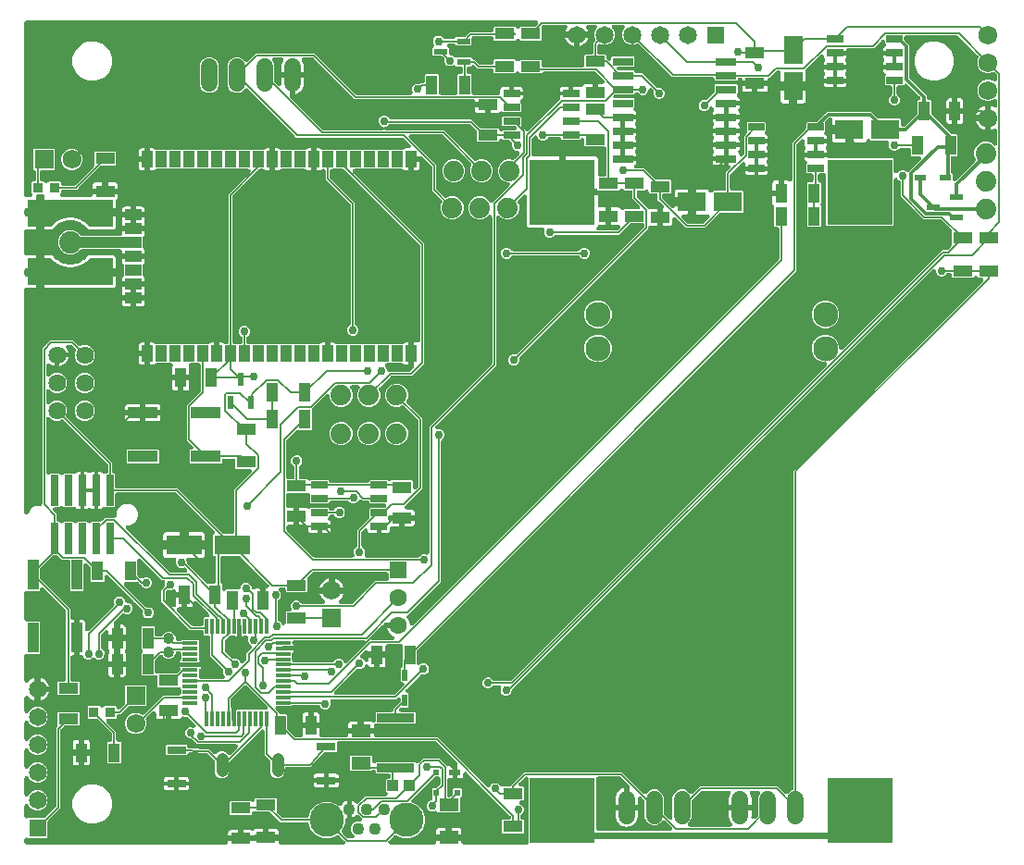
<source format=gtl>
G04 EAGLE Gerber RS-274X export*
G75*
%MOMM*%
%FSLAX34Y34*%
%LPD*%
%INTop Copper*%
%IPPOS*%
%AMOC8*
5,1,8,0,0,1.08239X$1,22.5*%
G01*
%ADD10R,1.020000X1.820000*%
%ADD11C,1.725000*%
%ADD12R,1.605000X1.605000*%
%ADD13C,1.605000*%
%ADD14R,1.016000X1.524000*%
%ADD15R,1.524000X1.016000*%
%ADD16R,1.528000X0.650000*%
%ADD17R,1.820000X1.020000*%
%ADD18R,3.300000X1.800000*%
%ADD19C,1.035000*%
%ADD20R,1.030000X1.870000*%
%ADD21R,1.050000X1.800000*%
%ADD22R,0.600000X1.300000*%
%ADD23R,1.800000X1.050000*%
%ADD24R,1.820000X1.160000*%
%ADD25R,1.725000X1.725000*%
%ADD26R,0.950000X0.950000*%
%ADD27C,1.625600*%
%ADD28R,1.475000X0.300000*%
%ADD29R,0.300000X1.475000*%
%ADD30R,0.700000X2.900000*%
%ADD31C,1.117600*%
%ADD32R,1.780000X0.710000*%
%ADD33R,1.525000X0.650000*%
%ADD34R,1.800000X2.600000*%
%ADD35R,2.600000X1.800000*%
%ADD36R,3.430000X0.850000*%
%ADD37R,1.000000X1.000000*%
%ADD38R,1.000000X0.600000*%
%ADD39R,0.600000X0.600000*%
%ADD40R,1.300000X0.600000*%
%ADD41R,1.100000X0.500000*%
%ADD42R,0.500000X1.100000*%
%ADD43C,1.879600*%
%ADD44R,6.000000X6.000000*%
%ADD45C,1.524000*%
%ADD46C,2.050000*%
%ADD47R,1.500000X1.500000*%
%ADD48R,1.000000X2.750000*%
%ADD49R,2.750000X1.000000*%
%ADD50C,1.108000*%
%ADD51C,3.132000*%
%ADD52R,1.650000X1.650000*%
%ADD53C,1.650000*%
%ADD54R,1.925000X0.650000*%
%ADD55C,2.300000*%
%ADD56C,0.200000*%
%ADD57C,0.152400*%
%ADD58C,0.756400*%
%ADD59C,1.016000*%
%ADD60C,0.304800*%
%ADD61C,0.609600*%

G36*
X593759Y25626D02*
X593759Y25626D01*
X593768Y25625D01*
X593957Y25647D01*
X594150Y25668D01*
X594159Y25671D01*
X594167Y25672D01*
X594349Y25731D01*
X594534Y25790D01*
X594542Y25794D01*
X594550Y25797D01*
X594719Y25892D01*
X594886Y25985D01*
X594893Y25990D01*
X594901Y25995D01*
X595047Y26121D01*
X595193Y26245D01*
X595199Y26252D01*
X595206Y26258D01*
X595323Y26409D01*
X595443Y26561D01*
X595447Y26569D01*
X595452Y26576D01*
X595538Y26748D01*
X595625Y26920D01*
X595628Y26929D01*
X595632Y26937D01*
X595682Y27123D01*
X595733Y27308D01*
X595734Y27317D01*
X595736Y27325D01*
X595763Y27656D01*
X595763Y46338D01*
X597078Y49512D01*
X599508Y51942D01*
X602682Y53257D01*
X606118Y53257D01*
X609292Y51942D01*
X611568Y49667D01*
X611581Y49655D01*
X611593Y49642D01*
X611737Y49528D01*
X611879Y49411D01*
X611895Y49403D01*
X611909Y49392D01*
X612073Y49309D01*
X612235Y49223D01*
X612252Y49218D01*
X612268Y49210D01*
X612445Y49160D01*
X612621Y49108D01*
X612638Y49106D01*
X612656Y49102D01*
X612839Y49088D01*
X613022Y49072D01*
X613039Y49074D01*
X613057Y49072D01*
X613239Y49095D01*
X613422Y49115D01*
X613439Y49120D01*
X613457Y49123D01*
X613630Y49181D01*
X613806Y49237D01*
X613821Y49245D01*
X613838Y49251D01*
X613998Y49343D01*
X614158Y49431D01*
X614172Y49443D01*
X614187Y49452D01*
X614440Y49667D01*
X618934Y54160D01*
X620570Y55797D01*
X692030Y55797D01*
X693667Y54160D01*
X698260Y49567D01*
X698274Y49555D01*
X698285Y49542D01*
X698429Y49428D01*
X698571Y49311D01*
X698587Y49303D01*
X698601Y49292D01*
X698765Y49209D01*
X698927Y49123D01*
X698944Y49118D01*
X698960Y49110D01*
X699137Y49060D01*
X699313Y49008D01*
X699331Y49006D01*
X699348Y49002D01*
X699531Y48988D01*
X699714Y48972D01*
X699732Y48974D01*
X699749Y48972D01*
X699931Y48995D01*
X700114Y49015D01*
X700131Y49020D01*
X700149Y49023D01*
X700323Y49081D01*
X700498Y49137D01*
X700514Y49145D01*
X700531Y49151D01*
X700689Y49242D01*
X700850Y49331D01*
X700864Y49343D01*
X700879Y49352D01*
X701132Y49567D01*
X703508Y51942D01*
X705367Y52712D01*
X705387Y52723D01*
X705408Y52730D01*
X705565Y52818D01*
X705722Y52902D01*
X705739Y52917D01*
X705759Y52928D01*
X705894Y53045D01*
X706033Y53159D01*
X706047Y53176D01*
X706064Y53191D01*
X706173Y53332D01*
X706286Y53471D01*
X706297Y53491D01*
X706310Y53509D01*
X706390Y53670D01*
X706473Y53828D01*
X706480Y53849D01*
X706490Y53869D01*
X706536Y54043D01*
X706586Y54214D01*
X706588Y54237D01*
X706594Y54258D01*
X706621Y54589D01*
X706621Y345237D01*
X879650Y518266D01*
X879656Y518273D01*
X879663Y518278D01*
X879783Y518428D01*
X879905Y518577D01*
X879909Y518585D01*
X879915Y518592D01*
X880004Y518763D01*
X880094Y518933D01*
X880096Y518941D01*
X880101Y518949D01*
X880154Y519135D01*
X880209Y519319D01*
X880209Y519328D01*
X880212Y519336D01*
X880228Y519528D01*
X880245Y519720D01*
X880244Y519729D01*
X880245Y519738D01*
X880223Y519927D01*
X880202Y520120D01*
X880199Y520129D01*
X880198Y520137D01*
X880139Y520319D01*
X880080Y520504D01*
X880076Y520512D01*
X880073Y520520D01*
X879978Y520689D01*
X879885Y520856D01*
X879880Y520863D01*
X879875Y520871D01*
X879749Y521017D01*
X879625Y521163D01*
X879618Y521169D01*
X879612Y521176D01*
X879461Y521293D01*
X879309Y521413D01*
X879301Y521417D01*
X879294Y521422D01*
X879122Y521508D01*
X878950Y521595D01*
X878941Y521598D01*
X878933Y521602D01*
X878747Y521652D01*
X878562Y521703D01*
X878553Y521704D01*
X878545Y521706D01*
X878214Y521733D01*
X875579Y521733D01*
X874436Y522876D01*
X874423Y522887D01*
X874411Y522901D01*
X874267Y523015D01*
X874125Y523131D01*
X874109Y523139D01*
X874095Y523150D01*
X873931Y523234D01*
X873769Y523320D01*
X873752Y523325D01*
X873736Y523333D01*
X873559Y523382D01*
X873383Y523434D01*
X873365Y523436D01*
X873348Y523441D01*
X873165Y523454D01*
X872982Y523471D01*
X872964Y523469D01*
X872947Y523470D01*
X872765Y523447D01*
X872582Y523427D01*
X872565Y523422D01*
X872547Y523420D01*
X872374Y523361D01*
X872198Y523306D01*
X872182Y523297D01*
X872166Y523291D01*
X872007Y523200D01*
X871846Y523111D01*
X871832Y523099D01*
X871817Y523091D01*
X871564Y522876D01*
X870421Y521733D01*
X851579Y521733D01*
X850983Y522329D01*
X850983Y524190D01*
X850981Y524208D01*
X850983Y524226D01*
X850962Y524408D01*
X850943Y524591D01*
X850938Y524608D01*
X850936Y524625D01*
X850879Y524800D01*
X850825Y524976D01*
X850817Y524991D01*
X850811Y525008D01*
X850721Y525168D01*
X850633Y525330D01*
X850622Y525343D01*
X850613Y525359D01*
X850493Y525498D01*
X850376Y525639D01*
X850362Y525650D01*
X850350Y525664D01*
X850205Y525776D01*
X850062Y525891D01*
X850046Y525899D01*
X850032Y525910D01*
X849867Y525992D01*
X849705Y526077D01*
X849688Y526082D01*
X849672Y526090D01*
X849493Y526137D01*
X849318Y526188D01*
X849300Y526190D01*
X849283Y526194D01*
X848952Y526221D01*
X847831Y526221D01*
X847809Y526219D01*
X847786Y526221D01*
X847609Y526199D01*
X847430Y526181D01*
X847409Y526175D01*
X847387Y526172D01*
X847217Y526116D01*
X847045Y526063D01*
X847026Y526053D01*
X847005Y526046D01*
X846848Y525957D01*
X846691Y525871D01*
X846674Y525857D01*
X846655Y525846D01*
X846519Y525728D01*
X846382Y525614D01*
X846368Y525596D01*
X846351Y525582D01*
X846242Y525439D01*
X846130Y525300D01*
X846119Y525280D01*
X846106Y525262D01*
X845998Y525052D01*
X844562Y523616D01*
X842705Y522847D01*
X840695Y522847D01*
X838838Y523616D01*
X837416Y525038D01*
X836647Y526895D01*
X836647Y527436D01*
X836646Y527445D01*
X836647Y527454D01*
X836626Y527647D01*
X836607Y527836D01*
X836605Y527845D01*
X836604Y527854D01*
X836545Y528038D01*
X836489Y528221D01*
X836485Y528229D01*
X836482Y528238D01*
X836389Y528406D01*
X836297Y528575D01*
X836292Y528582D01*
X836287Y528590D01*
X836163Y528737D01*
X836040Y528885D01*
X836033Y528890D01*
X836027Y528897D01*
X835875Y529017D01*
X835726Y529137D01*
X835718Y529141D01*
X835711Y529147D01*
X835538Y529234D01*
X835369Y529322D01*
X835360Y529325D01*
X835352Y529329D01*
X835166Y529381D01*
X834982Y529434D01*
X834973Y529435D01*
X834964Y529437D01*
X834771Y529451D01*
X834580Y529467D01*
X834572Y529466D01*
X834563Y529466D01*
X834370Y529442D01*
X834181Y529420D01*
X834172Y529417D01*
X834163Y529416D01*
X833981Y529355D01*
X833798Y529295D01*
X833790Y529291D01*
X833782Y529288D01*
X833615Y529192D01*
X833447Y529097D01*
X833440Y529091D01*
X833433Y529087D01*
X833180Y528872D01*
X449048Y144740D01*
X449031Y144719D01*
X449010Y144701D01*
X448903Y144563D01*
X448793Y144428D01*
X448780Y144404D01*
X448764Y144383D01*
X448686Y144226D01*
X448604Y144072D01*
X448596Y144047D01*
X448584Y144023D01*
X448539Y143853D01*
X448489Y143686D01*
X448487Y143660D01*
X448480Y143634D01*
X448453Y143303D01*
X448453Y142895D01*
X447684Y141038D01*
X446262Y139616D01*
X444620Y138936D01*
X444405Y138847D01*
X442395Y138847D01*
X440538Y139616D01*
X439116Y141038D01*
X438347Y142895D01*
X438347Y144905D01*
X438806Y146013D01*
X438810Y146026D01*
X438816Y146037D01*
X438868Y146218D01*
X438923Y146398D01*
X438924Y146411D01*
X438928Y146424D01*
X438943Y146613D01*
X438961Y146799D01*
X438959Y146812D01*
X438960Y146826D01*
X438939Y147012D01*
X438919Y147199D01*
X438915Y147212D01*
X438913Y147225D01*
X438855Y147403D01*
X438799Y147584D01*
X438793Y147595D01*
X438789Y147608D01*
X438696Y147772D01*
X438606Y147937D01*
X438597Y147947D01*
X438591Y147959D01*
X438468Y148101D01*
X438347Y148245D01*
X438336Y148253D01*
X438328Y148264D01*
X438180Y148378D01*
X438032Y148496D01*
X438020Y148502D01*
X438009Y148510D01*
X437842Y148594D01*
X437674Y148680D01*
X437661Y148684D01*
X437649Y148690D01*
X437466Y148739D01*
X437286Y148790D01*
X437273Y148791D01*
X437260Y148794D01*
X436929Y148821D01*
X432889Y148821D01*
X432867Y148819D01*
X432845Y148821D01*
X432667Y148799D01*
X432489Y148781D01*
X432467Y148775D01*
X432445Y148772D01*
X432275Y148716D01*
X432104Y148663D01*
X432084Y148653D01*
X432063Y148646D01*
X431907Y148556D01*
X431750Y148471D01*
X431733Y148457D01*
X431713Y148446D01*
X431578Y148328D01*
X431441Y148214D01*
X431427Y148196D01*
X431410Y148182D01*
X431300Y148039D01*
X431188Y147900D01*
X431178Y147880D01*
X431164Y147862D01*
X431118Y147773D01*
X429662Y146316D01*
X427805Y145547D01*
X425795Y145547D01*
X423938Y146316D01*
X422516Y147738D01*
X421747Y149595D01*
X421747Y151605D01*
X422516Y153462D01*
X423938Y154884D01*
X425432Y155502D01*
X425432Y155503D01*
X425795Y155653D01*
X427805Y155653D01*
X429662Y154884D01*
X431128Y153417D01*
X431203Y153278D01*
X431217Y153261D01*
X431228Y153241D01*
X431345Y153105D01*
X431459Y152968D01*
X431477Y152953D01*
X431491Y152936D01*
X431633Y152827D01*
X431772Y152714D01*
X431792Y152703D01*
X431809Y152690D01*
X431970Y152610D01*
X432128Y152527D01*
X432150Y152520D01*
X432170Y152510D01*
X432343Y152464D01*
X432515Y152414D01*
X432537Y152412D01*
X432559Y152406D01*
X432889Y152379D01*
X446922Y152379D01*
X446948Y152381D01*
X446975Y152379D01*
X447149Y152401D01*
X447322Y152419D01*
X447348Y152426D01*
X447375Y152430D01*
X447540Y152485D01*
X447707Y152537D01*
X447731Y152550D01*
X447756Y152558D01*
X447908Y152645D01*
X448061Y152729D01*
X448082Y152746D01*
X448105Y152759D01*
X448358Y152974D01*
X736400Y441016D01*
X736406Y441023D01*
X736413Y441028D01*
X736533Y441178D01*
X736655Y441327D01*
X736659Y441335D01*
X736665Y441342D01*
X736754Y441513D01*
X736844Y441683D01*
X736846Y441691D01*
X736851Y441699D01*
X736903Y441882D01*
X736959Y442069D01*
X736959Y442078D01*
X736962Y442086D01*
X736978Y442278D01*
X736995Y442470D01*
X736994Y442479D01*
X736995Y442488D01*
X736973Y442677D01*
X736952Y442870D01*
X736949Y442879D01*
X736948Y442887D01*
X736889Y443069D01*
X736830Y443254D01*
X736826Y443262D01*
X736823Y443270D01*
X736729Y443437D01*
X736635Y443606D01*
X736630Y443613D01*
X736625Y443621D01*
X736499Y443767D01*
X736375Y443913D01*
X736368Y443919D01*
X736362Y443926D01*
X736211Y444043D01*
X736059Y444163D01*
X736051Y444167D01*
X736044Y444172D01*
X735872Y444258D01*
X735700Y444345D01*
X735691Y444348D01*
X735683Y444352D01*
X735497Y444402D01*
X735312Y444453D01*
X735303Y444454D01*
X735295Y444456D01*
X734964Y444483D01*
X733010Y444483D01*
X728410Y446389D01*
X724889Y449910D01*
X722983Y454510D01*
X722983Y459490D01*
X724889Y464090D01*
X728410Y467611D01*
X733010Y469517D01*
X737990Y469517D01*
X742590Y467611D01*
X746111Y464090D01*
X748017Y459490D01*
X748017Y457536D01*
X748018Y457527D01*
X748017Y457518D01*
X748038Y457325D01*
X748057Y457135D01*
X748059Y457127D01*
X748060Y457118D01*
X748119Y456934D01*
X748175Y456751D01*
X748179Y456743D01*
X748182Y456734D01*
X748275Y456566D01*
X748367Y456397D01*
X748372Y456390D01*
X748377Y456382D01*
X748501Y456235D01*
X748624Y456087D01*
X748631Y456082D01*
X748637Y456075D01*
X748789Y455955D01*
X748938Y455835D01*
X748946Y455831D01*
X748953Y455825D01*
X749126Y455738D01*
X749295Y455649D01*
X749304Y455647D01*
X749312Y455643D01*
X749498Y455591D01*
X749682Y455538D01*
X749691Y455537D01*
X749700Y455535D01*
X749893Y455521D01*
X750084Y455505D01*
X750092Y455506D01*
X750101Y455506D01*
X750294Y455530D01*
X750483Y455552D01*
X750492Y455555D01*
X750501Y455556D01*
X750683Y455617D01*
X750866Y455677D01*
X750874Y455681D01*
X750882Y455684D01*
X751049Y455780D01*
X751217Y455875D01*
X751224Y455881D01*
X751231Y455885D01*
X751484Y456100D01*
X840566Y545182D01*
X842203Y546819D01*
X846462Y546819D01*
X846488Y546821D01*
X846515Y546819D01*
X846689Y546841D01*
X846862Y546859D01*
X846888Y546866D01*
X846915Y546870D01*
X847080Y546925D01*
X847247Y546977D01*
X847271Y546990D01*
X847296Y546998D01*
X847447Y547085D01*
X847601Y547169D01*
X847622Y547186D01*
X847645Y547199D01*
X847898Y547414D01*
X850462Y549978D01*
X850473Y549991D01*
X850487Y550003D01*
X850601Y550147D01*
X850717Y550289D01*
X850726Y550305D01*
X850737Y550319D01*
X850820Y550483D01*
X850906Y550645D01*
X850911Y550662D01*
X850919Y550678D01*
X850968Y550855D01*
X851020Y551031D01*
X851022Y551049D01*
X851027Y551066D01*
X851040Y551248D01*
X851057Y551432D01*
X851055Y551450D01*
X851056Y551468D01*
X851033Y551649D01*
X851013Y551832D01*
X851008Y551849D01*
X851006Y551867D01*
X850983Y551934D01*
X850983Y564078D01*
X851020Y564203D01*
X851022Y564220D01*
X851027Y564238D01*
X851040Y564421D01*
X851057Y564604D01*
X851055Y564621D01*
X851056Y564639D01*
X851033Y564822D01*
X851014Y565004D01*
X851008Y565021D01*
X851006Y565039D01*
X850947Y565213D01*
X850892Y565388D01*
X850883Y565404D01*
X850878Y565421D01*
X850786Y565579D01*
X850697Y565740D01*
X850686Y565754D01*
X850677Y565769D01*
X850462Y566022D01*
X841700Y574784D01*
X841679Y574801D01*
X841662Y574822D01*
X841524Y574929D01*
X841389Y575039D01*
X841365Y575052D01*
X841344Y575068D01*
X841187Y575146D01*
X841033Y575228D01*
X841007Y575236D01*
X840983Y575248D01*
X840814Y575293D01*
X840647Y575343D01*
X840620Y575345D01*
X840595Y575352D01*
X840264Y575379D01*
X824843Y575379D01*
X804221Y596001D01*
X804221Y608911D01*
X804219Y608933D01*
X804221Y608955D01*
X804199Y609133D01*
X804181Y609311D01*
X804175Y609333D01*
X804172Y609355D01*
X804116Y609525D01*
X804063Y609696D01*
X804053Y609716D01*
X804046Y609737D01*
X803956Y609893D01*
X803871Y610050D01*
X803857Y610067D01*
X803846Y610087D01*
X803728Y610222D01*
X803614Y610359D01*
X803596Y610373D01*
X803582Y610390D01*
X803439Y610500D01*
X803300Y610612D01*
X803280Y610622D01*
X803262Y610636D01*
X803173Y610682D01*
X801484Y612370D01*
X801477Y612376D01*
X801472Y612383D01*
X801322Y612503D01*
X801173Y612625D01*
X801165Y612629D01*
X801158Y612635D01*
X800988Y612723D01*
X800817Y612814D01*
X800808Y612816D01*
X800801Y612820D01*
X800616Y612873D01*
X800431Y612929D01*
X800422Y612929D01*
X800414Y612932D01*
X800223Y612947D01*
X800030Y612965D01*
X800021Y612964D01*
X800012Y612965D01*
X799823Y612942D01*
X799630Y612922D01*
X799621Y612919D01*
X799613Y612918D01*
X799431Y612858D01*
X799246Y612800D01*
X799238Y612796D01*
X799230Y612793D01*
X799063Y612699D01*
X798894Y612605D01*
X798887Y612599D01*
X798879Y612595D01*
X798734Y612470D01*
X798587Y612345D01*
X798581Y612338D01*
X798574Y612332D01*
X798458Y612181D01*
X798337Y612029D01*
X798333Y612021D01*
X798328Y612014D01*
X798242Y611842D01*
X798155Y611670D01*
X798152Y611661D01*
X798148Y611653D01*
X798098Y611466D01*
X798047Y611282D01*
X798046Y611273D01*
X798044Y611264D01*
X798017Y610934D01*
X798017Y569579D01*
X797421Y568983D01*
X736579Y568983D01*
X735983Y569579D01*
X735983Y615152D01*
X735981Y615170D01*
X735983Y615188D01*
X735962Y615370D01*
X735943Y615553D01*
X735938Y615570D01*
X735936Y615587D01*
X735879Y615762D01*
X735825Y615938D01*
X735817Y615953D01*
X735811Y615970D01*
X735721Y616130D01*
X735633Y616292D01*
X735622Y616305D01*
X735613Y616321D01*
X735493Y616460D01*
X735376Y616601D01*
X735362Y616612D01*
X735350Y616626D01*
X735205Y616738D01*
X735062Y616853D01*
X735046Y616861D01*
X735032Y616872D01*
X734867Y616954D01*
X734705Y617039D01*
X734688Y617044D01*
X734672Y617052D01*
X734493Y617099D01*
X734318Y617150D01*
X734300Y617152D01*
X734283Y617156D01*
X733952Y617183D01*
X730668Y617183D01*
X730650Y617181D01*
X730632Y617183D01*
X730450Y617162D01*
X730267Y617143D01*
X730250Y617138D01*
X730233Y617136D01*
X730058Y617079D01*
X729882Y617025D01*
X729867Y617017D01*
X729850Y617011D01*
X729690Y616921D01*
X729528Y616833D01*
X729515Y616822D01*
X729499Y616813D01*
X729360Y616693D01*
X729219Y616576D01*
X729208Y616562D01*
X729194Y616550D01*
X729082Y616405D01*
X728967Y616262D01*
X728959Y616246D01*
X728948Y616232D01*
X728866Y616067D01*
X728781Y615905D01*
X728776Y615888D01*
X728768Y615872D01*
X728721Y615693D01*
X728670Y615518D01*
X728668Y615500D01*
X728664Y615483D01*
X728637Y615152D01*
X728637Y611048D01*
X728639Y611030D01*
X728637Y611012D01*
X728658Y610830D01*
X728677Y610647D01*
X728682Y610630D01*
X728684Y610613D01*
X728741Y610438D01*
X728795Y610262D01*
X728803Y610247D01*
X728809Y610230D01*
X728899Y610070D01*
X728987Y609908D01*
X728998Y609895D01*
X729007Y609879D01*
X729127Y609740D01*
X729244Y609599D01*
X729258Y609588D01*
X729270Y609574D01*
X729415Y609462D01*
X729558Y609347D01*
X729574Y609339D01*
X729588Y609328D01*
X729753Y609246D01*
X729915Y609161D01*
X729932Y609156D01*
X729948Y609148D01*
X730127Y609101D01*
X730302Y609050D01*
X730320Y609048D01*
X730337Y609044D01*
X730668Y609017D01*
X730671Y609017D01*
X731267Y608421D01*
X731267Y589432D01*
X731266Y589431D01*
X731181Y589269D01*
X731175Y589252D01*
X731167Y589236D01*
X731118Y589059D01*
X731066Y588883D01*
X731064Y588866D01*
X731059Y588848D01*
X731046Y588665D01*
X731029Y588482D01*
X731031Y588465D01*
X731030Y588447D01*
X731053Y588264D01*
X731073Y588082D01*
X731078Y588065D01*
X731080Y588047D01*
X731139Y587873D01*
X731194Y587698D01*
X731203Y587683D01*
X731209Y587666D01*
X731267Y587565D01*
X731267Y568579D01*
X730671Y567983D01*
X719329Y567983D01*
X718733Y568579D01*
X718733Y587568D01*
X718734Y587569D01*
X718820Y587731D01*
X718825Y587748D01*
X718833Y587764D01*
X718882Y587941D01*
X718934Y588117D01*
X718936Y588135D01*
X718941Y588152D01*
X718954Y588333D01*
X718971Y588518D01*
X718969Y588536D01*
X718970Y588553D01*
X718947Y588734D01*
X718927Y588918D01*
X718922Y588935D01*
X718920Y588953D01*
X718861Y589127D01*
X718806Y589302D01*
X718797Y589318D01*
X718791Y589335D01*
X718733Y589436D01*
X718733Y608421D01*
X719329Y609017D01*
X722572Y609017D01*
X722590Y609019D01*
X722608Y609017D01*
X722790Y609038D01*
X722973Y609057D01*
X722990Y609062D01*
X723007Y609064D01*
X723182Y609121D01*
X723358Y609175D01*
X723373Y609183D01*
X723390Y609189D01*
X723550Y609279D01*
X723712Y609367D01*
X723725Y609378D01*
X723741Y609387D01*
X723880Y609507D01*
X724021Y609624D01*
X724032Y609638D01*
X724046Y609650D01*
X724158Y609795D01*
X724273Y609938D01*
X724281Y609954D01*
X724292Y609968D01*
X724374Y610133D01*
X724459Y610295D01*
X724464Y610312D01*
X724472Y610328D01*
X724519Y610507D01*
X724570Y610682D01*
X724572Y610700D01*
X724576Y610717D01*
X724603Y611048D01*
X724603Y615152D01*
X724601Y615170D01*
X724603Y615188D01*
X724582Y615370D01*
X724563Y615553D01*
X724558Y615570D01*
X724556Y615587D01*
X724499Y615762D01*
X724445Y615938D01*
X724437Y615953D01*
X724431Y615970D01*
X724341Y616130D01*
X724253Y616292D01*
X724242Y616305D01*
X724233Y616321D01*
X724113Y616460D01*
X723996Y616601D01*
X723982Y616612D01*
X723970Y616626D01*
X723825Y616738D01*
X723682Y616853D01*
X723666Y616861D01*
X723652Y616872D01*
X723487Y616954D01*
X723325Y617039D01*
X723308Y617044D01*
X723292Y617052D01*
X723113Y617099D01*
X722938Y617150D01*
X722920Y617152D01*
X722903Y617156D01*
X722572Y617183D01*
X718574Y617183D01*
X717978Y617779D01*
X717978Y625121D01*
X718282Y625425D01*
X718334Y625489D01*
X718394Y625546D01*
X718462Y625644D01*
X718537Y625737D01*
X718576Y625809D01*
X718623Y625877D01*
X718670Y625987D01*
X718726Y626092D01*
X718749Y626171D01*
X718782Y626247D01*
X718807Y626363D01*
X718841Y626478D01*
X718848Y626560D01*
X718865Y626640D01*
X718866Y626760D01*
X718877Y626879D01*
X718868Y626961D01*
X718869Y627043D01*
X718847Y627161D01*
X718834Y627279D01*
X718809Y627358D01*
X718794Y627439D01*
X718748Y627549D01*
X718712Y627663D01*
X718672Y627735D01*
X718641Y627811D01*
X718575Y627911D01*
X718517Y628016D01*
X718464Y628078D01*
X718419Y628147D01*
X718334Y628232D01*
X718257Y628323D01*
X718193Y628373D01*
X718134Y628432D01*
X718009Y628519D01*
X717941Y628572D01*
X717905Y628591D01*
X717862Y628621D01*
X717435Y628867D01*
X716962Y629340D01*
X716627Y629919D01*
X716454Y630565D01*
X716454Y632119D01*
X726620Y632119D01*
X737021Y632119D01*
X737048Y632069D01*
X737136Y631908D01*
X737147Y631895D01*
X737156Y631879D01*
X737276Y631740D01*
X737393Y631599D01*
X737407Y631588D01*
X737419Y631574D01*
X737564Y631462D01*
X737707Y631347D01*
X737723Y631339D01*
X737737Y631328D01*
X737902Y631246D01*
X738064Y631161D01*
X738081Y631156D01*
X738097Y631148D01*
X738276Y631101D01*
X738451Y631050D01*
X738469Y631048D01*
X738486Y631044D01*
X738817Y631017D01*
X797421Y631017D01*
X798017Y630421D01*
X798017Y619066D01*
X798018Y619057D01*
X798017Y619048D01*
X798038Y618856D01*
X798057Y618666D01*
X798059Y618657D01*
X798060Y618648D01*
X798118Y618466D01*
X798175Y618281D01*
X798179Y618273D01*
X798182Y618264D01*
X798275Y618096D01*
X798367Y617927D01*
X798372Y617920D01*
X798377Y617912D01*
X798502Y617764D01*
X798624Y617617D01*
X798631Y617612D01*
X798637Y617605D01*
X798789Y617485D01*
X798938Y617365D01*
X798946Y617361D01*
X798953Y617355D01*
X799125Y617268D01*
X799295Y617180D01*
X799304Y617177D01*
X799312Y617173D01*
X799498Y617121D01*
X799682Y617068D01*
X799691Y617067D01*
X799700Y617065D01*
X799892Y617051D01*
X800084Y617035D01*
X800092Y617036D01*
X800101Y617036D01*
X800294Y617060D01*
X800483Y617082D01*
X800492Y617085D01*
X800501Y617086D01*
X800684Y617147D01*
X800866Y617207D01*
X800874Y617211D01*
X800882Y617214D01*
X801048Y617310D01*
X801217Y617405D01*
X801224Y617411D01*
X801231Y617415D01*
X801484Y617630D01*
X803138Y619284D01*
X804995Y620053D01*
X807005Y620053D01*
X808862Y619284D01*
X809144Y619002D01*
X809158Y618990D01*
X809169Y618977D01*
X809313Y618863D01*
X809455Y618747D01*
X809471Y618738D01*
X809485Y618727D01*
X809649Y618644D01*
X809811Y618558D01*
X809828Y618553D01*
X809844Y618545D01*
X810021Y618496D01*
X810197Y618443D01*
X810215Y618442D01*
X810232Y618437D01*
X810415Y618424D01*
X810598Y618407D01*
X810616Y618409D01*
X810634Y618408D01*
X810816Y618430D01*
X810998Y618450D01*
X811015Y618456D01*
X811033Y618458D01*
X811207Y618516D01*
X811382Y618572D01*
X811398Y618580D01*
X811415Y618586D01*
X811574Y618678D01*
X811734Y618767D01*
X811748Y618778D01*
X811764Y618787D01*
X812017Y619002D01*
X813202Y620188D01*
X813203Y620188D01*
X822530Y629516D01*
X822536Y629523D01*
X822543Y629528D01*
X822663Y629678D01*
X822786Y629827D01*
X822790Y629835D01*
X822795Y629842D01*
X822884Y630013D01*
X822974Y630183D01*
X822977Y630191D01*
X822981Y630199D01*
X823034Y630385D01*
X823089Y630569D01*
X823090Y630578D01*
X823092Y630586D01*
X823108Y630777D01*
X823125Y630970D01*
X823124Y630979D01*
X823125Y630988D01*
X823103Y631175D01*
X823082Y631370D01*
X823079Y631379D01*
X823078Y631387D01*
X823019Y631569D01*
X822960Y631754D01*
X822956Y631762D01*
X822953Y631770D01*
X822859Y631938D01*
X822766Y632106D01*
X822760Y632113D01*
X822755Y632121D01*
X822629Y632267D01*
X822505Y632413D01*
X822498Y632419D01*
X822492Y632426D01*
X822341Y632543D01*
X822189Y632663D01*
X822181Y632667D01*
X822174Y632672D01*
X822002Y632758D01*
X821830Y632845D01*
X821822Y632848D01*
X821814Y632852D01*
X821627Y632902D01*
X821442Y632953D01*
X821433Y632954D01*
X821425Y632956D01*
X821094Y632983D01*
X814329Y632983D01*
X813733Y633579D01*
X813733Y638452D01*
X813731Y638470D01*
X813733Y638488D01*
X813712Y638670D01*
X813693Y638853D01*
X813688Y638870D01*
X813686Y638887D01*
X813629Y639062D01*
X813575Y639238D01*
X813567Y639253D01*
X813561Y639270D01*
X813471Y639430D01*
X813383Y639592D01*
X813372Y639605D01*
X813363Y639621D01*
X813244Y639759D01*
X813126Y639901D01*
X813112Y639912D01*
X813100Y639926D01*
X812955Y640038D01*
X812812Y640153D01*
X812796Y640161D01*
X812782Y640172D01*
X812617Y640254D01*
X812455Y640339D01*
X812438Y640344D01*
X812422Y640352D01*
X812243Y640399D01*
X812068Y640450D01*
X812050Y640452D01*
X812033Y640456D01*
X811702Y640483D01*
X804470Y640483D01*
X804444Y640481D01*
X804417Y640483D01*
X804243Y640461D01*
X804070Y640443D01*
X804044Y640436D01*
X804018Y640432D01*
X803852Y640377D01*
X803685Y640325D01*
X803661Y640312D01*
X803636Y640304D01*
X803484Y640217D01*
X803331Y640133D01*
X803310Y640116D01*
X803287Y640103D01*
X803034Y639888D01*
X801362Y638216D01*
X799505Y637447D01*
X797495Y637447D01*
X795638Y638216D01*
X794216Y639638D01*
X793447Y641495D01*
X793447Y643505D01*
X793725Y644175D01*
X793729Y644188D01*
X793735Y644199D01*
X793786Y644379D01*
X793841Y644560D01*
X793842Y644573D01*
X793846Y644586D01*
X793862Y644775D01*
X793879Y644961D01*
X793878Y644974D01*
X793879Y644988D01*
X793857Y645174D01*
X793838Y645361D01*
X793834Y645374D01*
X793832Y645387D01*
X793774Y645565D01*
X793718Y645746D01*
X793711Y645757D01*
X793707Y645770D01*
X793615Y645934D01*
X793525Y646099D01*
X793516Y646109D01*
X793509Y646121D01*
X793386Y646263D01*
X793265Y646407D01*
X793255Y646415D01*
X793246Y646426D01*
X793098Y646540D01*
X792951Y646658D01*
X792939Y646664D01*
X792928Y646672D01*
X792760Y646756D01*
X792592Y646842D01*
X792580Y646846D01*
X792568Y646852D01*
X792385Y646901D01*
X792205Y646952D01*
X792192Y646953D01*
X792179Y646956D01*
X791848Y646983D01*
X777079Y646983D01*
X776238Y647824D01*
X776124Y647917D01*
X776016Y648016D01*
X775969Y648044D01*
X775926Y648080D01*
X775797Y648148D01*
X775671Y648224D01*
X775619Y648242D01*
X775570Y648268D01*
X775430Y648310D01*
X775292Y648359D01*
X775238Y648367D01*
X775185Y648383D01*
X775038Y648396D01*
X774894Y648417D01*
X774839Y648414D01*
X774784Y648419D01*
X774638Y648403D01*
X774492Y648396D01*
X774438Y648382D01*
X774383Y648376D01*
X774243Y648332D01*
X774102Y648295D01*
X774052Y648271D01*
X773999Y648254D01*
X773871Y648184D01*
X773740Y648120D01*
X773696Y648086D01*
X773647Y648060D01*
X773536Y647965D01*
X773419Y647876D01*
X773382Y647835D01*
X773340Y647799D01*
X773249Y647684D01*
X773153Y647575D01*
X773125Y647527D01*
X773091Y647483D01*
X773024Y647353D01*
X772951Y647226D01*
X772930Y647167D01*
X772908Y647124D01*
X772890Y647057D01*
X772533Y646440D01*
X772060Y645967D01*
X771481Y645632D01*
X770835Y645459D01*
X761563Y645459D01*
X761563Y654968D01*
X761561Y654986D01*
X761563Y655003D01*
X761541Y655186D01*
X761523Y655369D01*
X761518Y655386D01*
X761516Y655403D01*
X761459Y655578D01*
X761405Y655753D01*
X761397Y655769D01*
X761391Y655786D01*
X761301Y655946D01*
X761213Y656107D01*
X761202Y656121D01*
X761193Y656137D01*
X761073Y656276D01*
X760956Y656417D01*
X760942Y656428D01*
X760930Y656441D01*
X760785Y656554D01*
X760642Y656669D01*
X760626Y656677D01*
X760612Y656688D01*
X760447Y656770D01*
X760285Y656855D01*
X760268Y656859D01*
X760251Y656867D01*
X760073Y656915D01*
X759898Y656966D01*
X759880Y656967D01*
X759863Y656972D01*
X759532Y656999D01*
X757499Y656999D01*
X757499Y659032D01*
X757497Y659050D01*
X757499Y659067D01*
X757477Y659250D01*
X757459Y659433D01*
X757454Y659450D01*
X757452Y659467D01*
X757395Y659642D01*
X757341Y659817D01*
X757333Y659833D01*
X757327Y659850D01*
X757237Y660010D01*
X757149Y660171D01*
X757138Y660185D01*
X757129Y660201D01*
X757009Y660340D01*
X756892Y660481D01*
X756878Y660492D01*
X756866Y660505D01*
X756721Y660618D01*
X756578Y660733D01*
X756562Y660741D01*
X756548Y660752D01*
X756383Y660834D01*
X756221Y660919D01*
X756203Y660923D01*
X756187Y660931D01*
X756009Y660979D01*
X755834Y661030D01*
X755816Y661031D01*
X755799Y661036D01*
X755468Y661063D01*
X741959Y661063D01*
X741959Y666392D01*
X741958Y666401D01*
X741959Y666410D01*
X741938Y666602D01*
X741919Y666793D01*
X741917Y666801D01*
X741916Y666810D01*
X741857Y666995D01*
X741801Y667178D01*
X741797Y667186D01*
X741794Y667194D01*
X741702Y667361D01*
X741609Y667532D01*
X741604Y667539D01*
X741599Y667546D01*
X741475Y667694D01*
X741352Y667841D01*
X741345Y667847D01*
X741339Y667853D01*
X741188Y667973D01*
X741038Y668093D01*
X741030Y668098D01*
X741023Y668103D01*
X740850Y668191D01*
X740681Y668279D01*
X740672Y668281D01*
X740664Y668285D01*
X740478Y668337D01*
X740294Y668390D01*
X740285Y668391D01*
X740276Y668393D01*
X740083Y668408D01*
X739892Y668423D01*
X739884Y668422D01*
X739875Y668423D01*
X739682Y668399D01*
X739493Y668376D01*
X739484Y668374D01*
X739475Y668372D01*
X739293Y668311D01*
X739110Y668251D01*
X739102Y668247D01*
X739094Y668244D01*
X738927Y668148D01*
X738759Y668054D01*
X738752Y668048D01*
X738745Y668043D01*
X738492Y667829D01*
X735857Y665194D01*
X735840Y665173D01*
X735819Y665155D01*
X735712Y665017D01*
X735602Y664882D01*
X735589Y664858D01*
X735573Y664837D01*
X735495Y664680D01*
X735413Y664526D01*
X735405Y664501D01*
X735393Y664477D01*
X735348Y664307D01*
X735298Y664140D01*
X735296Y664114D01*
X735289Y664088D01*
X735262Y663757D01*
X735262Y655879D01*
X734958Y655575D01*
X734906Y655511D01*
X734846Y655454D01*
X734778Y655356D01*
X734703Y655263D01*
X734664Y655191D01*
X734617Y655123D01*
X734570Y655013D01*
X734514Y654908D01*
X734491Y654829D01*
X734458Y654753D01*
X734433Y654637D01*
X734399Y654522D01*
X734392Y654440D01*
X734375Y654360D01*
X734374Y654240D01*
X734363Y654121D01*
X734372Y654039D01*
X734371Y653957D01*
X734393Y653839D01*
X734406Y653721D01*
X734431Y653642D01*
X734446Y653561D01*
X734492Y653451D01*
X734528Y653337D01*
X734568Y653265D01*
X734599Y653189D01*
X734665Y653089D01*
X734723Y652984D01*
X734776Y652922D01*
X734821Y652853D01*
X734906Y652768D01*
X734983Y652677D01*
X735047Y652627D01*
X735106Y652568D01*
X735231Y652481D01*
X735299Y652428D01*
X735335Y652409D01*
X735378Y652379D01*
X735805Y652133D01*
X736278Y651660D01*
X736613Y651081D01*
X736786Y650435D01*
X736786Y648881D01*
X726620Y648881D01*
X726603Y648880D01*
X726585Y648881D01*
X726402Y648860D01*
X726220Y648841D01*
X726203Y648836D01*
X726185Y648834D01*
X726010Y648777D01*
X725835Y648723D01*
X725819Y648715D01*
X725802Y648709D01*
X725642Y648619D01*
X725481Y648532D01*
X725467Y648520D01*
X725452Y648511D01*
X725312Y648391D01*
X725172Y648274D01*
X725171Y648274D01*
X725171Y648273D01*
X725160Y648260D01*
X725147Y648248D01*
X725146Y648248D01*
X725034Y648103D01*
X724919Y647960D01*
X724910Y647944D01*
X724900Y647930D01*
X724818Y647765D01*
X724733Y647602D01*
X724728Y647585D01*
X724720Y647569D01*
X724672Y647391D01*
X724622Y647215D01*
X724620Y647198D01*
X724616Y647180D01*
X724589Y646850D01*
X724589Y636181D01*
X716454Y636181D01*
X716454Y637735D01*
X716627Y638381D01*
X716962Y638960D01*
X717065Y639064D01*
X717077Y639077D01*
X717090Y639089D01*
X717205Y639234D01*
X717321Y639375D01*
X717329Y639391D01*
X717340Y639405D01*
X717423Y639569D01*
X717509Y639731D01*
X717514Y639748D01*
X717522Y639764D01*
X717572Y639941D01*
X717624Y640117D01*
X717626Y640134D01*
X717630Y640152D01*
X717644Y640335D01*
X717660Y640518D01*
X717658Y640535D01*
X717660Y640553D01*
X717637Y640736D01*
X717617Y640918D01*
X717612Y640935D01*
X717609Y640953D01*
X717551Y641127D01*
X717496Y641302D01*
X717487Y641317D01*
X717481Y641334D01*
X717389Y641494D01*
X717301Y641654D01*
X717289Y641668D01*
X717280Y641683D01*
X717066Y641936D01*
X716962Y642040D01*
X716627Y642619D01*
X716454Y643265D01*
X716454Y646465D01*
X716453Y646474D01*
X716454Y646483D01*
X716434Y646672D01*
X716414Y646866D01*
X716412Y646874D01*
X716411Y646883D01*
X716353Y647065D01*
X716296Y647250D01*
X716292Y647258D01*
X716289Y647267D01*
X716196Y647435D01*
X716104Y647604D01*
X716099Y647611D01*
X716094Y647619D01*
X715970Y647766D01*
X715847Y647914D01*
X715840Y647919D01*
X715834Y647926D01*
X715683Y648045D01*
X715533Y648166D01*
X715525Y648170D01*
X715518Y648176D01*
X715345Y648263D01*
X715176Y648352D01*
X715167Y648354D01*
X715159Y648358D01*
X714973Y648410D01*
X714789Y648463D01*
X714780Y648464D01*
X714771Y648466D01*
X714578Y648480D01*
X714387Y648496D01*
X714379Y648495D01*
X714370Y648495D01*
X714177Y648471D01*
X713988Y648449D01*
X713979Y648446D01*
X713970Y648445D01*
X713787Y648384D01*
X713605Y648324D01*
X713597Y648320D01*
X713589Y648317D01*
X713422Y648221D01*
X713254Y648126D01*
X713247Y648120D01*
X713240Y648116D01*
X712987Y647901D01*
X709409Y644323D01*
X709392Y644302D01*
X709371Y644285D01*
X709265Y644147D01*
X709154Y644012D01*
X709141Y643988D01*
X709125Y643967D01*
X709047Y643811D01*
X708965Y643656D01*
X708957Y643630D01*
X708945Y643606D01*
X708900Y643437D01*
X708850Y643270D01*
X708848Y643243D01*
X708841Y643218D01*
X708814Y642887D01*
X708814Y527598D01*
X362262Y181046D01*
X362245Y181025D01*
X362224Y181008D01*
X362117Y180870D01*
X362007Y180735D01*
X361994Y180711D01*
X361978Y180690D01*
X361900Y180533D01*
X361818Y180379D01*
X361810Y180353D01*
X361798Y180329D01*
X361753Y180160D01*
X361703Y179993D01*
X361701Y179966D01*
X361694Y179941D01*
X361667Y179610D01*
X361667Y169316D01*
X361668Y169307D01*
X361667Y169298D01*
X361688Y169107D01*
X361707Y168916D01*
X361709Y168907D01*
X361710Y168898D01*
X361768Y168714D01*
X361825Y168531D01*
X361829Y168523D01*
X361832Y168514D01*
X361925Y168346D01*
X362017Y168177D01*
X362022Y168170D01*
X362027Y168162D01*
X362151Y168015D01*
X362274Y167867D01*
X362281Y167862D01*
X362287Y167855D01*
X362439Y167735D01*
X362588Y167615D01*
X362596Y167611D01*
X362603Y167605D01*
X362776Y167518D01*
X362945Y167430D01*
X362954Y167427D01*
X362962Y167423D01*
X363147Y167371D01*
X363332Y167318D01*
X363341Y167317D01*
X363350Y167315D01*
X363542Y167301D01*
X363734Y167285D01*
X363742Y167286D01*
X363751Y167286D01*
X363944Y167310D01*
X364133Y167332D01*
X364142Y167335D01*
X364151Y167336D01*
X364334Y167397D01*
X364516Y167457D01*
X364524Y167461D01*
X364533Y167464D01*
X364700Y167561D01*
X364867Y167655D01*
X364874Y167661D01*
X364881Y167665D01*
X365134Y167880D01*
X365138Y167884D01*
X366995Y168653D01*
X369005Y168653D01*
X370862Y167884D01*
X372284Y166462D01*
X373053Y164605D01*
X373053Y162595D01*
X372284Y160738D01*
X370862Y159316D01*
X369005Y158547D01*
X366909Y158547D01*
X366841Y158568D01*
X366819Y158570D01*
X366797Y158576D01*
X366617Y158589D01*
X366440Y158606D01*
X366418Y158604D01*
X366395Y158606D01*
X366217Y158583D01*
X366040Y158565D01*
X366018Y158558D01*
X365996Y158555D01*
X365826Y158498D01*
X365655Y158445D01*
X365636Y158434D01*
X365614Y158427D01*
X365459Y158337D01*
X365302Y158252D01*
X365285Y158237D01*
X365265Y158226D01*
X365012Y158011D01*
X351985Y144984D01*
X351980Y144977D01*
X351973Y144972D01*
X351852Y144822D01*
X351730Y144673D01*
X351726Y144665D01*
X351720Y144658D01*
X351632Y144487D01*
X351542Y144317D01*
X351539Y144309D01*
X351535Y144301D01*
X351482Y144115D01*
X351427Y143931D01*
X351426Y143922D01*
X351424Y143914D01*
X351408Y143722D01*
X351390Y143530D01*
X351391Y143521D01*
X351391Y143512D01*
X351413Y143323D01*
X351434Y143130D01*
X351437Y143121D01*
X351438Y143113D01*
X351497Y142931D01*
X351555Y142746D01*
X351560Y142738D01*
X351562Y142730D01*
X351657Y142561D01*
X351750Y142394D01*
X351756Y142387D01*
X351760Y142379D01*
X351886Y142233D01*
X352011Y142087D01*
X352018Y142081D01*
X352023Y142074D01*
X352175Y141957D01*
X352327Y141837D01*
X352335Y141833D01*
X352342Y141828D01*
X352514Y141742D01*
X352686Y141655D01*
X352694Y141652D01*
X352702Y141648D01*
X352889Y141598D01*
X353073Y141547D01*
X353082Y141546D01*
X353091Y141544D01*
X353422Y141517D01*
X353721Y141517D01*
X354317Y140921D01*
X354317Y129079D01*
X353721Y128483D01*
X347640Y128483D01*
X347614Y128481D01*
X347587Y128483D01*
X347413Y128461D01*
X347240Y128443D01*
X347214Y128436D01*
X347188Y128432D01*
X347022Y128377D01*
X346855Y128325D01*
X346831Y128313D01*
X346806Y128304D01*
X346654Y128217D01*
X346501Y128133D01*
X346480Y128116D01*
X346457Y128103D01*
X346204Y127888D01*
X346050Y127734D01*
X346044Y127727D01*
X346037Y127722D01*
X345917Y127572D01*
X345795Y127423D01*
X345791Y127415D01*
X345785Y127408D01*
X345696Y127237D01*
X345606Y127067D01*
X345604Y127059D01*
X345599Y127051D01*
X345547Y126867D01*
X345491Y126681D01*
X345491Y126672D01*
X345488Y126664D01*
X345472Y126472D01*
X345455Y126280D01*
X345456Y126271D01*
X345455Y126262D01*
X345477Y126073D01*
X345498Y125880D01*
X345501Y125871D01*
X345502Y125863D01*
X345562Y125679D01*
X345620Y125496D01*
X345624Y125488D01*
X345627Y125480D01*
X345722Y125311D01*
X345815Y125144D01*
X345820Y125137D01*
X345825Y125129D01*
X345950Y124984D01*
X346075Y124837D01*
X346082Y124831D01*
X346088Y124824D01*
X346239Y124707D01*
X346391Y124587D01*
X346399Y124583D01*
X346406Y124578D01*
X346578Y124492D01*
X346750Y124405D01*
X346759Y124402D01*
X346767Y124398D01*
X346952Y124349D01*
X347138Y124297D01*
X347147Y124296D01*
X347155Y124294D01*
X347486Y124267D01*
X360071Y124267D01*
X360667Y123671D01*
X360667Y114329D01*
X360071Y113733D01*
X324472Y113733D01*
X324454Y113731D01*
X324436Y113733D01*
X324254Y113712D01*
X324071Y113693D01*
X324054Y113688D01*
X324037Y113686D01*
X323862Y113629D01*
X323686Y113575D01*
X323671Y113567D01*
X323654Y113561D01*
X323494Y113471D01*
X323332Y113383D01*
X323319Y113372D01*
X323303Y113363D01*
X323164Y113243D01*
X323023Y113126D01*
X323012Y113112D01*
X322998Y113100D01*
X322886Y112955D01*
X322771Y112812D01*
X322763Y112796D01*
X322752Y112782D01*
X322670Y112617D01*
X322585Y112455D01*
X322580Y112438D01*
X322572Y112422D01*
X322525Y112243D01*
X322474Y112068D01*
X322472Y112050D01*
X322468Y112033D01*
X322441Y111702D01*
X322441Y109849D01*
X313699Y109849D01*
X313699Y115291D01*
X320235Y115291D01*
X320881Y115118D01*
X321286Y114883D01*
X321420Y114823D01*
X321549Y114756D01*
X321603Y114740D01*
X321653Y114718D01*
X321796Y114685D01*
X321936Y114644D01*
X321992Y114640D01*
X322046Y114627D01*
X322192Y114623D01*
X322338Y114612D01*
X322393Y114618D01*
X322448Y114616D01*
X322593Y114641D01*
X322737Y114658D01*
X322790Y114676D01*
X322845Y114685D01*
X322981Y114738D01*
X323120Y114783D01*
X323169Y114811D01*
X323220Y114831D01*
X323343Y114909D01*
X323471Y114981D01*
X323513Y115017D01*
X323560Y115047D01*
X323665Y115149D01*
X323776Y115244D01*
X323810Y115288D01*
X323850Y115327D01*
X323933Y115447D01*
X324022Y115562D01*
X324047Y115612D01*
X324079Y115658D01*
X324137Y115792D01*
X324202Y115923D01*
X324216Y115977D01*
X324238Y116028D01*
X324268Y116170D01*
X324306Y116312D01*
X324311Y116375D01*
X324321Y116421D01*
X324322Y116505D01*
X324333Y116642D01*
X324333Y123671D01*
X324929Y124267D01*
X338690Y124267D01*
X338708Y124269D01*
X338726Y124267D01*
X338908Y124288D01*
X339091Y124307D01*
X339108Y124312D01*
X339125Y124314D01*
X339300Y124371D01*
X339476Y124425D01*
X339491Y124433D01*
X339508Y124439D01*
X339668Y124529D01*
X339830Y124617D01*
X339843Y124628D01*
X339859Y124637D01*
X339998Y124757D01*
X340139Y124874D01*
X340150Y124888D01*
X340164Y124900D01*
X340276Y125045D01*
X340391Y125188D01*
X340399Y125204D01*
X340410Y125218D01*
X340492Y125383D01*
X340577Y125545D01*
X340582Y125562D01*
X340590Y125578D01*
X340637Y125757D01*
X340688Y125932D01*
X340690Y125950D01*
X340694Y125967D01*
X340721Y126298D01*
X340721Y127437D01*
X346688Y133404D01*
X346705Y133425D01*
X346726Y133442D01*
X346833Y133580D01*
X346943Y133715D01*
X346956Y133739D01*
X346972Y133760D01*
X347050Y133917D01*
X347132Y134071D01*
X347140Y134097D01*
X347152Y134121D01*
X347197Y134290D01*
X347247Y134457D01*
X347249Y134484D01*
X347256Y134509D01*
X347283Y134840D01*
X347283Y135378D01*
X347282Y135387D01*
X347283Y135396D01*
X347262Y135588D01*
X347243Y135779D01*
X347241Y135788D01*
X347240Y135796D01*
X347182Y135979D01*
X347125Y136164D01*
X347121Y136172D01*
X347118Y136180D01*
X347025Y136349D01*
X346933Y136518D01*
X346928Y136525D01*
X346923Y136533D01*
X346798Y136680D01*
X346676Y136827D01*
X346669Y136833D01*
X346663Y136840D01*
X346512Y136959D01*
X346362Y137080D01*
X346354Y137084D01*
X346347Y137089D01*
X346176Y137176D01*
X346005Y137265D01*
X345996Y137268D01*
X345988Y137272D01*
X345802Y137323D01*
X345618Y137376D01*
X345609Y137377D01*
X345600Y137380D01*
X345408Y137394D01*
X345216Y137409D01*
X345208Y137408D01*
X345199Y137409D01*
X345006Y137385D01*
X344817Y137362D01*
X344808Y137360D01*
X344799Y137359D01*
X344616Y137297D01*
X344434Y137238D01*
X344426Y137233D01*
X344418Y137230D01*
X344252Y137135D01*
X344083Y137040D01*
X344076Y137034D01*
X344069Y137029D01*
X343816Y136815D01*
X343122Y136121D01*
X284678Y136121D01*
X284664Y136120D01*
X284651Y136121D01*
X284465Y136100D01*
X284277Y136081D01*
X284264Y136077D01*
X284251Y136076D01*
X284072Y136018D01*
X283892Y135963D01*
X283880Y135957D01*
X283868Y135953D01*
X283703Y135861D01*
X283538Y135771D01*
X283528Y135763D01*
X283516Y135756D01*
X283373Y135634D01*
X283229Y135514D01*
X283220Y135503D01*
X283210Y135495D01*
X283094Y135346D01*
X282977Y135200D01*
X282970Y135188D01*
X282962Y135178D01*
X282877Y135008D01*
X282791Y134843D01*
X282787Y134830D01*
X282781Y134818D01*
X282731Y134635D01*
X282680Y134456D01*
X282679Y134442D01*
X282675Y134429D01*
X282662Y134241D01*
X282647Y134054D01*
X282648Y134041D01*
X282647Y134028D01*
X282672Y133840D01*
X282694Y133655D01*
X282698Y133642D01*
X282700Y133629D01*
X282801Y133313D01*
X283053Y132705D01*
X283053Y130695D01*
X282284Y128838D01*
X280862Y127416D01*
X279005Y126647D01*
X276995Y126647D01*
X275138Y127416D01*
X273716Y128838D01*
X273414Y129567D01*
X273404Y129587D01*
X273397Y129608D01*
X273309Y129764D01*
X273224Y129922D01*
X273210Y129939D01*
X273199Y129959D01*
X273082Y130094D01*
X272968Y130233D01*
X272950Y130247D01*
X272936Y130264D01*
X272794Y130373D01*
X272655Y130486D01*
X272635Y130497D01*
X272618Y130510D01*
X272457Y130590D01*
X272299Y130673D01*
X272277Y130680D01*
X272257Y130690D01*
X272083Y130736D01*
X271912Y130786D01*
X271890Y130788D01*
X271868Y130794D01*
X271538Y130821D01*
X248855Y130821D01*
X248829Y130819D01*
X248802Y130821D01*
X248629Y130799D01*
X248455Y130781D01*
X248429Y130773D01*
X248403Y130770D01*
X248237Y130715D01*
X248070Y130663D01*
X248046Y130650D01*
X248021Y130642D01*
X247869Y130555D01*
X247716Y130471D01*
X247695Y130454D01*
X247672Y130441D01*
X247419Y130226D01*
X247176Y129983D01*
X234546Y129983D01*
X234537Y129982D01*
X234528Y129983D01*
X234334Y129962D01*
X234145Y129943D01*
X234137Y129941D01*
X234128Y129940D01*
X233943Y129881D01*
X233760Y129825D01*
X233752Y129821D01*
X233744Y129818D01*
X233575Y129725D01*
X233406Y129633D01*
X233399Y129628D01*
X233391Y129623D01*
X233244Y129499D01*
X233097Y129376D01*
X233091Y129369D01*
X233084Y129363D01*
X232964Y129211D01*
X232844Y129062D01*
X232840Y129054D01*
X232835Y129047D01*
X232747Y128874D01*
X232659Y128705D01*
X232657Y128696D01*
X232652Y128688D01*
X232601Y128502D01*
X232548Y128318D01*
X232547Y128309D01*
X232544Y128300D01*
X232530Y128107D01*
X232515Y127916D01*
X232516Y127908D01*
X232515Y127899D01*
X232539Y127705D01*
X232562Y127517D01*
X232564Y127508D01*
X232565Y127499D01*
X232627Y127317D01*
X232686Y127134D01*
X232691Y127126D01*
X232694Y127118D01*
X232790Y126950D01*
X232884Y126783D01*
X232890Y126776D01*
X232895Y126769D01*
X233109Y126516D01*
X233920Y125705D01*
X235563Y124062D01*
X235578Y123930D01*
X235597Y123747D01*
X235602Y123730D01*
X235604Y123713D01*
X235661Y123538D01*
X235715Y123362D01*
X235723Y123347D01*
X235729Y123330D01*
X235819Y123170D01*
X235907Y123008D01*
X235918Y122995D01*
X235927Y122979D01*
X236047Y122840D01*
X236164Y122699D01*
X236178Y122688D01*
X236190Y122674D01*
X236335Y122562D01*
X236478Y122447D01*
X236494Y122439D01*
X236508Y122428D01*
X236673Y122346D01*
X236835Y122261D01*
X236852Y122256D01*
X236868Y122248D01*
X237047Y122201D01*
X237222Y122150D01*
X237240Y122148D01*
X237257Y122144D01*
X237588Y122117D01*
X242521Y122117D01*
X243117Y121521D01*
X243117Y109140D01*
X243119Y109114D01*
X243117Y109087D01*
X243139Y108913D01*
X243157Y108740D01*
X243164Y108714D01*
X243168Y108687D01*
X243223Y108522D01*
X243275Y108355D01*
X243288Y108331D01*
X243296Y108306D01*
X243383Y108154D01*
X243467Y108001D01*
X243484Y107980D01*
X243497Y107957D01*
X243712Y107704D01*
X249842Y101574D01*
X249863Y101557D01*
X249880Y101536D01*
X250018Y101429D01*
X250153Y101319D01*
X250177Y101306D01*
X250198Y101290D01*
X250355Y101212D01*
X250509Y101130D01*
X250535Y101122D01*
X250559Y101110D01*
X250728Y101065D01*
X250895Y101015D01*
X250922Y101013D01*
X250947Y101006D01*
X251278Y100979D01*
X255328Y100979D01*
X255346Y100981D01*
X255364Y100979D01*
X255546Y101000D01*
X255729Y101019D01*
X255746Y101024D01*
X255763Y101026D01*
X255938Y101083D01*
X256114Y101137D01*
X256129Y101145D01*
X256146Y101151D01*
X256306Y101241D01*
X256468Y101329D01*
X256481Y101340D01*
X256497Y101349D01*
X256636Y101469D01*
X256777Y101586D01*
X256788Y101600D01*
X256802Y101612D01*
X256914Y101757D01*
X257029Y101900D01*
X257037Y101916D01*
X257048Y101930D01*
X257130Y102095D01*
X257215Y102257D01*
X257220Y102274D01*
X257228Y102290D01*
X257275Y102469D01*
X257326Y102644D01*
X257328Y102662D01*
X257332Y102679D01*
X257359Y103010D01*
X257359Y109451D01*
X264482Y109451D01*
X264500Y109452D01*
X264517Y109451D01*
X264700Y109472D01*
X264882Y109491D01*
X264899Y109496D01*
X264917Y109498D01*
X265005Y109526D01*
X265152Y109484D01*
X265170Y109482D01*
X265187Y109478D01*
X265518Y109451D01*
X272641Y109451D01*
X272641Y103010D01*
X272643Y102992D01*
X272641Y102974D01*
X272662Y102792D01*
X272681Y102609D01*
X272686Y102592D01*
X272688Y102575D01*
X272745Y102400D01*
X272799Y102224D01*
X272807Y102209D01*
X272813Y102192D01*
X272903Y102032D01*
X272991Y101870D01*
X273002Y101857D01*
X273011Y101841D01*
X273131Y101702D01*
X273248Y101561D01*
X273262Y101550D01*
X273274Y101536D01*
X273418Y101424D01*
X273562Y101309D01*
X273578Y101301D01*
X273592Y101290D01*
X273756Y101208D01*
X273919Y101123D01*
X273937Y101118D01*
X273952Y101110D01*
X274130Y101063D01*
X274306Y101012D01*
X274324Y101010D01*
X274341Y101006D01*
X274672Y100979D01*
X297128Y100979D01*
X297146Y100981D01*
X297164Y100979D01*
X297346Y101000D01*
X297529Y101019D01*
X297546Y101024D01*
X297563Y101026D01*
X297738Y101083D01*
X297914Y101137D01*
X297929Y101145D01*
X297946Y101151D01*
X298106Y101241D01*
X298268Y101329D01*
X298281Y101340D01*
X298297Y101349D01*
X298436Y101469D01*
X298577Y101586D01*
X298588Y101600D01*
X298602Y101612D01*
X298714Y101757D01*
X298829Y101900D01*
X298837Y101916D01*
X298848Y101930D01*
X298930Y102095D01*
X299015Y102257D01*
X299020Y102274D01*
X299028Y102290D01*
X299075Y102469D01*
X299126Y102644D01*
X299128Y102662D01*
X299132Y102679D01*
X299159Y103010D01*
X299159Y104051D01*
X309932Y104051D01*
X309950Y104052D01*
X309967Y104051D01*
X310150Y104072D01*
X310332Y104091D01*
X310349Y104096D01*
X310367Y104098D01*
X310542Y104155D01*
X310717Y104209D01*
X310733Y104217D01*
X310750Y104223D01*
X310804Y104253D01*
X310916Y104195D01*
X310933Y104190D01*
X310949Y104182D01*
X311127Y104134D01*
X311302Y104084D01*
X311320Y104082D01*
X311337Y104078D01*
X311668Y104051D01*
X322441Y104051D01*
X322441Y103010D01*
X322442Y102992D01*
X322441Y102974D01*
X322462Y102792D01*
X322481Y102609D01*
X322486Y102592D01*
X322488Y102575D01*
X322545Y102400D01*
X322599Y102224D01*
X322607Y102209D01*
X322613Y102192D01*
X322703Y102032D01*
X322790Y101870D01*
X322802Y101857D01*
X322811Y101841D01*
X322931Y101702D01*
X323048Y101561D01*
X323062Y101550D01*
X323074Y101536D01*
X323219Y101424D01*
X323362Y101309D01*
X323378Y101301D01*
X323392Y101290D01*
X323557Y101208D01*
X323719Y101123D01*
X323736Y101118D01*
X323752Y101110D01*
X323931Y101063D01*
X324106Y101012D01*
X324124Y101010D01*
X324141Y101006D01*
X324472Y100979D01*
X380815Y100979D01*
X425812Y55982D01*
X425822Y55973D01*
X425831Y55963D01*
X425978Y55846D01*
X426123Y55726D01*
X426135Y55720D01*
X426146Y55712D01*
X426314Y55625D01*
X426479Y55538D01*
X426492Y55534D01*
X426504Y55528D01*
X426685Y55476D01*
X426865Y55423D01*
X426878Y55422D01*
X426891Y55418D01*
X427078Y55404D01*
X427266Y55387D01*
X427279Y55388D01*
X427293Y55387D01*
X427478Y55410D01*
X427666Y55430D01*
X427679Y55434D01*
X427692Y55436D01*
X427870Y55495D01*
X428050Y55552D01*
X428062Y55558D01*
X428074Y55562D01*
X428239Y55656D01*
X428402Y55746D01*
X428412Y55755D01*
X428424Y55762D01*
X428566Y55885D01*
X428709Y56007D01*
X428718Y56017D01*
X428728Y56026D01*
X428842Y56175D01*
X428959Y56323D01*
X428965Y56335D01*
X428973Y56345D01*
X429125Y56641D01*
X429217Y56862D01*
X430638Y58284D01*
X432495Y59053D01*
X434505Y59053D01*
X436362Y58284D01*
X437836Y56810D01*
X437891Y56706D01*
X437900Y56696D01*
X437907Y56684D01*
X438028Y56540D01*
X438148Y56396D01*
X438158Y56387D01*
X438167Y56377D01*
X438314Y56261D01*
X438460Y56142D01*
X438473Y56136D01*
X438483Y56127D01*
X438650Y56043D01*
X438817Y55955D01*
X438830Y55951D01*
X438842Y55945D01*
X439023Y55895D01*
X439203Y55842D01*
X439217Y55841D01*
X439230Y55837D01*
X439418Y55823D01*
X439604Y55807D01*
X439618Y55809D01*
X439632Y55808D01*
X439819Y55831D01*
X440005Y55852D01*
X440017Y55857D01*
X440031Y55858D01*
X440056Y55867D01*
X446090Y55867D01*
X446108Y55869D01*
X446126Y55867D01*
X446308Y55888D01*
X446491Y55907D01*
X446508Y55912D01*
X446525Y55914D01*
X446700Y55971D01*
X446876Y56025D01*
X446891Y56033D01*
X446908Y56039D01*
X447068Y56129D01*
X447230Y56217D01*
X447243Y56228D01*
X447259Y56237D01*
X447398Y56357D01*
X447539Y56474D01*
X447550Y56488D01*
X447564Y56500D01*
X447676Y56645D01*
X447791Y56788D01*
X447799Y56804D01*
X447810Y56818D01*
X447818Y56834D01*
X459641Y68657D01*
X549859Y68657D01*
X568904Y49611D01*
X568918Y49600D01*
X568930Y49586D01*
X569073Y49473D01*
X569216Y49356D01*
X569232Y49348D01*
X569246Y49337D01*
X569410Y49253D01*
X569572Y49167D01*
X569589Y49162D01*
X569605Y49154D01*
X569782Y49105D01*
X569957Y49053D01*
X569975Y49051D01*
X569992Y49046D01*
X570176Y49033D01*
X570358Y49016D01*
X570376Y49018D01*
X570394Y49017D01*
X570576Y49040D01*
X570759Y49060D01*
X570776Y49065D01*
X570793Y49067D01*
X570967Y49126D01*
X571143Y49181D01*
X571158Y49190D01*
X571175Y49196D01*
X571334Y49287D01*
X571495Y49376D01*
X571509Y49388D01*
X571524Y49396D01*
X571777Y49611D01*
X574108Y51942D01*
X577282Y53257D01*
X580718Y53257D01*
X583892Y51942D01*
X586322Y49512D01*
X587637Y46338D01*
X587637Y31720D01*
X587639Y31694D01*
X587637Y31667D01*
X587659Y31493D01*
X587677Y31320D01*
X587684Y31294D01*
X587688Y31267D01*
X587743Y31102D01*
X587795Y30935D01*
X587808Y30911D01*
X587816Y30886D01*
X587903Y30734D01*
X587987Y30581D01*
X588004Y30560D01*
X588017Y30537D01*
X588232Y30284D01*
X592296Y26220D01*
X592303Y26214D01*
X592308Y26207D01*
X592458Y26087D01*
X592607Y25965D01*
X592615Y25961D01*
X592622Y25955D01*
X592792Y25866D01*
X592963Y25776D01*
X592972Y25774D01*
X592979Y25769D01*
X593164Y25716D01*
X593349Y25661D01*
X593358Y25661D01*
X593366Y25658D01*
X593558Y25642D01*
X593750Y25625D01*
X593759Y25626D01*
G37*
G36*
X83801Y592804D02*
X83801Y592804D01*
X83800Y592804D01*
X21249Y592804D01*
X21249Y596202D01*
X21247Y596220D01*
X21249Y596238D01*
X21228Y596420D01*
X21209Y596603D01*
X21204Y596620D01*
X21202Y596637D01*
X21145Y596812D01*
X21091Y596988D01*
X21083Y597003D01*
X21077Y597020D01*
X20987Y597180D01*
X20899Y597342D01*
X20888Y597355D01*
X20879Y597371D01*
X20759Y597510D01*
X20642Y597651D01*
X20628Y597662D01*
X20616Y597676D01*
X20471Y597788D01*
X20328Y597903D01*
X20312Y597911D01*
X20298Y597922D01*
X20133Y598004D01*
X19971Y598089D01*
X19954Y598094D01*
X19938Y598102D01*
X19759Y598149D01*
X19584Y598200D01*
X19566Y598202D01*
X19549Y598206D01*
X19218Y598233D01*
X15782Y598233D01*
X15764Y598231D01*
X15746Y598233D01*
X15564Y598212D01*
X15381Y598193D01*
X15364Y598188D01*
X15347Y598186D01*
X15172Y598129D01*
X14996Y598075D01*
X14981Y598067D01*
X14964Y598061D01*
X14804Y597971D01*
X14642Y597883D01*
X14629Y597872D01*
X14613Y597863D01*
X14473Y597743D01*
X14333Y597626D01*
X14322Y597612D01*
X14308Y597600D01*
X14196Y597455D01*
X14081Y597312D01*
X14073Y597296D01*
X14062Y597282D01*
X13980Y597117D01*
X13895Y596955D01*
X13890Y596938D01*
X13882Y596922D01*
X13834Y596743D01*
X13784Y596568D01*
X13782Y596550D01*
X13778Y596533D01*
X13751Y596202D01*
X13751Y592804D01*
X6200Y592804D01*
X6196Y592801D01*
X6196Y592800D01*
X6196Y585249D01*
X5032Y585249D01*
X5014Y585247D01*
X4996Y585249D01*
X4814Y585228D01*
X4631Y585209D01*
X4614Y585204D01*
X4597Y585202D01*
X4422Y585145D01*
X4246Y585091D01*
X4231Y585083D01*
X4214Y585077D01*
X4054Y584987D01*
X3892Y584899D01*
X3879Y584888D01*
X3863Y584879D01*
X3724Y584759D01*
X3583Y584642D01*
X3572Y584628D01*
X3558Y584616D01*
X3446Y584471D01*
X3331Y584328D01*
X3323Y584312D01*
X3312Y584298D01*
X3230Y584133D01*
X3145Y583971D01*
X3140Y583954D01*
X3132Y583938D01*
X3085Y583759D01*
X3034Y583584D01*
X3032Y583566D01*
X3028Y583549D01*
X3001Y583218D01*
X3001Y579782D01*
X3003Y579764D01*
X3001Y579746D01*
X3022Y579564D01*
X3041Y579381D01*
X3046Y579364D01*
X3048Y579347D01*
X3105Y579172D01*
X3159Y578996D01*
X3167Y578981D01*
X3173Y578964D01*
X3263Y578804D01*
X3351Y578642D01*
X3362Y578629D01*
X3371Y578613D01*
X3492Y578473D01*
X3608Y578333D01*
X3622Y578322D01*
X3634Y578308D01*
X3779Y578196D01*
X3922Y578081D01*
X3938Y578073D01*
X3952Y578062D01*
X4117Y577980D01*
X4279Y577895D01*
X4296Y577890D01*
X4312Y577882D01*
X4491Y577834D01*
X4666Y577784D01*
X4684Y577782D01*
X4701Y577778D01*
X5032Y577751D01*
X6196Y577751D01*
X6196Y568400D01*
X6199Y568396D01*
X6200Y568396D01*
X13751Y568396D01*
X13751Y565854D01*
X5865Y565854D01*
X5558Y565937D01*
X5477Y565950D01*
X5398Y565973D01*
X5278Y565982D01*
X5160Y566002D01*
X5078Y565999D01*
X4996Y566005D01*
X4878Y565991D01*
X4758Y565987D01*
X4678Y565968D01*
X4597Y565959D01*
X4483Y565921D01*
X4366Y565894D01*
X4292Y565859D01*
X4214Y565834D01*
X4109Y565775D01*
X4001Y565725D01*
X3935Y565676D01*
X3863Y565636D01*
X3773Y565558D01*
X3676Y565487D01*
X3621Y565426D01*
X3558Y565373D01*
X3485Y565278D01*
X3404Y565190D01*
X3362Y565119D01*
X3312Y565055D01*
X3258Y564947D01*
X3197Y564845D01*
X3169Y564768D01*
X3132Y564694D01*
X3101Y564578D01*
X3061Y564466D01*
X3049Y564385D01*
X3028Y564305D01*
X3015Y564153D01*
X3003Y564067D01*
X3005Y564027D01*
X3001Y563974D01*
X3001Y544025D01*
X3009Y543944D01*
X3007Y543862D01*
X3029Y543744D01*
X3041Y543625D01*
X3065Y543546D01*
X3079Y543466D01*
X3124Y543354D01*
X3159Y543240D01*
X3198Y543168D01*
X3228Y543091D01*
X3294Y542991D01*
X3351Y542886D01*
X3403Y542823D01*
X3448Y542754D01*
X3532Y542669D01*
X3608Y542577D01*
X3672Y542525D01*
X3730Y542467D01*
X3829Y542399D01*
X3922Y542324D01*
X3995Y542286D01*
X4063Y542240D01*
X4173Y542194D01*
X4279Y542139D01*
X4358Y542116D01*
X4434Y542084D01*
X4551Y542061D01*
X4666Y542027D01*
X4748Y542021D01*
X4829Y542004D01*
X4948Y542004D01*
X5068Y541995D01*
X5149Y542004D01*
X5231Y542004D01*
X5381Y542031D01*
X5467Y542041D01*
X5506Y542054D01*
X5558Y542063D01*
X5865Y542146D01*
X13751Y542146D01*
X13751Y539604D01*
X6200Y539604D01*
X6196Y539601D01*
X6196Y539600D01*
X6196Y530249D01*
X5032Y530249D01*
X5014Y530247D01*
X4996Y530249D01*
X4814Y530228D01*
X4631Y530209D01*
X4614Y530204D01*
X4597Y530202D01*
X4422Y530145D01*
X4246Y530091D01*
X4231Y530083D01*
X4214Y530077D01*
X4054Y529987D01*
X3892Y529899D01*
X3879Y529888D01*
X3863Y529879D01*
X3724Y529759D01*
X3583Y529642D01*
X3572Y529628D01*
X3558Y529616D01*
X3446Y529471D01*
X3331Y529328D01*
X3323Y529312D01*
X3312Y529298D01*
X3230Y529133D01*
X3145Y528971D01*
X3140Y528954D01*
X3132Y528938D01*
X3085Y528759D01*
X3034Y528584D01*
X3032Y528566D01*
X3028Y528549D01*
X3001Y528218D01*
X3001Y524782D01*
X3003Y524764D01*
X3001Y524746D01*
X3022Y524564D01*
X3041Y524381D01*
X3046Y524364D01*
X3048Y524347D01*
X3105Y524172D01*
X3159Y523996D01*
X3167Y523981D01*
X3173Y523964D01*
X3263Y523804D01*
X3351Y523642D01*
X3362Y523629D01*
X3371Y523613D01*
X3491Y523474D01*
X3608Y523333D01*
X3622Y523322D01*
X3634Y523308D01*
X3779Y523196D01*
X3922Y523081D01*
X3938Y523073D01*
X3952Y523062D01*
X4117Y522980D01*
X4279Y522895D01*
X4296Y522890D01*
X4312Y522882D01*
X4491Y522834D01*
X4666Y522784D01*
X4684Y522782D01*
X4701Y522778D01*
X5032Y522751D01*
X6196Y522751D01*
X6196Y515200D01*
X6199Y515196D01*
X6200Y515196D01*
X13751Y515196D01*
X13751Y512654D01*
X5865Y512654D01*
X5558Y512737D01*
X5477Y512750D01*
X5398Y512773D01*
X5278Y512782D01*
X5160Y512802D01*
X5078Y512799D01*
X4996Y512805D01*
X4878Y512791D01*
X4758Y512787D01*
X4678Y512768D01*
X4597Y512759D01*
X4483Y512721D01*
X4366Y512694D01*
X4292Y512659D01*
X4214Y512634D01*
X4109Y512575D01*
X4001Y512525D01*
X3935Y512476D01*
X3863Y512436D01*
X3773Y512358D01*
X3676Y512287D01*
X3621Y512226D01*
X3558Y512173D01*
X3485Y512078D01*
X3404Y511990D01*
X3362Y511919D01*
X3312Y511855D01*
X3258Y511747D01*
X3197Y511645D01*
X3169Y511568D01*
X3132Y511494D01*
X3101Y511378D01*
X3061Y511266D01*
X3049Y511185D01*
X3028Y511105D01*
X3015Y510953D01*
X3003Y510867D01*
X3005Y510827D01*
X3001Y510774D01*
X3001Y306979D01*
X3001Y306975D01*
X3001Y306971D01*
X3021Y306777D01*
X3041Y306579D01*
X3042Y306574D01*
X3042Y306570D01*
X3100Y306384D01*
X3159Y306194D01*
X3161Y306190D01*
X3162Y306186D01*
X3256Y306014D01*
X3351Y305840D01*
X3353Y305836D01*
X3356Y305833D01*
X3481Y305683D01*
X3608Y305531D01*
X3612Y305528D01*
X3615Y305524D01*
X3767Y305403D01*
X3922Y305278D01*
X3926Y305276D01*
X3929Y305273D01*
X4104Y305184D01*
X4279Y305093D01*
X4284Y305092D01*
X4288Y305089D01*
X4475Y305036D01*
X4666Y304981D01*
X4671Y304981D01*
X4675Y304980D01*
X4868Y304965D01*
X5068Y304948D01*
X5072Y304949D01*
X5076Y304949D01*
X5269Y304972D01*
X5467Y304995D01*
X5472Y304997D01*
X5476Y304997D01*
X5659Y305058D01*
X5850Y305120D01*
X5854Y305122D01*
X5858Y305124D01*
X6028Y305221D01*
X6201Y305318D01*
X6204Y305321D01*
X6208Y305323D01*
X6359Y305455D01*
X6505Y305581D01*
X6508Y305585D01*
X6512Y305588D01*
X6632Y305744D01*
X6752Y305899D01*
X6754Y305903D01*
X6757Y305907D01*
X6909Y306202D01*
X8229Y309390D01*
X10410Y311571D01*
X13258Y312751D01*
X16342Y312751D01*
X16435Y312712D01*
X16448Y312708D01*
X16459Y312702D01*
X16639Y312650D01*
X16820Y312596D01*
X16833Y312594D01*
X16846Y312591D01*
X17034Y312575D01*
X17221Y312558D01*
X17234Y312559D01*
X17248Y312558D01*
X17435Y312580D01*
X17621Y312599D01*
X17634Y312603D01*
X17647Y312605D01*
X17826Y312663D01*
X18006Y312719D01*
X18017Y312725D01*
X18030Y312730D01*
X18194Y312822D01*
X18359Y312912D01*
X18369Y312921D01*
X18381Y312928D01*
X18523Y313050D01*
X18667Y313171D01*
X18675Y313182D01*
X18686Y313191D01*
X18801Y313339D01*
X18918Y313486D01*
X18924Y313498D01*
X18932Y313509D01*
X19016Y313676D01*
X19102Y313844D01*
X19106Y313857D01*
X19112Y313869D01*
X19161Y314051D01*
X19212Y314232D01*
X19213Y314245D01*
X19216Y314258D01*
X19243Y314589D01*
X19243Y456459D01*
X20880Y458095D01*
X20880Y458096D01*
X26663Y463879D01*
X47737Y463879D01*
X52020Y459596D01*
X52037Y459581D01*
X52052Y459565D01*
X52193Y459454D01*
X52331Y459341D01*
X52351Y459330D01*
X52369Y459316D01*
X52529Y459236D01*
X52687Y459152D01*
X52708Y459146D01*
X52728Y459136D01*
X52901Y459088D01*
X53073Y459037D01*
X53095Y459035D01*
X53117Y459029D01*
X53296Y459017D01*
X53474Y459001D01*
X53496Y459003D01*
X53518Y459002D01*
X53696Y459025D01*
X53874Y459044D01*
X53896Y459051D01*
X53918Y459054D01*
X54234Y459155D01*
X56381Y460045D01*
X60019Y460045D01*
X63380Y458653D01*
X65953Y456080D01*
X67345Y452719D01*
X67345Y449081D01*
X65953Y445720D01*
X63380Y443147D01*
X60019Y441755D01*
X56381Y441755D01*
X53020Y443147D01*
X50447Y445720D01*
X49055Y449081D01*
X49055Y452719D01*
X49945Y454866D01*
X49951Y454888D01*
X49961Y454908D01*
X50009Y455080D01*
X50061Y455252D01*
X50063Y455274D01*
X50069Y455296D01*
X50082Y455475D01*
X50099Y455653D01*
X50097Y455675D01*
X50099Y455697D01*
X50076Y455876D01*
X50058Y456053D01*
X50051Y456074D01*
X50048Y456096D01*
X49991Y456267D01*
X49938Y456437D01*
X49927Y456457D01*
X49920Y456478D01*
X49830Y456634D01*
X49745Y456791D01*
X49730Y456808D01*
X49719Y456827D01*
X49504Y457080D01*
X46858Y459726D01*
X46837Y459743D01*
X46820Y459764D01*
X46682Y459871D01*
X46547Y459981D01*
X46523Y459994D01*
X46502Y460010D01*
X46345Y460088D01*
X46191Y460170D01*
X46165Y460178D01*
X46141Y460190D01*
X45972Y460235D01*
X45805Y460285D01*
X45778Y460287D01*
X45753Y460294D01*
X45422Y460321D01*
X43129Y460321D01*
X43078Y460316D01*
X43027Y460319D01*
X42878Y460296D01*
X42728Y460281D01*
X42679Y460266D01*
X42629Y460259D01*
X42487Y460207D01*
X42343Y460163D01*
X42298Y460139D01*
X42250Y460121D01*
X42122Y460043D01*
X41989Y459971D01*
X41950Y459939D01*
X41906Y459912D01*
X41796Y459810D01*
X41680Y459714D01*
X41648Y459674D01*
X41610Y459639D01*
X41522Y459517D01*
X41428Y459400D01*
X41404Y459355D01*
X41374Y459313D01*
X41311Y459176D01*
X41242Y459043D01*
X41228Y458994D01*
X41207Y458947D01*
X41172Y458800D01*
X41131Y458656D01*
X41127Y458605D01*
X41115Y458555D01*
X41110Y458404D01*
X41098Y458254D01*
X41104Y458204D01*
X41102Y458152D01*
X41127Y458004D01*
X41145Y457855D01*
X41161Y457806D01*
X41169Y457755D01*
X41223Y457615D01*
X41270Y457472D01*
X41295Y457427D01*
X41313Y457379D01*
X41433Y457182D01*
X41468Y457121D01*
X41477Y457111D01*
X41486Y457096D01*
X41925Y456492D01*
X42687Y454995D01*
X43206Y453398D01*
X43245Y453149D01*
X33018Y453149D01*
X33000Y453147D01*
X32983Y453149D01*
X32800Y453128D01*
X32618Y453109D01*
X32601Y453104D01*
X32583Y453102D01*
X32408Y453045D01*
X32233Y452991D01*
X32217Y452983D01*
X32200Y452977D01*
X32040Y452887D01*
X31879Y452799D01*
X31865Y452788D01*
X31849Y452779D01*
X31710Y452659D01*
X31569Y452542D01*
X31558Y452528D01*
X31545Y452516D01*
X31432Y452371D01*
X31402Y452333D01*
X31274Y452223D01*
X31133Y452105D01*
X31122Y452092D01*
X31108Y452080D01*
X30996Y451935D01*
X30881Y451792D01*
X30873Y451776D01*
X30862Y451762D01*
X30779Y451596D01*
X30695Y451434D01*
X30690Y451417D01*
X30682Y451401D01*
X30634Y451223D01*
X30584Y451048D01*
X30582Y451030D01*
X30578Y451013D01*
X30551Y450682D01*
X30551Y440455D01*
X30302Y440494D01*
X28705Y441013D01*
X27208Y441775D01*
X26026Y442634D01*
X25982Y442660D01*
X25942Y442692D01*
X25808Y442762D01*
X25678Y442838D01*
X25630Y442854D01*
X25585Y442878D01*
X25440Y442919D01*
X25298Y442968D01*
X25247Y442975D01*
X25198Y442989D01*
X25047Y443001D01*
X24898Y443021D01*
X24847Y443018D01*
X24796Y443022D01*
X24647Y443004D01*
X24497Y442994D01*
X24447Y442981D01*
X24397Y442975D01*
X24253Y442928D01*
X24108Y442889D01*
X24062Y442866D01*
X24014Y442850D01*
X23883Y442776D01*
X23748Y442709D01*
X23708Y442678D01*
X23663Y442652D01*
X23549Y442554D01*
X23431Y442461D01*
X23397Y442423D01*
X23358Y442389D01*
X23266Y442270D01*
X23168Y442156D01*
X23143Y442111D01*
X23112Y442071D01*
X23045Y441936D01*
X22971Y441805D01*
X22955Y441756D01*
X22932Y441711D01*
X22893Y441565D01*
X22847Y441422D01*
X22841Y441371D01*
X22828Y441322D01*
X22809Y441091D01*
X22801Y441022D01*
X22802Y441008D01*
X22801Y440991D01*
X22801Y433337D01*
X22802Y433328D01*
X22801Y433319D01*
X22822Y433128D01*
X22841Y432937D01*
X22843Y432928D01*
X22844Y432919D01*
X22902Y432737D01*
X22959Y432552D01*
X22963Y432544D01*
X22966Y432535D01*
X23059Y432367D01*
X23151Y432198D01*
X23156Y432191D01*
X23161Y432183D01*
X23286Y432035D01*
X23408Y431888D01*
X23415Y431883D01*
X23421Y431876D01*
X23573Y431756D01*
X23722Y431636D01*
X23730Y431632D01*
X23737Y431626D01*
X23909Y431539D01*
X24079Y431451D01*
X24088Y431448D01*
X24096Y431444D01*
X24282Y431392D01*
X24466Y431339D01*
X24475Y431338D01*
X24484Y431336D01*
X24676Y431322D01*
X24868Y431306D01*
X24876Y431307D01*
X24885Y431307D01*
X25078Y431331D01*
X25267Y431353D01*
X25276Y431356D01*
X25285Y431357D01*
X25468Y431418D01*
X25650Y431478D01*
X25658Y431482D01*
X25666Y431485D01*
X25832Y431581D01*
X26001Y431676D01*
X26008Y431682D01*
X26015Y431686D01*
X26268Y431901D01*
X27620Y433253D01*
X30981Y434645D01*
X34619Y434645D01*
X37980Y433253D01*
X40553Y430680D01*
X41945Y427319D01*
X41945Y423681D01*
X40553Y420320D01*
X37980Y417747D01*
X34619Y416355D01*
X30981Y416355D01*
X27620Y417747D01*
X26268Y419099D01*
X26261Y419105D01*
X26256Y419112D01*
X26107Y419231D01*
X25957Y419354D01*
X25949Y419358D01*
X25942Y419364D01*
X25772Y419452D01*
X25601Y419543D01*
X25592Y419545D01*
X25585Y419549D01*
X25400Y419602D01*
X25215Y419658D01*
X25206Y419658D01*
X25198Y419661D01*
X25007Y419677D01*
X24814Y419694D01*
X24805Y419693D01*
X24796Y419694D01*
X24607Y419672D01*
X24414Y419651D01*
X24405Y419648D01*
X24397Y419647D01*
X24214Y419587D01*
X24030Y419529D01*
X24022Y419525D01*
X24014Y419522D01*
X23847Y419428D01*
X23678Y419334D01*
X23671Y419328D01*
X23663Y419324D01*
X23518Y419199D01*
X23371Y419074D01*
X23365Y419067D01*
X23358Y419061D01*
X23242Y418910D01*
X23121Y418758D01*
X23117Y418750D01*
X23112Y418743D01*
X23026Y418571D01*
X22939Y418399D01*
X22936Y418390D01*
X22932Y418382D01*
X22882Y418194D01*
X22831Y418011D01*
X22830Y418002D01*
X22828Y417994D01*
X22801Y417663D01*
X22801Y407937D01*
X22802Y407928D01*
X22801Y407919D01*
X22822Y407727D01*
X22841Y407537D01*
X22843Y407528D01*
X22844Y407519D01*
X22902Y407337D01*
X22959Y407152D01*
X22963Y407144D01*
X22966Y407135D01*
X23059Y406967D01*
X23151Y406798D01*
X23156Y406791D01*
X23161Y406783D01*
X23286Y406635D01*
X23408Y406488D01*
X23415Y406483D01*
X23421Y406476D01*
X23573Y406356D01*
X23722Y406236D01*
X23730Y406232D01*
X23737Y406226D01*
X23909Y406139D01*
X24079Y406051D01*
X24088Y406048D01*
X24096Y406044D01*
X24282Y405992D01*
X24466Y405939D01*
X24475Y405938D01*
X24484Y405936D01*
X24676Y405922D01*
X24868Y405906D01*
X24876Y405907D01*
X24885Y405907D01*
X25078Y405931D01*
X25267Y405953D01*
X25276Y405956D01*
X25285Y405957D01*
X25468Y406018D01*
X25650Y406078D01*
X25658Y406082D01*
X25666Y406085D01*
X25832Y406181D01*
X26001Y406276D01*
X26008Y406282D01*
X26015Y406286D01*
X26268Y406501D01*
X27620Y407853D01*
X30981Y409245D01*
X34619Y409245D01*
X37980Y407853D01*
X40553Y405280D01*
X41945Y401919D01*
X41945Y398281D01*
X41055Y396134D01*
X41049Y396112D01*
X41039Y396092D01*
X40991Y395920D01*
X40939Y395748D01*
X40937Y395726D01*
X40931Y395704D01*
X40918Y395525D01*
X40901Y395347D01*
X40903Y395325D01*
X40901Y395303D01*
X40924Y395124D01*
X40942Y394947D01*
X40949Y394926D01*
X40952Y394904D01*
X41009Y394733D01*
X41062Y394563D01*
X41073Y394543D01*
X41080Y394522D01*
X41170Y394366D01*
X41255Y394209D01*
X41270Y394192D01*
X41281Y394173D01*
X41496Y393920D01*
X83179Y352237D01*
X83179Y344548D01*
X83181Y344530D01*
X83179Y344512D01*
X83200Y344330D01*
X83219Y344147D01*
X83224Y344130D01*
X83226Y344113D01*
X83283Y343938D01*
X83337Y343762D01*
X83345Y343747D01*
X83351Y343730D01*
X83441Y343570D01*
X83529Y343408D01*
X83540Y343395D01*
X83549Y343379D01*
X83669Y343240D01*
X83786Y343099D01*
X83800Y343088D01*
X83812Y343074D01*
X83957Y342962D01*
X84100Y342847D01*
X84116Y342839D01*
X84130Y342828D01*
X84295Y342746D01*
X84457Y342661D01*
X84474Y342656D01*
X84490Y342648D01*
X84669Y342601D01*
X84844Y342550D01*
X84862Y342548D01*
X84879Y342544D01*
X85210Y342517D01*
X85321Y342517D01*
X85917Y341921D01*
X85917Y330722D01*
X85919Y330704D01*
X85917Y330686D01*
X85938Y330504D01*
X85957Y330321D01*
X85962Y330304D01*
X85964Y330287D01*
X86021Y330112D01*
X86075Y329936D01*
X86083Y329921D01*
X86089Y329904D01*
X86179Y329744D01*
X86267Y329582D01*
X86278Y329569D01*
X86287Y329553D01*
X86407Y329414D01*
X86524Y329273D01*
X86538Y329262D01*
X86550Y329248D01*
X86695Y329136D01*
X86838Y329021D01*
X86854Y329013D01*
X86868Y329002D01*
X87033Y328920D01*
X87195Y328835D01*
X87212Y328830D01*
X87228Y328822D01*
X87407Y328775D01*
X87582Y328724D01*
X87600Y328722D01*
X87617Y328718D01*
X87948Y328691D01*
X143439Y328691D01*
X184518Y287612D01*
X184539Y287595D01*
X184557Y287574D01*
X184694Y287467D01*
X184830Y287357D01*
X184854Y287344D01*
X184875Y287328D01*
X185032Y287250D01*
X185186Y287168D01*
X185211Y287160D01*
X185235Y287148D01*
X185405Y287103D01*
X185571Y287053D01*
X185598Y287051D01*
X185624Y287044D01*
X185955Y287017D01*
X192855Y287017D01*
X192872Y287019D01*
X192890Y287017D01*
X193072Y287038D01*
X193255Y287057D01*
X193272Y287062D01*
X193290Y287064D01*
X193464Y287121D01*
X193640Y287175D01*
X193656Y287183D01*
X193673Y287189D01*
X193833Y287279D01*
X193994Y287367D01*
X194008Y287378D01*
X194023Y287387D01*
X194163Y287507D01*
X194303Y287624D01*
X194315Y287638D01*
X194328Y287650D01*
X194441Y287795D01*
X194556Y287938D01*
X194564Y287954D01*
X194575Y287968D01*
X194657Y288133D01*
X194741Y288295D01*
X194746Y288312D01*
X194754Y288328D01*
X194802Y288507D01*
X194853Y288682D01*
X194854Y288700D01*
X194859Y288717D01*
X194886Y289048D01*
X194886Y327737D01*
X196220Y329071D01*
X196326Y329129D01*
X196346Y329146D01*
X196370Y329159D01*
X196623Y329374D01*
X210515Y343266D01*
X210520Y343273D01*
X210527Y343278D01*
X210648Y343428D01*
X210770Y343577D01*
X210774Y343585D01*
X210780Y343592D01*
X210868Y343762D01*
X210958Y343933D01*
X210961Y343942D01*
X210965Y343949D01*
X211018Y344134D01*
X211073Y344319D01*
X211074Y344328D01*
X211076Y344336D01*
X211092Y344528D01*
X211110Y344720D01*
X211109Y344729D01*
X211109Y344738D01*
X211087Y344924D01*
X211066Y345120D01*
X211063Y345129D01*
X211062Y345137D01*
X211003Y345319D01*
X210945Y345504D01*
X210940Y345512D01*
X210938Y345520D01*
X210843Y345689D01*
X210750Y345856D01*
X210744Y345863D01*
X210740Y345871D01*
X210614Y346017D01*
X210489Y346163D01*
X210482Y346169D01*
X210477Y346176D01*
X210325Y346293D01*
X210173Y346413D01*
X210165Y346417D01*
X210158Y346422D01*
X209986Y346508D01*
X209814Y346595D01*
X209806Y346598D01*
X209798Y346602D01*
X209611Y346652D01*
X209427Y346703D01*
X209418Y346704D01*
X209409Y346706D01*
X209078Y346733D01*
X196579Y346733D01*
X195983Y347329D01*
X195983Y354190D01*
X195981Y354208D01*
X195983Y354226D01*
X195962Y354408D01*
X195943Y354591D01*
X195938Y354608D01*
X195936Y354625D01*
X195879Y354800D01*
X195825Y354976D01*
X195817Y354991D01*
X195811Y355008D01*
X195721Y355168D01*
X195633Y355330D01*
X195622Y355343D01*
X195613Y355359D01*
X195493Y355498D01*
X195376Y355639D01*
X195362Y355650D01*
X195350Y355664D01*
X195205Y355776D01*
X195062Y355891D01*
X195046Y355899D01*
X195032Y355910D01*
X194867Y355992D01*
X194705Y356077D01*
X194688Y356082D01*
X194672Y356090D01*
X194493Y356137D01*
X194318Y356188D01*
X194300Y356190D01*
X194283Y356194D01*
X193952Y356221D01*
X185548Y356221D01*
X185530Y356219D01*
X185512Y356221D01*
X185330Y356200D01*
X185147Y356181D01*
X185130Y356176D01*
X185113Y356174D01*
X184938Y356117D01*
X184762Y356063D01*
X184747Y356055D01*
X184730Y356049D01*
X184570Y355959D01*
X184408Y355871D01*
X184395Y355860D01*
X184379Y355851D01*
X184240Y355731D01*
X184099Y355614D01*
X184088Y355600D01*
X184074Y355588D01*
X183962Y355443D01*
X183847Y355300D01*
X183839Y355284D01*
X183828Y355270D01*
X183746Y355105D01*
X183661Y354943D01*
X183656Y354926D01*
X183648Y354910D01*
X183601Y354731D01*
X183550Y354556D01*
X183548Y354538D01*
X183544Y354521D01*
X183517Y354190D01*
X183517Y352579D01*
X182921Y351983D01*
X154579Y351983D01*
X153983Y352579D01*
X153983Y363421D01*
X154579Y364017D01*
X155314Y364017D01*
X155323Y364018D01*
X155332Y364017D01*
X155523Y364038D01*
X155715Y364057D01*
X155723Y364059D01*
X155732Y364060D01*
X155914Y364118D01*
X156099Y364175D01*
X156107Y364179D01*
X156116Y364182D01*
X156284Y364275D01*
X156453Y364367D01*
X156460Y364372D01*
X156468Y364377D01*
X156615Y364501D01*
X156763Y364624D01*
X156768Y364631D01*
X156775Y364637D01*
X156894Y364788D01*
X157015Y364938D01*
X157019Y364946D01*
X157025Y364953D01*
X157112Y365126D01*
X157201Y365295D01*
X157203Y365304D01*
X157207Y365312D01*
X157259Y365498D01*
X157312Y365682D01*
X157313Y365691D01*
X157315Y365700D01*
X157329Y365893D01*
X157345Y366084D01*
X157344Y366092D01*
X157344Y366101D01*
X157320Y366293D01*
X157298Y366483D01*
X157295Y366492D01*
X157294Y366501D01*
X157233Y366684D01*
X157173Y366866D01*
X157169Y366874D01*
X157166Y366882D01*
X157070Y367049D01*
X156975Y367217D01*
X156969Y367224D01*
X156965Y367231D01*
X156750Y367484D01*
X153080Y371154D01*
X151443Y372791D01*
X151443Y404473D01*
X163776Y416806D01*
X163793Y416827D01*
X163814Y416845D01*
X163921Y416982D01*
X164031Y417118D01*
X164044Y417142D01*
X164060Y417163D01*
X164138Y417320D01*
X164220Y417474D01*
X164228Y417499D01*
X164240Y417523D01*
X164285Y417693D01*
X164335Y417859D01*
X164337Y417886D01*
X164344Y417912D01*
X164371Y418243D01*
X164371Y441432D01*
X164369Y441450D01*
X164371Y441468D01*
X164350Y441650D01*
X164331Y441833D01*
X164326Y441850D01*
X164324Y441867D01*
X164267Y442042D01*
X164213Y442218D01*
X164205Y442233D01*
X164199Y442250D01*
X164109Y442410D01*
X164021Y442572D01*
X164010Y442585D01*
X164001Y442601D01*
X163881Y442740D01*
X163764Y442881D01*
X163750Y442892D01*
X163738Y442906D01*
X163593Y443018D01*
X163450Y443133D01*
X163434Y443141D01*
X163420Y443152D01*
X163255Y443234D01*
X163093Y443319D01*
X163076Y443324D01*
X163060Y443332D01*
X162881Y443379D01*
X162706Y443430D01*
X162688Y443432D01*
X162671Y443436D01*
X162340Y443463D01*
X159864Y443463D01*
X159782Y443471D01*
X159762Y443469D01*
X159742Y443470D01*
X159690Y443463D01*
X155033Y443463D01*
X154888Y443449D01*
X154741Y443442D01*
X154687Y443429D01*
X154632Y443423D01*
X154493Y443380D01*
X154351Y443345D01*
X154300Y443322D01*
X154247Y443305D01*
X154119Y443236D01*
X153987Y443173D01*
X153942Y443140D01*
X153893Y443113D01*
X153781Y443020D01*
X153664Y442933D01*
X153627Y442891D01*
X153584Y442856D01*
X153493Y442742D01*
X153395Y442633D01*
X153366Y442585D01*
X153332Y442542D01*
X153264Y442412D01*
X153190Y442286D01*
X153172Y442234D01*
X153146Y442185D01*
X153106Y442044D01*
X153058Y441906D01*
X153050Y441851D01*
X153035Y441798D01*
X153023Y441652D01*
X153003Y441507D01*
X153006Y441452D01*
X153002Y441396D01*
X153019Y441252D01*
X153028Y441105D01*
X153042Y441052D01*
X153049Y440997D01*
X153094Y440858D01*
X153132Y440716D01*
X153159Y440659D01*
X153174Y440614D01*
X153215Y440541D01*
X153274Y440416D01*
X153468Y440081D01*
X153641Y439435D01*
X153641Y432549D01*
X146518Y432549D01*
X146500Y432547D01*
X146483Y432549D01*
X146300Y432528D01*
X146118Y432509D01*
X146101Y432504D01*
X146083Y432502D01*
X145995Y432474D01*
X145848Y432516D01*
X145830Y432518D01*
X145813Y432522D01*
X145482Y432549D01*
X138359Y432549D01*
X138359Y439435D01*
X138532Y440081D01*
X138726Y440416D01*
X138787Y440550D01*
X138854Y440679D01*
X138869Y440733D01*
X138892Y440783D01*
X138925Y440926D01*
X138965Y441066D01*
X138970Y441122D01*
X138982Y441176D01*
X138986Y441322D01*
X138998Y441468D01*
X138992Y441523D01*
X138993Y441578D01*
X138968Y441722D01*
X138951Y441867D01*
X138934Y441920D01*
X138924Y441975D01*
X138872Y442111D01*
X138826Y442250D01*
X138799Y442299D01*
X138779Y442350D01*
X138700Y442473D01*
X138628Y442601D01*
X138592Y442643D01*
X138562Y442690D01*
X138461Y442795D01*
X138365Y442906D01*
X138321Y442940D01*
X138283Y442979D01*
X138163Y443063D01*
X138047Y443152D01*
X137997Y443177D01*
X137952Y443209D01*
X137818Y443266D01*
X137687Y443332D01*
X137633Y443346D01*
X137582Y443368D01*
X137439Y443398D01*
X137298Y443436D01*
X137235Y443441D01*
X137188Y443451D01*
X137104Y443452D01*
X136967Y443463D01*
X134464Y443463D01*
X134382Y443471D01*
X134362Y443469D01*
X134342Y443470D01*
X134290Y443463D01*
X123848Y443463D01*
X123821Y443461D01*
X123794Y443463D01*
X123621Y443441D01*
X123447Y443423D01*
X123422Y443416D01*
X123395Y443412D01*
X123229Y443357D01*
X123062Y443305D01*
X123039Y443292D01*
X123013Y443284D01*
X122862Y443197D01*
X122708Y443113D01*
X122688Y443096D01*
X122664Y443083D01*
X122411Y442868D01*
X121990Y442447D01*
X121411Y442112D01*
X120765Y441939D01*
X117889Y441939D01*
X117889Y451592D01*
X117887Y451610D01*
X117889Y451627D01*
X117868Y451810D01*
X117849Y451992D01*
X117844Y452009D01*
X117842Y452027D01*
X117817Y452105D01*
X117856Y452242D01*
X117858Y452260D01*
X117862Y452277D01*
X117889Y452608D01*
X117889Y462261D01*
X120765Y462261D01*
X121411Y462088D01*
X121990Y461753D01*
X122411Y461332D01*
X122432Y461315D01*
X122450Y461294D01*
X122588Y461187D01*
X122723Y461077D01*
X122747Y461064D01*
X122768Y461048D01*
X122925Y460970D01*
X123079Y460888D01*
X123104Y460880D01*
X123128Y460868D01*
X123298Y460823D01*
X123465Y460773D01*
X123491Y460771D01*
X123517Y460764D01*
X123848Y460737D01*
X134333Y460737D01*
X134414Y460729D01*
X134433Y460731D01*
X134453Y460730D01*
X134507Y460737D01*
X147033Y460737D01*
X147114Y460729D01*
X147133Y460731D01*
X147153Y460730D01*
X147207Y460737D01*
X159733Y460737D01*
X159814Y460729D01*
X159833Y460731D01*
X159853Y460730D01*
X159907Y460737D01*
X170352Y460737D01*
X170379Y460739D01*
X170406Y460737D01*
X170579Y460759D01*
X170753Y460777D01*
X170778Y460784D01*
X170805Y460788D01*
X170971Y460843D01*
X171138Y460895D01*
X171161Y460908D01*
X171187Y460916D01*
X171338Y461003D01*
X171492Y461087D01*
X171512Y461104D01*
X171536Y461117D01*
X171789Y461332D01*
X172210Y461753D01*
X172789Y462088D01*
X173435Y462261D01*
X176311Y462261D01*
X176311Y452608D01*
X176312Y452590D01*
X176311Y452573D01*
X176332Y452390D01*
X176351Y452208D01*
X176356Y452191D01*
X176358Y452173D01*
X176415Y451998D01*
X176469Y451823D01*
X176477Y451807D01*
X176483Y451790D01*
X176573Y451630D01*
X176660Y451469D01*
X176672Y451455D01*
X176681Y451439D01*
X176802Y451299D01*
X176918Y451159D01*
X176932Y451148D01*
X176944Y451135D01*
X177089Y451022D01*
X177232Y450907D01*
X177248Y450899D01*
X177262Y450888D01*
X177427Y450806D01*
X177589Y450722D01*
X177606Y450717D01*
X177622Y450709D01*
X177801Y450661D01*
X177976Y450610D01*
X177994Y450609D01*
X178011Y450604D01*
X178342Y450577D01*
X179358Y450577D01*
X179376Y450579D01*
X179394Y450577D01*
X179576Y450599D01*
X179759Y450617D01*
X179776Y450622D01*
X179793Y450624D01*
X179968Y450681D01*
X180144Y450735D01*
X180159Y450743D01*
X180176Y450749D01*
X180336Y450839D01*
X180498Y450927D01*
X180511Y450938D01*
X180527Y450947D01*
X180666Y451067D01*
X180807Y451185D01*
X180818Y451198D01*
X180832Y451210D01*
X180944Y451355D01*
X181059Y451498D01*
X181067Y451514D01*
X181078Y451528D01*
X181160Y451693D01*
X181245Y451856D01*
X181250Y451873D01*
X181258Y451889D01*
X181305Y452067D01*
X181356Y452242D01*
X181358Y452260D01*
X181362Y452277D01*
X181389Y452608D01*
X181389Y462261D01*
X184265Y462261D01*
X184911Y462088D01*
X185490Y461753D01*
X185911Y461332D01*
X185932Y461315D01*
X185950Y461294D01*
X186088Y461187D01*
X186223Y461077D01*
X186247Y461064D01*
X186268Y461048D01*
X186425Y460970D01*
X186579Y460888D01*
X186604Y460880D01*
X186628Y460868D01*
X186798Y460823D01*
X186965Y460773D01*
X186991Y460771D01*
X187017Y460764D01*
X187348Y460737D01*
X187740Y460737D01*
X187758Y460739D01*
X187776Y460737D01*
X187958Y460758D01*
X188141Y460777D01*
X188158Y460782D01*
X188175Y460784D01*
X188350Y460841D01*
X188526Y460895D01*
X188541Y460903D01*
X188558Y460909D01*
X188718Y460999D01*
X188880Y461087D01*
X188893Y461098D01*
X188909Y461107D01*
X189048Y461227D01*
X189189Y461344D01*
X189200Y461358D01*
X189214Y461370D01*
X189326Y461515D01*
X189441Y461658D01*
X189449Y461674D01*
X189460Y461688D01*
X189542Y461853D01*
X189627Y462015D01*
X189632Y462032D01*
X189640Y462048D01*
X189687Y462227D01*
X189738Y462402D01*
X189740Y462420D01*
X189744Y462437D01*
X189771Y462768D01*
X189771Y598222D01*
X191408Y599859D01*
X209345Y617796D01*
X209350Y617803D01*
X209357Y617808D01*
X209478Y617958D01*
X209600Y618107D01*
X209604Y618115D01*
X209610Y618122D01*
X209698Y618293D01*
X209788Y618463D01*
X209791Y618471D01*
X209795Y618479D01*
X209848Y618664D01*
X209903Y618849D01*
X209904Y618858D01*
X209906Y618866D01*
X209922Y619058D01*
X209940Y619250D01*
X209939Y619259D01*
X209939Y619268D01*
X209917Y619456D01*
X209896Y619650D01*
X209893Y619659D01*
X209892Y619667D01*
X209833Y619849D01*
X209775Y620034D01*
X209770Y620042D01*
X209768Y620050D01*
X209674Y620217D01*
X209580Y620386D01*
X209574Y620393D01*
X209570Y620401D01*
X209444Y620546D01*
X209319Y620693D01*
X209312Y620699D01*
X209307Y620706D01*
X209156Y620822D01*
X209003Y620943D01*
X208995Y620947D01*
X208988Y620952D01*
X208816Y621038D01*
X208644Y621125D01*
X208636Y621128D01*
X208628Y621132D01*
X208441Y621182D01*
X208257Y621233D01*
X208248Y621234D01*
X208239Y621236D01*
X207908Y621263D01*
X197967Y621263D01*
X197886Y621271D01*
X197867Y621269D01*
X197847Y621270D01*
X197793Y621263D01*
X185267Y621263D01*
X185186Y621271D01*
X185167Y621269D01*
X185147Y621270D01*
X185093Y621263D01*
X172567Y621263D01*
X172486Y621271D01*
X172467Y621269D01*
X172447Y621270D01*
X172393Y621263D01*
X159867Y621263D01*
X159786Y621271D01*
X159767Y621269D01*
X159747Y621270D01*
X159693Y621263D01*
X147167Y621263D01*
X147086Y621271D01*
X147067Y621269D01*
X147047Y621270D01*
X146993Y621263D01*
X134467Y621263D01*
X134386Y621271D01*
X134367Y621269D01*
X134347Y621270D01*
X134293Y621263D01*
X123848Y621263D01*
X123821Y621261D01*
X123794Y621263D01*
X123621Y621241D01*
X123447Y621223D01*
X123422Y621216D01*
X123395Y621212D01*
X123229Y621157D01*
X123062Y621105D01*
X123039Y621092D01*
X123013Y621084D01*
X122862Y620997D01*
X122708Y620913D01*
X122688Y620896D01*
X122664Y620883D01*
X122411Y620668D01*
X121990Y620247D01*
X121411Y619912D01*
X120765Y619739D01*
X117889Y619739D01*
X117889Y629392D01*
X117887Y629410D01*
X117889Y629427D01*
X117868Y629609D01*
X117849Y629792D01*
X117844Y629809D01*
X117842Y629827D01*
X117817Y629905D01*
X117856Y630042D01*
X117858Y630060D01*
X117862Y630077D01*
X117889Y630408D01*
X117889Y640061D01*
X120765Y640061D01*
X121411Y639888D01*
X121990Y639553D01*
X122411Y639132D01*
X122432Y639115D01*
X122450Y639094D01*
X122588Y638987D01*
X122723Y638877D01*
X122747Y638864D01*
X122768Y638848D01*
X122925Y638770D01*
X123079Y638688D01*
X123104Y638680D01*
X123128Y638668D01*
X123298Y638623D01*
X123465Y638573D01*
X123491Y638571D01*
X123517Y638564D01*
X123848Y638537D01*
X134336Y638537D01*
X134418Y638529D01*
X134438Y638531D01*
X134458Y638530D01*
X134510Y638537D01*
X147036Y638537D01*
X147118Y638529D01*
X147138Y638531D01*
X147158Y638530D01*
X147210Y638537D01*
X159736Y638537D01*
X159818Y638529D01*
X159838Y638531D01*
X159858Y638530D01*
X159910Y638537D01*
X172436Y638537D01*
X172518Y638529D01*
X172538Y638531D01*
X172558Y638530D01*
X172610Y638537D01*
X185136Y638537D01*
X185218Y638529D01*
X185238Y638531D01*
X185258Y638530D01*
X185310Y638537D01*
X197836Y638537D01*
X197918Y638529D01*
X197938Y638531D01*
X197958Y638530D01*
X198010Y638537D01*
X210536Y638537D01*
X210618Y638529D01*
X210638Y638531D01*
X210658Y638530D01*
X210710Y638537D01*
X221152Y638537D01*
X221179Y638539D01*
X221206Y638537D01*
X221379Y638559D01*
X221553Y638577D01*
X221578Y638584D01*
X221605Y638588D01*
X221771Y638643D01*
X221938Y638695D01*
X221961Y638708D01*
X221987Y638716D01*
X222138Y638803D01*
X222292Y638887D01*
X222312Y638904D01*
X222336Y638917D01*
X222589Y639132D01*
X223010Y639553D01*
X223589Y639888D01*
X224235Y640061D01*
X227111Y640061D01*
X227111Y630408D01*
X227112Y630390D01*
X227111Y630373D01*
X227132Y630190D01*
X227151Y630008D01*
X227156Y629991D01*
X227158Y629973D01*
X227183Y629895D01*
X227144Y629758D01*
X227142Y629740D01*
X227138Y629723D01*
X227111Y629392D01*
X227111Y619739D01*
X224235Y619739D01*
X223589Y619912D01*
X223010Y620247D01*
X222589Y620668D01*
X222568Y620685D01*
X222550Y620706D01*
X222412Y620813D01*
X222277Y620923D01*
X222253Y620936D01*
X222232Y620952D01*
X222075Y621030D01*
X221921Y621112D01*
X221896Y621120D01*
X221872Y621132D01*
X221702Y621177D01*
X221535Y621227D01*
X221509Y621229D01*
X221483Y621236D01*
X221152Y621263D01*
X218685Y621263D01*
X218658Y621261D01*
X218631Y621263D01*
X218457Y621241D01*
X218284Y621223D01*
X218259Y621216D01*
X218232Y621212D01*
X218066Y621157D01*
X217899Y621105D01*
X217876Y621092D01*
X217850Y621084D01*
X217699Y620997D01*
X217545Y620913D01*
X217525Y620896D01*
X217501Y620883D01*
X217248Y620668D01*
X193924Y597344D01*
X193907Y597323D01*
X193886Y597305D01*
X193779Y597168D01*
X193669Y597032D01*
X193656Y597009D01*
X193640Y596987D01*
X193562Y596830D01*
X193480Y596676D01*
X193472Y596651D01*
X193460Y596627D01*
X193415Y596457D01*
X193365Y596291D01*
X193363Y596264D01*
X193356Y596238D01*
X193329Y595907D01*
X193329Y462768D01*
X193331Y462750D01*
X193329Y462732D01*
X193350Y462550D01*
X193369Y462367D01*
X193374Y462350D01*
X193376Y462333D01*
X193433Y462158D01*
X193487Y461982D01*
X193495Y461967D01*
X193501Y461950D01*
X193591Y461790D01*
X193679Y461628D01*
X193690Y461615D01*
X193699Y461599D01*
X193819Y461460D01*
X193936Y461319D01*
X193950Y461308D01*
X193962Y461294D01*
X194107Y461182D01*
X194250Y461067D01*
X194266Y461059D01*
X194280Y461048D01*
X194445Y460966D01*
X194607Y460881D01*
X194624Y460876D01*
X194640Y460868D01*
X194819Y460821D01*
X194994Y460770D01*
X195012Y460768D01*
X195029Y460764D01*
X195360Y460737D01*
X197833Y460737D01*
X197914Y460729D01*
X197933Y460731D01*
X197953Y460730D01*
X198007Y460737D01*
X200440Y460737D01*
X200458Y460739D01*
X200476Y460737D01*
X200658Y460758D01*
X200841Y460777D01*
X200858Y460782D01*
X200875Y460784D01*
X201050Y460841D01*
X201226Y460895D01*
X201241Y460903D01*
X201258Y460909D01*
X201418Y460999D01*
X201580Y461087D01*
X201593Y461098D01*
X201609Y461107D01*
X201748Y461227D01*
X201889Y461344D01*
X201900Y461358D01*
X201914Y461370D01*
X202026Y461515D01*
X202141Y461658D01*
X202149Y461674D01*
X202160Y461688D01*
X202242Y461853D01*
X202327Y462015D01*
X202332Y462032D01*
X202340Y462048D01*
X202387Y462227D01*
X202438Y462402D01*
X202440Y462420D01*
X202444Y462437D01*
X202471Y462768D01*
X202471Y466207D01*
X202469Y466229D01*
X202471Y466251D01*
X202449Y466429D01*
X202431Y466608D01*
X202425Y466629D01*
X202422Y466651D01*
X202366Y466821D01*
X202313Y466992D01*
X202303Y467012D01*
X202296Y467033D01*
X202207Y467189D01*
X202121Y467347D01*
X202107Y467364D01*
X202096Y467383D01*
X201978Y467518D01*
X201864Y467656D01*
X201846Y467670D01*
X201832Y467687D01*
X201690Y467796D01*
X201550Y467908D01*
X201530Y467918D01*
X201512Y467932D01*
X201217Y468084D01*
X201138Y468117D01*
X199716Y469538D01*
X198947Y471395D01*
X198947Y473405D01*
X199716Y475262D01*
X201138Y476684D01*
X202995Y477453D01*
X205005Y477453D01*
X206862Y476684D01*
X208284Y475262D01*
X209053Y473405D01*
X209053Y471395D01*
X208284Y469538D01*
X206624Y467878D01*
X206607Y467857D01*
X206586Y467840D01*
X206479Y467702D01*
X206369Y467567D01*
X206356Y467543D01*
X206340Y467522D01*
X206262Y467365D01*
X206180Y467211D01*
X206172Y467185D01*
X206160Y467161D01*
X206115Y466992D01*
X206065Y466825D01*
X206063Y466798D01*
X206056Y466772D01*
X206029Y466442D01*
X206029Y462768D01*
X206031Y462750D01*
X206029Y462732D01*
X206050Y462550D01*
X206069Y462367D01*
X206074Y462350D01*
X206076Y462333D01*
X206133Y462158D01*
X206187Y461982D01*
X206195Y461967D01*
X206201Y461950D01*
X206291Y461790D01*
X206379Y461628D01*
X206390Y461615D01*
X206399Y461599D01*
X206519Y461460D01*
X206636Y461319D01*
X206650Y461308D01*
X206662Y461294D01*
X206807Y461182D01*
X206950Y461067D01*
X206966Y461059D01*
X206980Y461048D01*
X207145Y460966D01*
X207307Y460881D01*
X207324Y460876D01*
X207340Y460868D01*
X207519Y460821D01*
X207694Y460770D01*
X207712Y460768D01*
X207729Y460764D01*
X208060Y460737D01*
X210533Y460737D01*
X210614Y460729D01*
X210633Y460731D01*
X210653Y460730D01*
X210707Y460737D01*
X223236Y460737D01*
X223318Y460729D01*
X223338Y460731D01*
X223358Y460730D01*
X223410Y460737D01*
X235933Y460737D01*
X236014Y460729D01*
X236033Y460731D01*
X236053Y460730D01*
X236107Y460737D01*
X248633Y460737D01*
X248714Y460729D01*
X248733Y460731D01*
X248753Y460730D01*
X248807Y460737D01*
X261333Y460737D01*
X261414Y460729D01*
X261433Y460731D01*
X261453Y460730D01*
X261507Y460737D01*
X271952Y460737D01*
X271979Y460739D01*
X272006Y460737D01*
X272179Y460759D01*
X272353Y460777D01*
X272378Y460784D01*
X272405Y460788D01*
X272571Y460843D01*
X272738Y460895D01*
X272761Y460908D01*
X272787Y460916D01*
X272938Y461003D01*
X273092Y461087D01*
X273112Y461104D01*
X273136Y461117D01*
X273389Y461332D01*
X273810Y461753D01*
X274389Y462088D01*
X275035Y462261D01*
X277911Y462261D01*
X277911Y452608D01*
X277912Y452590D01*
X277911Y452573D01*
X277932Y452390D01*
X277951Y452208D01*
X277956Y452191D01*
X277958Y452173D01*
X278015Y451998D01*
X278069Y451823D01*
X278077Y451807D01*
X278083Y451790D01*
X278173Y451630D01*
X278260Y451469D01*
X278272Y451455D01*
X278281Y451439D01*
X278402Y451299D01*
X278518Y451159D01*
X278532Y451148D01*
X278544Y451135D01*
X278689Y451022D01*
X278832Y450907D01*
X278848Y450899D01*
X278862Y450888D01*
X279027Y450806D01*
X279189Y450722D01*
X279206Y450717D01*
X279222Y450709D01*
X279401Y450661D01*
X279576Y450610D01*
X279594Y450609D01*
X279611Y450604D01*
X279942Y450577D01*
X280958Y450577D01*
X280976Y450579D01*
X280994Y450577D01*
X281176Y450599D01*
X281359Y450617D01*
X281376Y450622D01*
X281393Y450624D01*
X281568Y450681D01*
X281744Y450735D01*
X281759Y450743D01*
X281776Y450749D01*
X281936Y450839D01*
X282098Y450927D01*
X282111Y450938D01*
X282127Y450947D01*
X282266Y451067D01*
X282407Y451185D01*
X282418Y451198D01*
X282432Y451210D01*
X282544Y451355D01*
X282659Y451498D01*
X282667Y451514D01*
X282678Y451528D01*
X282760Y451693D01*
X282845Y451856D01*
X282850Y451873D01*
X282858Y451889D01*
X282905Y452067D01*
X282956Y452242D01*
X282958Y452260D01*
X282962Y452277D01*
X282989Y452608D01*
X282989Y462261D01*
X285865Y462261D01*
X286511Y462088D01*
X287090Y461753D01*
X287511Y461332D01*
X287532Y461315D01*
X287550Y461294D01*
X287688Y461187D01*
X287823Y461077D01*
X287847Y461064D01*
X287868Y461048D01*
X288025Y460970D01*
X288179Y460888D01*
X288204Y460880D01*
X288228Y460868D01*
X288398Y460823D01*
X288565Y460773D01*
X288591Y460771D01*
X288617Y460764D01*
X288948Y460737D01*
X299433Y460737D01*
X299514Y460729D01*
X299533Y460731D01*
X299553Y460730D01*
X299607Y460737D01*
X312133Y460737D01*
X312214Y460729D01*
X312233Y460731D01*
X312253Y460730D01*
X312307Y460737D01*
X324833Y460737D01*
X324914Y460729D01*
X324933Y460731D01*
X324953Y460730D01*
X325007Y460737D01*
X337533Y460737D01*
X337614Y460729D01*
X337633Y460731D01*
X337653Y460730D01*
X337707Y460737D01*
X348152Y460737D01*
X348179Y460739D01*
X348206Y460737D01*
X348379Y460759D01*
X348553Y460777D01*
X348578Y460784D01*
X348605Y460788D01*
X348771Y460843D01*
X348938Y460895D01*
X348961Y460908D01*
X348987Y460916D01*
X349138Y461003D01*
X349292Y461087D01*
X349312Y461104D01*
X349336Y461117D01*
X349589Y461332D01*
X350010Y461753D01*
X350589Y462088D01*
X351235Y462261D01*
X354111Y462261D01*
X354111Y452608D01*
X354112Y452590D01*
X354111Y452573D01*
X354132Y452390D01*
X354151Y452208D01*
X354156Y452191D01*
X354158Y452173D01*
X354183Y452095D01*
X354144Y451958D01*
X354142Y451940D01*
X354138Y451923D01*
X354111Y451592D01*
X354111Y441939D01*
X351235Y441939D01*
X350589Y442112D01*
X350010Y442447D01*
X349589Y442868D01*
X349568Y442885D01*
X349550Y442906D01*
X349412Y443013D01*
X349277Y443123D01*
X349253Y443136D01*
X349232Y443152D01*
X349075Y443230D01*
X348921Y443312D01*
X348896Y443320D01*
X348872Y443332D01*
X348702Y443377D01*
X348535Y443427D01*
X348509Y443429D01*
X348483Y443436D01*
X348152Y443463D01*
X337664Y443463D01*
X337582Y443471D01*
X337562Y443469D01*
X337542Y443470D01*
X337490Y443463D01*
X334814Y443463D01*
X334805Y443462D01*
X334796Y443463D01*
X334604Y443442D01*
X334414Y443423D01*
X334405Y443421D01*
X334396Y443420D01*
X334213Y443362D01*
X334029Y443305D01*
X334021Y443301D01*
X334012Y443298D01*
X333843Y443205D01*
X333675Y443113D01*
X333668Y443108D01*
X333660Y443103D01*
X333512Y442978D01*
X333365Y442856D01*
X333360Y442849D01*
X333353Y442843D01*
X333233Y442691D01*
X333113Y442542D01*
X333109Y442534D01*
X333103Y442527D01*
X333015Y442353D01*
X332928Y442185D01*
X332925Y442176D01*
X332921Y442168D01*
X332869Y441982D01*
X332816Y441798D01*
X332815Y441789D01*
X332813Y441780D01*
X332799Y441588D01*
X332783Y441396D01*
X332784Y441388D01*
X332784Y441379D01*
X332808Y441187D01*
X332830Y440997D01*
X332833Y440988D01*
X332834Y440979D01*
X332895Y440797D01*
X332955Y440614D01*
X332959Y440606D01*
X332962Y440598D01*
X333059Y440430D01*
X333153Y440263D01*
X333159Y440256D01*
X333163Y440249D01*
X333378Y439996D01*
X333984Y439390D01*
X334753Y437533D01*
X334753Y437512D01*
X334755Y437494D01*
X334753Y437476D01*
X334774Y437294D01*
X334793Y437111D01*
X334798Y437094D01*
X334800Y437077D01*
X334857Y436902D01*
X334911Y436726D01*
X334919Y436711D01*
X334925Y436694D01*
X335015Y436534D01*
X335103Y436372D01*
X335114Y436359D01*
X335123Y436343D01*
X335243Y436204D01*
X335360Y436063D01*
X335374Y436052D01*
X335386Y436038D01*
X335531Y435926D01*
X335674Y435811D01*
X335690Y435803D01*
X335704Y435792D01*
X335869Y435710D01*
X336031Y435625D01*
X336048Y435620D01*
X336064Y435612D01*
X336243Y435565D01*
X336418Y435514D01*
X336436Y435512D01*
X336453Y435508D01*
X336784Y435481D01*
X354888Y435481D01*
X354915Y435483D01*
X354942Y435481D01*
X355116Y435503D01*
X355289Y435521D01*
X355314Y435528D01*
X355341Y435532D01*
X355507Y435588D01*
X355674Y435639D01*
X355697Y435651D01*
X355723Y435660D01*
X355874Y435747D01*
X356028Y435831D01*
X356048Y435848D01*
X356072Y435861D01*
X356325Y436076D01*
X358721Y438472D01*
X358726Y438479D01*
X358733Y438484D01*
X358854Y438634D01*
X358976Y438783D01*
X358980Y438791D01*
X358986Y438798D01*
X359073Y438967D01*
X359164Y439139D01*
X359167Y439148D01*
X359171Y439155D01*
X359224Y439340D01*
X359279Y439525D01*
X359280Y439534D01*
X359282Y439542D01*
X359298Y439733D01*
X359316Y439926D01*
X359315Y439935D01*
X359315Y439944D01*
X359293Y440133D01*
X359272Y440326D01*
X359269Y440335D01*
X359268Y440343D01*
X359209Y440525D01*
X359189Y440588D01*
X359189Y451592D01*
X359187Y451610D01*
X359189Y451627D01*
X359168Y451810D01*
X359149Y451992D01*
X359144Y452009D01*
X359142Y452027D01*
X359117Y452105D01*
X359156Y452242D01*
X359158Y452260D01*
X359162Y452277D01*
X359189Y452608D01*
X359189Y462261D01*
X362065Y462261D01*
X362172Y462232D01*
X362253Y462219D01*
X362332Y462196D01*
X362452Y462186D01*
X362570Y462167D01*
X362652Y462170D01*
X362734Y462163D01*
X362852Y462177D01*
X362972Y462181D01*
X363052Y462200D01*
X363133Y462210D01*
X363247Y462247D01*
X363364Y462275D01*
X363438Y462309D01*
X363516Y462335D01*
X363621Y462394D01*
X363729Y462444D01*
X363795Y462492D01*
X363867Y462533D01*
X363957Y462611D01*
X364054Y462681D01*
X364109Y462742D01*
X364172Y462796D01*
X364245Y462890D01*
X364326Y462979D01*
X364368Y463049D01*
X364418Y463114D01*
X364471Y463221D01*
X364533Y463323D01*
X364561Y463401D01*
X364598Y463474D01*
X364629Y463590D01*
X364669Y463703D01*
X364681Y463784D01*
X364702Y463863D01*
X364715Y464015D01*
X364727Y464101D01*
X364725Y464141D01*
X364729Y464194D01*
X364729Y550878D01*
X364727Y550905D01*
X364729Y550932D01*
X364707Y551106D01*
X364689Y551279D01*
X364682Y551304D01*
X364678Y551331D01*
X364623Y551497D01*
X364571Y551664D01*
X364558Y551687D01*
X364550Y551713D01*
X364463Y551864D01*
X364379Y552018D01*
X364362Y552038D01*
X364349Y552062D01*
X364134Y552315D01*
X295781Y620668D01*
X295760Y620685D01*
X295742Y620706D01*
X295605Y620813D01*
X295469Y620923D01*
X295445Y620936D01*
X295424Y620952D01*
X295267Y621030D01*
X295113Y621112D01*
X295088Y621120D01*
X295064Y621132D01*
X294894Y621177D01*
X294728Y621227D01*
X294701Y621229D01*
X294675Y621236D01*
X294344Y621263D01*
X286867Y621263D01*
X286786Y621271D01*
X286767Y621269D01*
X286747Y621270D01*
X286693Y621263D01*
X284260Y621263D01*
X284242Y621261D01*
X284224Y621263D01*
X284042Y621242D01*
X283859Y621223D01*
X283842Y621218D01*
X283825Y621216D01*
X283650Y621159D01*
X283474Y621105D01*
X283459Y621097D01*
X283442Y621091D01*
X283282Y621001D01*
X283120Y620913D01*
X283107Y620902D01*
X283091Y620893D01*
X282952Y620773D01*
X282811Y620656D01*
X282800Y620642D01*
X282786Y620630D01*
X282674Y620485D01*
X282559Y620342D01*
X282551Y620326D01*
X282540Y620312D01*
X282458Y620147D01*
X282373Y619985D01*
X282368Y619968D01*
X282360Y619952D01*
X282313Y619773D01*
X282262Y619598D01*
X282260Y619580D01*
X282256Y619563D01*
X282229Y619232D01*
X282229Y613928D01*
X282231Y613902D01*
X282229Y613875D01*
X282251Y613701D01*
X282269Y613528D01*
X282276Y613502D01*
X282280Y613475D01*
X282336Y613310D01*
X282387Y613143D01*
X282400Y613119D01*
X282408Y613094D01*
X282495Y612942D01*
X282579Y612789D01*
X282596Y612768D01*
X282609Y612745D01*
X282824Y612492D01*
X305279Y590037D01*
X305279Y479790D01*
X305281Y479767D01*
X305279Y479745D01*
X305301Y479567D01*
X305319Y479389D01*
X305325Y479368D01*
X305328Y479345D01*
X305384Y479175D01*
X305437Y479004D01*
X305447Y478984D01*
X305454Y478963D01*
X305543Y478807D01*
X305629Y478650D01*
X305643Y478633D01*
X305654Y478613D01*
X305772Y478478D01*
X305886Y478341D01*
X305904Y478327D01*
X305918Y478310D01*
X306061Y478201D01*
X306200Y478088D01*
X306220Y478078D01*
X306237Y478065D01*
X306327Y478018D01*
X307784Y476562D01*
X308553Y474705D01*
X308553Y472695D01*
X307784Y470838D01*
X306362Y469416D01*
X304505Y468647D01*
X302495Y468647D01*
X300638Y469416D01*
X299216Y470838D01*
X298447Y472695D01*
X298447Y474705D01*
X299216Y476562D01*
X300683Y478028D01*
X300822Y478103D01*
X300839Y478117D01*
X300859Y478128D01*
X300994Y478245D01*
X301133Y478360D01*
X301147Y478377D01*
X301164Y478391D01*
X301273Y478533D01*
X301386Y478672D01*
X301397Y478692D01*
X301410Y478709D01*
X301490Y478870D01*
X301573Y479029D01*
X301580Y479050D01*
X301590Y479070D01*
X301636Y479244D01*
X301686Y479415D01*
X301688Y479437D01*
X301694Y479459D01*
X301721Y479790D01*
X301721Y587722D01*
X301719Y587748D01*
X301721Y587775D01*
X301699Y587949D01*
X301681Y588122D01*
X301674Y588148D01*
X301670Y588175D01*
X301615Y588340D01*
X301563Y588507D01*
X301550Y588531D01*
X301542Y588556D01*
X301455Y588708D01*
X301371Y588861D01*
X301354Y588882D01*
X301341Y588905D01*
X301126Y589158D01*
X278671Y611613D01*
X278671Y619232D01*
X278669Y619250D01*
X278671Y619268D01*
X278650Y619449D01*
X278631Y619633D01*
X278626Y619650D01*
X278624Y619667D01*
X278567Y619842D01*
X278513Y620018D01*
X278505Y620033D01*
X278499Y620050D01*
X278409Y620210D01*
X278321Y620372D01*
X278310Y620385D01*
X278301Y620401D01*
X278181Y620540D01*
X278064Y620681D01*
X278050Y620692D01*
X278038Y620706D01*
X277893Y620818D01*
X277750Y620933D01*
X277734Y620941D01*
X277720Y620952D01*
X277555Y621034D01*
X277393Y621119D01*
X277376Y621124D01*
X277360Y621132D01*
X277181Y621179D01*
X277006Y621230D01*
X276988Y621232D01*
X276971Y621236D01*
X276640Y621263D01*
X276248Y621263D01*
X276221Y621261D01*
X276194Y621263D01*
X276021Y621241D01*
X275847Y621223D01*
X275822Y621216D01*
X275795Y621212D01*
X275629Y621157D01*
X275462Y621105D01*
X275439Y621092D01*
X275413Y621084D01*
X275262Y620997D01*
X275108Y620913D01*
X275088Y620896D01*
X275064Y620883D01*
X274811Y620668D01*
X274390Y620247D01*
X273811Y619912D01*
X273165Y619739D01*
X270289Y619739D01*
X270289Y629392D01*
X270287Y629410D01*
X270289Y629427D01*
X270268Y629609D01*
X270249Y629792D01*
X270244Y629809D01*
X270242Y629827D01*
X270217Y629905D01*
X270256Y630042D01*
X270258Y630060D01*
X270262Y630077D01*
X270289Y630408D01*
X270289Y640061D01*
X273165Y640061D01*
X273811Y639888D01*
X274390Y639553D01*
X274811Y639132D01*
X274832Y639115D01*
X274850Y639094D01*
X274988Y638987D01*
X275123Y638877D01*
X275147Y638864D01*
X275168Y638848D01*
X275325Y638770D01*
X275479Y638688D01*
X275504Y638680D01*
X275528Y638668D01*
X275698Y638623D01*
X275865Y638573D01*
X275891Y638571D01*
X275917Y638564D01*
X276248Y638537D01*
X286736Y638537D01*
X286818Y638529D01*
X286838Y638531D01*
X286858Y638530D01*
X286910Y638537D01*
X299436Y638537D01*
X299518Y638529D01*
X299538Y638531D01*
X299558Y638530D01*
X299610Y638537D01*
X312133Y638537D01*
X312214Y638529D01*
X312233Y638531D01*
X312253Y638530D01*
X312307Y638537D01*
X324836Y638537D01*
X324918Y638529D01*
X324938Y638531D01*
X324958Y638530D01*
X325010Y638537D01*
X337536Y638537D01*
X337618Y638529D01*
X337638Y638531D01*
X337658Y638530D01*
X337710Y638537D01*
X348152Y638537D01*
X348179Y638539D01*
X348206Y638537D01*
X348379Y638559D01*
X348553Y638577D01*
X348578Y638584D01*
X348605Y638588D01*
X348771Y638643D01*
X348938Y638695D01*
X348961Y638708D01*
X348987Y638716D01*
X349138Y638803D01*
X349292Y638887D01*
X349312Y638904D01*
X349336Y638917D01*
X349589Y639132D01*
X350010Y639553D01*
X350589Y639888D01*
X351235Y640061D01*
X354284Y640061D01*
X354293Y640062D01*
X354302Y640061D01*
X354494Y640082D01*
X354685Y640101D01*
X354694Y640103D01*
X354702Y640104D01*
X354885Y640162D01*
X355070Y640219D01*
X355078Y640223D01*
X355086Y640226D01*
X355254Y640319D01*
X355424Y640411D01*
X355431Y640416D01*
X355439Y640421D01*
X355586Y640545D01*
X355733Y640668D01*
X355739Y640675D01*
X355746Y640681D01*
X355865Y640832D01*
X355986Y640982D01*
X355990Y640990D01*
X355995Y640997D01*
X356083Y641170D01*
X356171Y641339D01*
X356173Y641348D01*
X356178Y641356D01*
X356229Y641542D01*
X356282Y641726D01*
X356283Y641735D01*
X356286Y641744D01*
X356300Y641936D01*
X356315Y642128D01*
X356314Y642136D01*
X356315Y642145D01*
X356291Y642338D01*
X356268Y642527D01*
X356266Y642536D01*
X356265Y642545D01*
X356203Y642728D01*
X356144Y642910D01*
X356139Y642918D01*
X356136Y642926D01*
X356040Y643093D01*
X355946Y643261D01*
X355940Y643268D01*
X355935Y643275D01*
X355721Y643528D01*
X349825Y649424D01*
X349804Y649441D01*
X349786Y649462D01*
X349649Y649569D01*
X349513Y649679D01*
X349489Y649692D01*
X349468Y649708D01*
X349311Y649786D01*
X349157Y649868D01*
X349132Y649876D01*
X349108Y649888D01*
X348938Y649933D01*
X348772Y649983D01*
X348745Y649985D01*
X348719Y649992D01*
X348388Y650019D01*
X251865Y650019D01*
X250228Y651656D01*
X207496Y694389D01*
X207482Y694400D01*
X207470Y694414D01*
X207327Y694527D01*
X207184Y694644D01*
X207168Y694652D01*
X207154Y694663D01*
X206990Y694747D01*
X206828Y694833D01*
X206811Y694838D01*
X206795Y694846D01*
X206618Y694895D01*
X206443Y694947D01*
X206425Y694949D01*
X206408Y694954D01*
X206224Y694967D01*
X206042Y694984D01*
X206024Y694982D01*
X206006Y694983D01*
X205824Y694960D01*
X205641Y694940D01*
X205624Y694935D01*
X205607Y694933D01*
X205433Y694874D01*
X205257Y694819D01*
X205242Y694810D01*
X205225Y694804D01*
X205066Y694713D01*
X204905Y694624D01*
X204891Y694612D01*
X204876Y694604D01*
X204623Y694389D01*
X202292Y692058D01*
X200792Y691436D01*
X200791Y691436D01*
X199118Y690743D01*
X195682Y690743D01*
X192508Y692058D01*
X190078Y694488D01*
X188763Y697662D01*
X188763Y716338D01*
X190078Y719512D01*
X192508Y721942D01*
X195682Y723257D01*
X199118Y723257D01*
X202292Y721942D01*
X204573Y719661D01*
X204587Y719650D01*
X204598Y719636D01*
X204742Y719523D01*
X204885Y719406D01*
X204900Y719398D01*
X204914Y719387D01*
X205078Y719303D01*
X205240Y719217D01*
X205257Y719212D01*
X205273Y719204D01*
X205450Y719155D01*
X205626Y719103D01*
X205644Y719101D01*
X205661Y719096D01*
X205844Y719083D01*
X206027Y719066D01*
X206045Y719068D01*
X206063Y719067D01*
X206245Y719090D01*
X206427Y719110D01*
X206444Y719115D01*
X206462Y719117D01*
X206636Y719176D01*
X206811Y719231D01*
X206827Y719240D01*
X206844Y719246D01*
X207003Y719337D01*
X207164Y719426D01*
X207177Y719437D01*
X207193Y719446D01*
X207446Y719661D01*
X214481Y726697D01*
X268819Y726697D01*
X305992Y689524D01*
X306013Y689507D01*
X306030Y689486D01*
X306168Y689379D01*
X306303Y689269D01*
X306327Y689256D01*
X306348Y689240D01*
X306505Y689162D01*
X306659Y689080D01*
X306685Y689072D01*
X306709Y689060D01*
X306878Y689015D01*
X307045Y688965D01*
X307072Y688963D01*
X307097Y688956D01*
X307428Y688929D01*
X356133Y688929D01*
X356146Y688930D01*
X356160Y688929D01*
X356346Y688950D01*
X356534Y688969D01*
X356546Y688973D01*
X356560Y688974D01*
X356739Y689032D01*
X356919Y689087D01*
X356930Y689093D01*
X356943Y689097D01*
X357107Y689189D01*
X357273Y689279D01*
X357283Y689287D01*
X357295Y689294D01*
X357438Y689416D01*
X357582Y689536D01*
X357590Y689547D01*
X357600Y689555D01*
X357716Y689703D01*
X357834Y689850D01*
X357840Y689862D01*
X357849Y689872D01*
X357933Y690041D01*
X358020Y690207D01*
X358023Y690220D01*
X358029Y690232D01*
X358079Y690414D01*
X358131Y690594D01*
X358132Y690608D01*
X358136Y690621D01*
X358149Y690807D01*
X358164Y690996D01*
X358162Y691009D01*
X358163Y691022D01*
X358139Y691208D01*
X358117Y691395D01*
X358113Y691408D01*
X358111Y691421D01*
X358010Y691737D01*
X357447Y693095D01*
X357447Y695105D01*
X358216Y696962D01*
X359638Y698384D01*
X361495Y699153D01*
X363568Y699153D01*
X363720Y699107D01*
X363742Y699105D01*
X363764Y699099D01*
X363943Y699086D01*
X364121Y699069D01*
X364143Y699071D01*
X364165Y699069D01*
X364344Y699092D01*
X364521Y699110D01*
X364542Y699117D01*
X364565Y699120D01*
X364735Y699177D01*
X364905Y699230D01*
X364925Y699241D01*
X364946Y699248D01*
X365102Y699338D01*
X365259Y699423D01*
X365276Y699438D01*
X365295Y699449D01*
X365548Y699664D01*
X365663Y699779D01*
X367302Y699779D01*
X367320Y699781D01*
X367338Y699779D01*
X367520Y699800D01*
X367703Y699819D01*
X367720Y699824D01*
X367737Y699826D01*
X367912Y699883D01*
X368088Y699937D01*
X368103Y699945D01*
X368120Y699951D01*
X368280Y700041D01*
X368442Y700129D01*
X368455Y700140D01*
X368471Y700149D01*
X368610Y700269D01*
X368751Y700386D01*
X368762Y700400D01*
X368776Y700412D01*
X368888Y700557D01*
X369003Y700700D01*
X369011Y700716D01*
X369022Y700730D01*
X369104Y700895D01*
X369189Y701057D01*
X369194Y701074D01*
X369202Y701090D01*
X369249Y701269D01*
X369300Y701444D01*
X369302Y701462D01*
X369306Y701479D01*
X369333Y701810D01*
X369333Y707421D01*
X369929Y708017D01*
X381271Y708017D01*
X381867Y707421D01*
X381867Y690960D01*
X381869Y690942D01*
X381867Y690924D01*
X381888Y690742D01*
X381907Y690559D01*
X381912Y690542D01*
X381914Y690525D01*
X381971Y690350D01*
X382025Y690174D01*
X382033Y690159D01*
X382039Y690142D01*
X382129Y689982D01*
X382217Y689820D01*
X382228Y689807D01*
X382237Y689791D01*
X382357Y689652D01*
X382474Y689511D01*
X382488Y689500D01*
X382500Y689486D01*
X382645Y689374D01*
X382788Y689259D01*
X382804Y689251D01*
X382818Y689240D01*
X382983Y689158D01*
X383145Y689073D01*
X383162Y689068D01*
X383178Y689060D01*
X383357Y689013D01*
X383532Y688962D01*
X383550Y688960D01*
X383567Y688956D01*
X383898Y688929D01*
X397302Y688929D01*
X397320Y688931D01*
X397338Y688929D01*
X397520Y688950D01*
X397703Y688969D01*
X397720Y688974D01*
X397737Y688976D01*
X397912Y689033D01*
X398088Y689087D01*
X398103Y689095D01*
X398120Y689101D01*
X398280Y689191D01*
X398442Y689279D01*
X398455Y689290D01*
X398471Y689299D01*
X398610Y689419D01*
X398751Y689536D01*
X398762Y689550D01*
X398776Y689562D01*
X398888Y689707D01*
X399003Y689850D01*
X399011Y689866D01*
X399022Y689880D01*
X399104Y690044D01*
X399189Y690207D01*
X399194Y690224D01*
X399202Y690240D01*
X399249Y690419D01*
X399300Y690594D01*
X399302Y690612D01*
X399306Y690629D01*
X399333Y690960D01*
X399333Y707421D01*
X399929Y708017D01*
X401790Y708017D01*
X401808Y708019D01*
X401826Y708017D01*
X402008Y708038D01*
X402191Y708057D01*
X402208Y708062D01*
X402225Y708064D01*
X402400Y708121D01*
X402576Y708175D01*
X402591Y708183D01*
X402608Y708189D01*
X402768Y708279D01*
X402930Y708367D01*
X402943Y708378D01*
X402959Y708387D01*
X403098Y708507D01*
X403239Y708624D01*
X403250Y708638D01*
X403264Y708650D01*
X403376Y708795D01*
X403491Y708938D01*
X403499Y708954D01*
X403510Y708968D01*
X403592Y709133D01*
X403677Y709295D01*
X403682Y709312D01*
X403690Y709328D01*
X403737Y709506D01*
X403788Y709682D01*
X403790Y709700D01*
X403794Y709717D01*
X403821Y710048D01*
X403821Y713052D01*
X403819Y713070D01*
X403821Y713088D01*
X403800Y713270D01*
X403781Y713453D01*
X403776Y713470D01*
X403774Y713487D01*
X403717Y713662D01*
X403663Y713838D01*
X403655Y713853D01*
X403649Y713870D01*
X403559Y714030D01*
X403471Y714192D01*
X403460Y714205D01*
X403451Y714221D01*
X403331Y714360D01*
X403214Y714501D01*
X403200Y714512D01*
X403188Y714526D01*
X403043Y714638D01*
X402900Y714753D01*
X402884Y714761D01*
X402870Y714772D01*
X402705Y714854D01*
X402543Y714939D01*
X402526Y714944D01*
X402510Y714952D01*
X402331Y714999D01*
X402156Y715050D01*
X402138Y715052D01*
X402121Y715056D01*
X401790Y715083D01*
X397579Y715083D01*
X397112Y715550D01*
X397095Y715564D01*
X397080Y715581D01*
X396940Y715691D01*
X396801Y715805D01*
X396781Y715815D01*
X396763Y715829D01*
X396603Y715910D01*
X396445Y715994D01*
X396424Y716000D01*
X396404Y716010D01*
X396231Y716057D01*
X396059Y716108D01*
X396037Y716110D01*
X396015Y716116D01*
X395837Y716128D01*
X395658Y716145D01*
X395636Y716142D01*
X395614Y716144D01*
X395437Y716121D01*
X395258Y716101D01*
X395237Y716095D01*
X395215Y716092D01*
X394899Y715990D01*
X393105Y715247D01*
X391095Y715247D01*
X389238Y716016D01*
X387816Y717438D01*
X387047Y719295D01*
X387047Y721368D01*
X387093Y721520D01*
X387095Y721542D01*
X387101Y721564D01*
X387114Y721743D01*
X387131Y721921D01*
X387129Y721943D01*
X387131Y721965D01*
X387108Y722144D01*
X387090Y722321D01*
X387083Y722342D01*
X387080Y722365D01*
X387023Y722535D01*
X386970Y722705D01*
X386959Y722725D01*
X386952Y722746D01*
X386862Y722902D01*
X386777Y723059D01*
X386762Y723076D01*
X386751Y723095D01*
X386536Y723348D01*
X385896Y723988D01*
X385875Y724005D01*
X385858Y724026D01*
X385720Y724133D01*
X385585Y724243D01*
X385561Y724256D01*
X385540Y724272D01*
X385383Y724350D01*
X385229Y724432D01*
X385203Y724440D01*
X385179Y724452D01*
X385010Y724497D01*
X384843Y724547D01*
X384816Y724549D01*
X384791Y724556D01*
X384460Y724583D01*
X376579Y724583D01*
X375983Y725179D01*
X375983Y732021D01*
X376894Y732932D01*
X376908Y732949D01*
X376925Y732964D01*
X377036Y733106D01*
X377149Y733244D01*
X377160Y733263D01*
X377174Y733281D01*
X377254Y733441D01*
X377338Y733599D01*
X377344Y733621D01*
X377354Y733641D01*
X377402Y733813D01*
X377453Y733985D01*
X377455Y734008D01*
X377461Y734029D01*
X377473Y734206D01*
X377489Y734386D01*
X377487Y734408D01*
X377488Y734431D01*
X377465Y734608D01*
X377446Y734787D01*
X377439Y734808D01*
X377436Y734830D01*
X377335Y735146D01*
X376547Y737047D01*
X376547Y739057D01*
X377316Y740914D01*
X378738Y742336D01*
X379216Y742534D01*
X379217Y742534D01*
X380595Y743105D01*
X382605Y743105D01*
X384462Y742336D01*
X385928Y740869D01*
X386003Y740730D01*
X386017Y740713D01*
X386028Y740693D01*
X386145Y740558D01*
X386260Y740419D01*
X386277Y740405D01*
X386291Y740388D01*
X386433Y740279D01*
X386572Y740166D01*
X386592Y740155D01*
X386609Y740142D01*
X386770Y740062D01*
X386929Y739979D01*
X386950Y739972D01*
X386970Y739962D01*
X387144Y739916D01*
X387315Y739866D01*
X387337Y739864D01*
X387359Y739858D01*
X387690Y739831D01*
X394952Y739831D01*
X394970Y739833D01*
X394988Y739831D01*
X395170Y739852D01*
X395353Y739871D01*
X395370Y739876D01*
X395387Y739878D01*
X395562Y739935D01*
X395738Y739989D01*
X395753Y739997D01*
X395770Y740003D01*
X395930Y740093D01*
X396092Y740181D01*
X396105Y740192D01*
X396121Y740201D01*
X396260Y740321D01*
X396401Y740438D01*
X396412Y740452D01*
X396426Y740464D01*
X396538Y740609D01*
X396653Y740752D01*
X396661Y740768D01*
X396672Y740782D01*
X396754Y740947D01*
X396839Y741109D01*
X396844Y741126D01*
X396852Y741142D01*
X396899Y741320D01*
X396947Y741485D01*
X397579Y742117D01*
X405160Y742117D01*
X405186Y742119D01*
X405213Y742117D01*
X405387Y742139D01*
X405560Y742157D01*
X405586Y742164D01*
X405613Y742168D01*
X405778Y742223D01*
X405945Y742275D01*
X405969Y742288D01*
X405994Y742296D01*
X406146Y742383D01*
X406299Y742467D01*
X406320Y742484D01*
X406343Y742497D01*
X406596Y742712D01*
X410163Y746279D01*
X430252Y746279D01*
X430270Y746281D01*
X430288Y746279D01*
X430470Y746300D01*
X430653Y746319D01*
X430670Y746324D01*
X430687Y746326D01*
X430862Y746383D01*
X431038Y746437D01*
X431053Y746445D01*
X431070Y746451D01*
X431230Y746541D01*
X431392Y746629D01*
X431405Y746640D01*
X431421Y746649D01*
X431560Y746769D01*
X431701Y746886D01*
X431712Y746900D01*
X431726Y746912D01*
X431838Y747057D01*
X431953Y747200D01*
X431961Y747216D01*
X431972Y747230D01*
X432054Y747395D01*
X432139Y747557D01*
X432144Y747574D01*
X432152Y747590D01*
X432199Y747769D01*
X432250Y747944D01*
X432252Y747962D01*
X432256Y747979D01*
X432283Y748310D01*
X432283Y750771D01*
X432879Y751367D01*
X451721Y751367D01*
X452905Y750183D01*
X452924Y750160D01*
X452931Y750154D01*
X452937Y750147D01*
X453089Y750027D01*
X453238Y749907D01*
X453246Y749903D01*
X453253Y749898D01*
X453425Y749810D01*
X453595Y749722D01*
X453604Y749719D01*
X453612Y749715D01*
X453798Y749663D01*
X453982Y749610D01*
X453991Y749610D01*
X454000Y749607D01*
X454192Y749593D01*
X454384Y749578D01*
X454392Y749579D01*
X454401Y749578D01*
X454594Y749602D01*
X454783Y749624D01*
X454792Y749627D01*
X454801Y749628D01*
X454984Y749690D01*
X455166Y749749D01*
X455174Y749754D01*
X455182Y749757D01*
X455348Y749852D01*
X455517Y749947D01*
X455524Y749953D01*
X455531Y749957D01*
X455784Y750172D01*
X456779Y751167D01*
X469110Y751167D01*
X469136Y751169D01*
X469163Y751167D01*
X469337Y751189D01*
X469510Y751207D01*
X469536Y751214D01*
X469563Y751218D01*
X469729Y751274D01*
X469895Y751325D01*
X469919Y751337D01*
X469944Y751346D01*
X470096Y751433D01*
X470249Y751517D01*
X470270Y751534D01*
X470293Y751547D01*
X470546Y751762D01*
X472316Y753532D01*
X472322Y753539D01*
X472329Y753544D01*
X472449Y753694D01*
X472571Y753843D01*
X472575Y753851D01*
X472581Y753858D01*
X472670Y754028D01*
X472760Y754199D01*
X472762Y754208D01*
X472767Y754215D01*
X472820Y754400D01*
X472875Y754585D01*
X472875Y754594D01*
X472878Y754602D01*
X472894Y754793D01*
X472911Y754986D01*
X472910Y754995D01*
X472911Y755004D01*
X472889Y755193D01*
X472868Y755386D01*
X472865Y755395D01*
X472864Y755403D01*
X472805Y755585D01*
X472746Y755770D01*
X472742Y755778D01*
X472739Y755786D01*
X472645Y755953D01*
X472551Y756122D01*
X472546Y756129D01*
X472541Y756137D01*
X472416Y756282D01*
X472291Y756429D01*
X472284Y756435D01*
X472278Y756442D01*
X472128Y756558D01*
X471975Y756679D01*
X471967Y756683D01*
X471960Y756688D01*
X471788Y756774D01*
X471616Y756861D01*
X471607Y756864D01*
X471599Y756868D01*
X471413Y756918D01*
X471228Y756969D01*
X471219Y756970D01*
X471211Y756972D01*
X470880Y756999D01*
X5032Y756999D01*
X5014Y756997D01*
X4996Y756999D01*
X4814Y756978D01*
X4631Y756959D01*
X4614Y756954D01*
X4597Y756952D01*
X4422Y756895D01*
X4246Y756841D01*
X4231Y756833D01*
X4214Y756827D01*
X4054Y756737D01*
X3892Y756649D01*
X3879Y756638D01*
X3863Y756629D01*
X3724Y756509D01*
X3583Y756392D01*
X3572Y756378D01*
X3558Y756366D01*
X3446Y756221D01*
X3331Y756078D01*
X3323Y756062D01*
X3312Y756048D01*
X3230Y755883D01*
X3145Y755721D01*
X3140Y755704D01*
X3132Y755688D01*
X3085Y755509D01*
X3034Y755334D01*
X3032Y755316D01*
X3028Y755299D01*
X3001Y754968D01*
X3001Y597225D01*
X3009Y597144D01*
X3007Y597062D01*
X3029Y596944D01*
X3041Y596825D01*
X3065Y596746D01*
X3079Y596666D01*
X3124Y596554D01*
X3159Y596440D01*
X3198Y596368D01*
X3228Y596291D01*
X3294Y596191D01*
X3351Y596086D01*
X3403Y596023D01*
X3448Y595954D01*
X3532Y595869D01*
X3608Y595777D01*
X3672Y595725D01*
X3730Y595667D01*
X3829Y595599D01*
X3922Y595524D01*
X3995Y595486D01*
X4063Y595440D01*
X4173Y595394D01*
X4279Y595339D01*
X4358Y595316D01*
X4434Y595284D01*
X4551Y595261D01*
X4666Y595227D01*
X4748Y595221D01*
X4829Y595204D01*
X4948Y595204D01*
X5068Y595195D01*
X5149Y595204D01*
X5231Y595204D01*
X5381Y595231D01*
X5467Y595241D01*
X5506Y595254D01*
X5558Y595263D01*
X5865Y595346D01*
X8313Y595346D01*
X8322Y595347D01*
X8330Y595346D01*
X8521Y595366D01*
X8713Y595386D01*
X8722Y595388D01*
X8731Y595389D01*
X8914Y595447D01*
X9098Y595504D01*
X9106Y595508D01*
X9114Y595511D01*
X9283Y595604D01*
X9452Y595696D01*
X9459Y595701D01*
X9467Y595706D01*
X9613Y595830D01*
X9761Y595953D01*
X9767Y595960D01*
X9774Y595966D01*
X9892Y596116D01*
X10014Y596267D01*
X10018Y596275D01*
X10023Y596282D01*
X10111Y596454D01*
X10199Y596624D01*
X10202Y596633D01*
X10206Y596641D01*
X10257Y596826D01*
X10311Y597011D01*
X10311Y597020D01*
X10314Y597029D01*
X10328Y597221D01*
X10343Y597413D01*
X10342Y597421D01*
X10343Y597430D01*
X10319Y597621D01*
X10297Y597812D01*
X10294Y597821D01*
X10293Y597830D01*
X10232Y598011D01*
X10172Y598195D01*
X10167Y598203D01*
X10164Y598211D01*
X10068Y598379D01*
X9974Y598546D01*
X9968Y598553D01*
X9964Y598560D01*
X9749Y598813D01*
X9733Y598829D01*
X9733Y609171D01*
X10329Y609767D01*
X11690Y609767D01*
X11708Y609769D01*
X11726Y609767D01*
X11908Y609788D01*
X12091Y609807D01*
X12108Y609812D01*
X12125Y609814D01*
X12300Y609871D01*
X12476Y609925D01*
X12491Y609933D01*
X12508Y609939D01*
X12668Y610029D01*
X12830Y610117D01*
X12843Y610128D01*
X12859Y610137D01*
X12998Y610257D01*
X13139Y610374D01*
X13150Y610388D01*
X13164Y610400D01*
X13276Y610545D01*
X13391Y610688D01*
X13399Y610704D01*
X13410Y610718D01*
X13492Y610883D01*
X13577Y611045D01*
X13582Y611062D01*
X13590Y611078D01*
X13637Y611257D01*
X13688Y611432D01*
X13690Y611450D01*
X13694Y611467D01*
X13721Y611798D01*
X13721Y618327D01*
X13719Y618345D01*
X13721Y618363D01*
X13700Y618545D01*
X13681Y618728D01*
X13676Y618745D01*
X13674Y618762D01*
X13617Y618937D01*
X13563Y619113D01*
X13555Y619128D01*
X13549Y619145D01*
X13459Y619305D01*
X13371Y619467D01*
X13360Y619480D01*
X13351Y619496D01*
X13231Y619635D01*
X13114Y619776D01*
X13100Y619787D01*
X13088Y619801D01*
X12943Y619913D01*
X12800Y620028D01*
X12784Y620036D01*
X12770Y620047D01*
X12605Y620129D01*
X12443Y620214D01*
X12426Y620219D01*
X12410Y620227D01*
X12231Y620274D01*
X12056Y620325D01*
X12038Y620327D01*
X12021Y620331D01*
X11977Y620335D01*
X11358Y620954D01*
X11358Y639046D01*
X11954Y639642D01*
X30046Y639642D01*
X30642Y639046D01*
X30642Y620954D01*
X30046Y620358D01*
X19310Y620358D01*
X19292Y620356D01*
X19274Y620358D01*
X19092Y620337D01*
X18909Y620318D01*
X18892Y620313D01*
X18875Y620311D01*
X18700Y620254D01*
X18524Y620200D01*
X18509Y620192D01*
X18492Y620186D01*
X18332Y620096D01*
X18170Y620008D01*
X18157Y619997D01*
X18141Y619988D01*
X18002Y619868D01*
X17861Y619751D01*
X17850Y619737D01*
X17836Y619725D01*
X17724Y619580D01*
X17609Y619437D01*
X17601Y619421D01*
X17590Y619407D01*
X17508Y619242D01*
X17423Y619080D01*
X17418Y619063D01*
X17410Y619047D01*
X17363Y618868D01*
X17312Y618693D01*
X17310Y618675D01*
X17306Y618658D01*
X17279Y618327D01*
X17279Y611798D01*
X17281Y611780D01*
X17279Y611762D01*
X17300Y611580D01*
X17319Y611397D01*
X17324Y611380D01*
X17326Y611363D01*
X17383Y611188D01*
X17437Y611012D01*
X17445Y610997D01*
X17451Y610980D01*
X17541Y610820D01*
X17629Y610658D01*
X17640Y610645D01*
X17649Y610629D01*
X17769Y610490D01*
X17886Y610349D01*
X17900Y610338D01*
X17912Y610324D01*
X18057Y610212D01*
X18200Y610097D01*
X18216Y610089D01*
X18230Y610078D01*
X18395Y609996D01*
X18557Y609911D01*
X18574Y609906D01*
X18590Y609898D01*
X18769Y609851D01*
X18944Y609800D01*
X18962Y609798D01*
X18979Y609794D01*
X19310Y609767D01*
X20671Y609767D01*
X21564Y608874D01*
X21578Y608863D01*
X21589Y608849D01*
X21733Y608735D01*
X21875Y608619D01*
X21891Y608611D01*
X21905Y608600D01*
X22069Y608516D01*
X22231Y608430D01*
X22248Y608425D01*
X22264Y608417D01*
X22441Y608368D01*
X22617Y608316D01*
X22635Y608314D01*
X22652Y608309D01*
X22835Y608296D01*
X23018Y608279D01*
X23036Y608281D01*
X23053Y608280D01*
X23235Y608303D01*
X23418Y608323D01*
X23435Y608328D01*
X23453Y608330D01*
X23627Y608389D01*
X23802Y608444D01*
X23818Y608453D01*
X23834Y608459D01*
X23993Y608550D01*
X24154Y608639D01*
X24168Y608651D01*
X24183Y608660D01*
X24436Y608874D01*
X25329Y609767D01*
X35671Y609767D01*
X36267Y609171D01*
X36267Y607810D01*
X36269Y607792D01*
X36267Y607774D01*
X36289Y607591D01*
X36307Y607409D01*
X36312Y607392D01*
X36314Y607375D01*
X36371Y607200D01*
X36425Y607024D01*
X36433Y607009D01*
X36439Y606992D01*
X36529Y606832D01*
X36617Y606670D01*
X36628Y606657D01*
X36637Y606641D01*
X36757Y606502D01*
X36874Y606361D01*
X36888Y606350D01*
X36900Y606336D01*
X37045Y606224D01*
X37188Y606109D01*
X37204Y606101D01*
X37218Y606090D01*
X37383Y606008D01*
X37545Y605923D01*
X37562Y605918D01*
X37578Y605910D01*
X37757Y605863D01*
X37932Y605812D01*
X37950Y605810D01*
X37967Y605806D01*
X38298Y605779D01*
X48422Y605779D01*
X48448Y605781D01*
X48475Y605779D01*
X48649Y605801D01*
X48822Y605819D01*
X48848Y605826D01*
X48875Y605830D01*
X49040Y605885D01*
X49207Y605937D01*
X49231Y605950D01*
X49256Y605958D01*
X49408Y606045D01*
X49561Y606129D01*
X49582Y606146D01*
X49605Y606159D01*
X49858Y606374D01*
X66262Y622778D01*
X66273Y622791D01*
X66287Y622803D01*
X66401Y622947D01*
X66517Y623089D01*
X66526Y623105D01*
X66537Y623119D01*
X66620Y623283D01*
X66706Y623445D01*
X66711Y623462D01*
X66719Y623478D01*
X66768Y623655D01*
X66820Y623831D01*
X66822Y623849D01*
X66827Y623866D01*
X66840Y624048D01*
X66857Y624232D01*
X66855Y624250D01*
X66856Y624268D01*
X66833Y624448D01*
X66813Y624632D01*
X66808Y624649D01*
X66806Y624667D01*
X66783Y624734D01*
X66783Y636471D01*
X67379Y637067D01*
X86221Y637067D01*
X86817Y636471D01*
X86817Y625129D01*
X86221Y624533D01*
X73890Y624533D01*
X73864Y624531D01*
X73837Y624533D01*
X73663Y624511D01*
X73490Y624493D01*
X73464Y624486D01*
X73437Y624482D01*
X73272Y624426D01*
X73105Y624375D01*
X73081Y624362D01*
X73056Y624354D01*
X72904Y624267D01*
X72751Y624183D01*
X72730Y624166D01*
X72707Y624153D01*
X72454Y623938D01*
X52374Y603858D01*
X50737Y602221D01*
X38298Y602221D01*
X38280Y602219D01*
X38262Y602221D01*
X38080Y602200D01*
X37897Y602181D01*
X37880Y602176D01*
X37863Y602174D01*
X37688Y602117D01*
X37512Y602063D01*
X37497Y602055D01*
X37480Y602049D01*
X37320Y601959D01*
X37158Y601871D01*
X37145Y601860D01*
X37129Y601851D01*
X36990Y601731D01*
X36849Y601614D01*
X36838Y601600D01*
X36824Y601588D01*
X36712Y601443D01*
X36597Y601300D01*
X36589Y601284D01*
X36578Y601270D01*
X36496Y601105D01*
X36411Y600943D01*
X36406Y600926D01*
X36398Y600910D01*
X36351Y600731D01*
X36300Y600556D01*
X36298Y600538D01*
X36294Y600521D01*
X36267Y600190D01*
X36267Y598829D01*
X36251Y598813D01*
X36245Y598806D01*
X36239Y598801D01*
X36118Y598651D01*
X35996Y598502D01*
X35992Y598494D01*
X35986Y598487D01*
X35898Y598317D01*
X35807Y598146D01*
X35805Y598137D01*
X35801Y598130D01*
X35747Y597944D01*
X35693Y597760D01*
X35692Y597751D01*
X35689Y597743D01*
X35674Y597552D01*
X35656Y597359D01*
X35657Y597350D01*
X35657Y597341D01*
X35679Y597152D01*
X35700Y596959D01*
X35702Y596950D01*
X35703Y596942D01*
X35763Y596759D01*
X35821Y596575D01*
X35825Y596567D01*
X35828Y596559D01*
X35923Y596390D01*
X36016Y596223D01*
X36022Y596216D01*
X36026Y596208D01*
X36152Y596063D01*
X36276Y595916D01*
X36284Y595910D01*
X36289Y595903D01*
X36441Y595786D01*
X36592Y595666D01*
X36600Y595662D01*
X36607Y595657D01*
X36781Y595570D01*
X36951Y595484D01*
X36960Y595481D01*
X36968Y595477D01*
X37156Y595427D01*
X37339Y595376D01*
X37348Y595375D01*
X37357Y595373D01*
X37687Y595346D01*
X63228Y595346D01*
X63246Y595348D01*
X63264Y595346D01*
X63446Y595367D01*
X63629Y595386D01*
X63646Y595391D01*
X63663Y595393D01*
X63838Y595450D01*
X64014Y595504D01*
X64029Y595512D01*
X64046Y595518D01*
X64206Y595608D01*
X64368Y595696D01*
X64381Y595707D01*
X64397Y595716D01*
X64536Y595836D01*
X64677Y595953D01*
X64688Y595967D01*
X64702Y595979D01*
X64814Y596124D01*
X64929Y596267D01*
X64937Y596283D01*
X64948Y596297D01*
X65030Y596462D01*
X65115Y596624D01*
X65120Y596641D01*
X65128Y596657D01*
X65175Y596836D01*
X65226Y597011D01*
X65228Y597029D01*
X65232Y597046D01*
X65259Y597377D01*
X65259Y598176D01*
X76207Y598176D01*
X76225Y598177D01*
X76242Y598176D01*
X76425Y598197D01*
X76607Y598216D01*
X76624Y598221D01*
X76642Y598223D01*
X76798Y598274D01*
X76852Y598259D01*
X77027Y598209D01*
X77045Y598207D01*
X77062Y598203D01*
X77393Y598176D01*
X88341Y598176D01*
X88341Y595215D01*
X88168Y594569D01*
X87833Y593990D01*
X87359Y593516D01*
X87288Y593465D01*
X87208Y593420D01*
X87124Y593347D01*
X87034Y593283D01*
X86972Y593216D01*
X86903Y593157D01*
X86836Y593069D01*
X86760Y592988D01*
X86712Y592910D01*
X86657Y592839D01*
X86607Y592740D01*
X86549Y592645D01*
X86518Y592560D01*
X86477Y592478D01*
X86449Y592371D01*
X86410Y592267D01*
X86397Y592177D01*
X86373Y592089D01*
X86362Y591952D01*
X86349Y591869D01*
X86351Y591822D01*
X86346Y591759D01*
X86346Y585249D01*
X83804Y585249D01*
X83804Y592800D01*
X83801Y592804D01*
G37*
G36*
X357395Y203454D02*
X357395Y203454D01*
X357446Y203450D01*
X357596Y203469D01*
X357746Y203480D01*
X357795Y203494D01*
X357845Y203501D01*
X357988Y203549D01*
X358133Y203589D01*
X358179Y203613D01*
X358227Y203629D01*
X358358Y203704D01*
X358492Y203773D01*
X358532Y203804D01*
X358576Y203830D01*
X358752Y203979D01*
X358807Y204023D01*
X358816Y204034D01*
X358829Y204045D01*
X692626Y537842D01*
X692643Y537863D01*
X692664Y537880D01*
X692771Y538018D01*
X692881Y538153D01*
X692894Y538177D01*
X692910Y538198D01*
X692988Y538355D01*
X693070Y538509D01*
X693078Y538535D01*
X693090Y538559D01*
X693135Y538728D01*
X693185Y538895D01*
X693187Y538922D01*
X693194Y538947D01*
X693221Y539278D01*
X693221Y565952D01*
X693219Y565970D01*
X693221Y565988D01*
X693200Y566170D01*
X693181Y566353D01*
X693176Y566370D01*
X693174Y566387D01*
X693117Y566562D01*
X693063Y566738D01*
X693055Y566753D01*
X693049Y566770D01*
X692959Y566930D01*
X692871Y567092D01*
X692860Y567105D01*
X692851Y567121D01*
X692731Y567260D01*
X692614Y567401D01*
X692600Y567412D01*
X692588Y567426D01*
X692443Y567538D01*
X692300Y567653D01*
X692284Y567661D01*
X692270Y567672D01*
X692105Y567754D01*
X691943Y567839D01*
X691926Y567844D01*
X691910Y567852D01*
X691731Y567899D01*
X691556Y567950D01*
X691538Y567952D01*
X691521Y567956D01*
X691190Y567983D01*
X689329Y567983D01*
X688733Y568579D01*
X688733Y586582D01*
X688731Y586609D01*
X688733Y586636D01*
X688711Y586809D01*
X688693Y586983D01*
X688686Y587008D01*
X688682Y587035D01*
X688627Y587201D01*
X688575Y587368D01*
X688562Y587391D01*
X688554Y587417D01*
X688467Y587568D01*
X688383Y587722D01*
X688366Y587742D01*
X688353Y587766D01*
X688138Y588019D01*
X687717Y588440D01*
X687382Y589019D01*
X687209Y589665D01*
X687209Y596376D01*
X694407Y596376D01*
X694425Y596377D01*
X694442Y596376D01*
X694625Y596397D01*
X694807Y596416D01*
X694824Y596421D01*
X694842Y596423D01*
X695017Y596480D01*
X695192Y596534D01*
X695208Y596542D01*
X695225Y596548D01*
X695385Y596638D01*
X695546Y596725D01*
X695560Y596737D01*
X695576Y596746D01*
X695715Y596866D01*
X695856Y596983D01*
X695867Y596997D01*
X695880Y597009D01*
X695993Y597154D01*
X696108Y597297D01*
X696116Y597313D01*
X696127Y597327D01*
X696209Y597492D01*
X696293Y597654D01*
X696298Y597671D01*
X696306Y597687D01*
X696309Y597699D01*
X696379Y597720D01*
X696394Y597728D01*
X696411Y597734D01*
X696571Y597824D01*
X696733Y597912D01*
X696746Y597923D01*
X696762Y597932D01*
X696901Y598052D01*
X697042Y598170D01*
X697053Y598183D01*
X697067Y598195D01*
X697179Y598340D01*
X697294Y598483D01*
X697302Y598499D01*
X697313Y598513D01*
X697395Y598678D01*
X697480Y598841D01*
X697485Y598858D01*
X697493Y598874D01*
X697540Y599052D01*
X697591Y599227D01*
X697593Y599245D01*
X697597Y599262D01*
X697624Y599593D01*
X697624Y610541D01*
X700585Y610541D01*
X701231Y610368D01*
X701818Y610029D01*
X701950Y609922D01*
X702100Y609799D01*
X702108Y609795D01*
X702115Y609790D01*
X702285Y609701D01*
X702456Y609611D01*
X702464Y609608D01*
X702472Y609604D01*
X702657Y609551D01*
X702842Y609496D01*
X702851Y609495D01*
X702859Y609493D01*
X703050Y609477D01*
X703243Y609460D01*
X703252Y609461D01*
X703261Y609460D01*
X703450Y609482D01*
X703643Y609503D01*
X703652Y609506D01*
X703660Y609507D01*
X703843Y609566D01*
X704027Y609624D01*
X704035Y609629D01*
X704043Y609632D01*
X704211Y609726D01*
X704379Y609819D01*
X704386Y609825D01*
X704394Y609829D01*
X704539Y609955D01*
X704686Y610080D01*
X704692Y610087D01*
X704699Y610093D01*
X704816Y610244D01*
X704936Y610396D01*
X704940Y610404D01*
X704945Y610411D01*
X705030Y610582D01*
X705118Y610754D01*
X705121Y610763D01*
X705125Y610771D01*
X705175Y610957D01*
X705226Y611142D01*
X705227Y611151D01*
X705229Y611160D01*
X705256Y611491D01*
X705256Y645202D01*
X717383Y657329D01*
X717400Y657350D01*
X717421Y657367D01*
X717528Y657505D01*
X717638Y657640D01*
X717651Y657664D01*
X717667Y657685D01*
X717745Y657842D01*
X717827Y657996D01*
X717835Y658022D01*
X717847Y658046D01*
X717892Y658215D01*
X717942Y658382D01*
X717944Y658409D01*
X717951Y658434D01*
X717978Y658765D01*
X717978Y663221D01*
X718574Y663817D01*
X726452Y663817D01*
X726479Y663819D01*
X726506Y663817D01*
X726680Y663839D01*
X726853Y663857D01*
X726878Y663864D01*
X726905Y663868D01*
X727071Y663924D01*
X727238Y663975D01*
X727261Y663988D01*
X727287Y663996D01*
X727438Y664083D01*
X727592Y664167D01*
X727612Y664184D01*
X727636Y664197D01*
X727889Y664412D01*
X734934Y671457D01*
X737018Y673541D01*
X777552Y673541D01*
X783481Y667612D01*
X783502Y667595D01*
X783520Y667574D01*
X783658Y667467D01*
X783793Y667357D01*
X783817Y667344D01*
X783838Y667328D01*
X783995Y667250D01*
X784149Y667168D01*
X784174Y667160D01*
X784198Y667148D01*
X784368Y667103D01*
X784535Y667053D01*
X784561Y667051D01*
X784587Y667044D01*
X784918Y667017D01*
X803921Y667017D01*
X804517Y666421D01*
X804517Y661572D01*
X804519Y661554D01*
X804517Y661536D01*
X804538Y661354D01*
X804557Y661171D01*
X804562Y661154D01*
X804564Y661137D01*
X804621Y660962D01*
X804675Y660786D01*
X804683Y660771D01*
X804689Y660754D01*
X804779Y660593D01*
X804867Y660432D01*
X804878Y660419D01*
X804887Y660403D01*
X805007Y660264D01*
X805124Y660123D01*
X805138Y660112D01*
X805150Y660098D01*
X805295Y659986D01*
X805438Y659871D01*
X805454Y659863D01*
X805468Y659852D01*
X805633Y659770D01*
X805795Y659685D01*
X805812Y659680D01*
X805828Y659672D01*
X806007Y659625D01*
X806182Y659574D01*
X806200Y659572D01*
X806217Y659568D01*
X806548Y659541D01*
X807106Y659541D01*
X807133Y659543D01*
X807160Y659541D01*
X807333Y659563D01*
X807507Y659581D01*
X807532Y659588D01*
X807559Y659592D01*
X807725Y659647D01*
X807892Y659699D01*
X807915Y659712D01*
X807941Y659720D01*
X808092Y659807D01*
X808246Y659891D01*
X808266Y659908D01*
X808290Y659921D01*
X808543Y660136D01*
X819288Y670881D01*
X819305Y670902D01*
X819326Y670920D01*
X819433Y671058D01*
X819543Y671193D01*
X819556Y671217D01*
X819572Y671238D01*
X819650Y671395D01*
X819732Y671549D01*
X819740Y671574D01*
X819752Y671598D01*
X819797Y671768D01*
X819847Y671935D01*
X819849Y671961D01*
X819856Y671987D01*
X819883Y672318D01*
X819883Y683521D01*
X820488Y684126D01*
X820597Y684138D01*
X820787Y684157D01*
X820795Y684159D01*
X820804Y684160D01*
X820989Y684219D01*
X821172Y684275D01*
X821180Y684279D01*
X821188Y684282D01*
X821356Y684375D01*
X821526Y684467D01*
X821533Y684472D01*
X821540Y684477D01*
X821686Y684600D01*
X821835Y684724D01*
X821841Y684731D01*
X821847Y684737D01*
X821967Y684889D01*
X822087Y685038D01*
X822092Y685046D01*
X822097Y685053D01*
X822185Y685226D01*
X822273Y685395D01*
X822275Y685404D01*
X822279Y685412D01*
X822331Y685598D01*
X822384Y685782D01*
X822385Y685791D01*
X822387Y685800D01*
X822402Y685993D01*
X822417Y686184D01*
X822416Y686192D01*
X822417Y686201D01*
X822393Y686392D01*
X822370Y686583D01*
X822368Y686592D01*
X822366Y686601D01*
X822305Y686783D01*
X822245Y686966D01*
X822241Y686974D01*
X822238Y686982D01*
X822142Y687149D01*
X822048Y687317D01*
X822042Y687324D01*
X822037Y687331D01*
X821823Y687584D01*
X810631Y698776D01*
X810617Y698787D01*
X810606Y698801D01*
X810462Y698914D01*
X810320Y699031D01*
X810304Y699039D01*
X810290Y699050D01*
X810126Y699134D01*
X809964Y699219D01*
X809947Y699224D01*
X809931Y699233D01*
X809754Y699282D01*
X809578Y699334D01*
X809560Y699336D01*
X809543Y699341D01*
X809360Y699354D01*
X809177Y699371D01*
X809159Y699369D01*
X809142Y699370D01*
X808959Y699347D01*
X808777Y699327D01*
X808760Y699322D01*
X808742Y699320D01*
X808568Y699261D01*
X808393Y699206D01*
X808377Y699197D01*
X808360Y699191D01*
X808202Y699100D01*
X808041Y699011D01*
X808027Y698999D01*
X808012Y698990D01*
X807759Y698776D01*
X806666Y697683D01*
X802668Y697683D01*
X802650Y697681D01*
X802632Y697683D01*
X802450Y697662D01*
X802267Y697643D01*
X802250Y697638D01*
X802233Y697636D01*
X802058Y697579D01*
X801882Y697525D01*
X801867Y697517D01*
X801850Y697511D01*
X801690Y697421D01*
X801528Y697333D01*
X801515Y697322D01*
X801499Y697313D01*
X801360Y697193D01*
X801219Y697076D01*
X801208Y697062D01*
X801194Y697050D01*
X801082Y696905D01*
X800967Y696762D01*
X800959Y696746D01*
X800948Y696732D01*
X800866Y696567D01*
X800781Y696405D01*
X800776Y696388D01*
X800768Y696372D01*
X800721Y696193D01*
X800670Y696018D01*
X800668Y696000D01*
X800664Y695983D01*
X800637Y695652D01*
X800637Y689850D01*
X800639Y689824D01*
X800637Y689797D01*
X800659Y689622D01*
X800677Y689450D01*
X800684Y689424D01*
X800688Y689398D01*
X800743Y689232D01*
X800795Y689065D01*
X800808Y689041D01*
X800816Y689016D01*
X800903Y688864D01*
X800987Y688711D01*
X801004Y688690D01*
X801017Y688667D01*
X801232Y688414D01*
X802784Y686862D01*
X803553Y685005D01*
X803553Y682995D01*
X802784Y681138D01*
X801362Y679716D01*
X799505Y678947D01*
X797495Y678947D01*
X795638Y679716D01*
X794216Y681138D01*
X793447Y682995D01*
X793447Y685005D01*
X794216Y686862D01*
X795724Y688370D01*
X795741Y688379D01*
X795876Y688496D01*
X796014Y688610D01*
X796028Y688628D01*
X796046Y688642D01*
X796155Y688783D01*
X796268Y688923D01*
X796279Y688943D01*
X796292Y688961D01*
X796372Y689121D01*
X796455Y689279D01*
X796462Y689301D01*
X796472Y689321D01*
X796518Y689494D01*
X796568Y689666D01*
X796570Y689688D01*
X796576Y689710D01*
X796603Y690041D01*
X796603Y695652D01*
X796601Y695670D01*
X796603Y695688D01*
X796582Y695870D01*
X796563Y696053D01*
X796558Y696070D01*
X796556Y696087D01*
X796499Y696262D01*
X796445Y696438D01*
X796437Y696453D01*
X796431Y696470D01*
X796341Y696630D01*
X796253Y696792D01*
X796242Y696805D01*
X796233Y696821D01*
X796113Y696960D01*
X795996Y697101D01*
X795982Y697112D01*
X795970Y697126D01*
X795825Y697238D01*
X795682Y697353D01*
X795666Y697361D01*
X795652Y697372D01*
X795487Y697454D01*
X795325Y697539D01*
X795308Y697544D01*
X795292Y697552D01*
X795113Y697599D01*
X794938Y697650D01*
X794920Y697652D01*
X794903Y697656D01*
X794572Y697683D01*
X790574Y697683D01*
X789978Y698279D01*
X789978Y705621D01*
X790282Y705925D01*
X790334Y705989D01*
X790394Y706046D01*
X790462Y706144D01*
X790537Y706237D01*
X790576Y706309D01*
X790623Y706377D01*
X790670Y706487D01*
X790726Y706592D01*
X790749Y706671D01*
X790782Y706747D01*
X790807Y706863D01*
X790841Y706978D01*
X790848Y707060D01*
X790865Y707140D01*
X790866Y707260D01*
X790877Y707379D01*
X790868Y707461D01*
X790869Y707543D01*
X790847Y707661D01*
X790834Y707779D01*
X790809Y707858D01*
X790794Y707939D01*
X790748Y708049D01*
X790712Y708163D01*
X790672Y708235D01*
X790641Y708311D01*
X790575Y708411D01*
X790517Y708516D01*
X790464Y708578D01*
X790419Y708647D01*
X790334Y708732D01*
X790257Y708823D01*
X790193Y708873D01*
X790134Y708932D01*
X790009Y709019D01*
X789941Y709072D01*
X789905Y709091D01*
X789862Y709121D01*
X789435Y709367D01*
X788962Y709840D01*
X788627Y710419D01*
X788454Y711065D01*
X788454Y712619D01*
X798620Y712619D01*
X798637Y712620D01*
X798655Y712619D01*
X798838Y712640D01*
X799020Y712658D01*
X799037Y712664D01*
X799055Y712666D01*
X799230Y712723D01*
X799405Y712777D01*
X799421Y712785D01*
X799438Y712791D01*
X799598Y712881D01*
X799759Y712968D01*
X799773Y712980D01*
X799788Y712989D01*
X799928Y713109D01*
X800068Y713226D01*
X800069Y713226D01*
X800069Y713227D01*
X800080Y713240D01*
X800093Y713252D01*
X800094Y713252D01*
X800206Y713397D01*
X800321Y713540D01*
X800330Y713556D01*
X800340Y713570D01*
X800422Y713735D01*
X800507Y713898D01*
X800512Y713915D01*
X800520Y713931D01*
X800568Y714109D01*
X800618Y714285D01*
X800620Y714302D01*
X800624Y714320D01*
X800651Y714650D01*
X800651Y727350D01*
X800650Y727367D01*
X800651Y727385D01*
X800630Y727568D01*
X800611Y727750D01*
X800606Y727767D01*
X800604Y727785D01*
X800547Y727960D01*
X800493Y728135D01*
X800485Y728151D01*
X800479Y728168D01*
X800389Y728328D01*
X800302Y728489D01*
X800290Y728503D01*
X800281Y728518D01*
X800161Y728658D01*
X800044Y728798D01*
X800044Y728799D01*
X800043Y728799D01*
X800030Y728810D01*
X800018Y728823D01*
X800018Y728824D01*
X799873Y728936D01*
X799730Y729051D01*
X799714Y729060D01*
X799700Y729070D01*
X799535Y729152D01*
X799372Y729237D01*
X799355Y729242D01*
X799339Y729250D01*
X799161Y729298D01*
X798985Y729348D01*
X798968Y729350D01*
X798950Y729354D01*
X798620Y729381D01*
X788454Y729381D01*
X788454Y730935D01*
X788627Y731581D01*
X788962Y732160D01*
X789435Y732633D01*
X789862Y732879D01*
X789928Y732927D01*
X790000Y732967D01*
X790092Y733045D01*
X790189Y733114D01*
X790245Y733174D01*
X790307Y733228D01*
X790381Y733322D01*
X790463Y733409D01*
X790506Y733479D01*
X790557Y733544D01*
X790611Y733650D01*
X790674Y733752D01*
X790702Y733829D01*
X790739Y733902D01*
X790771Y734018D01*
X790813Y734130D01*
X790825Y734211D01*
X790847Y734290D01*
X790856Y734410D01*
X790874Y734528D01*
X790871Y734610D01*
X790877Y734692D01*
X790862Y734811D01*
X790856Y734930D01*
X790836Y735010D01*
X790826Y735091D01*
X790788Y735205D01*
X790759Y735321D01*
X790724Y735395D01*
X790698Y735473D01*
X790638Y735577D01*
X790587Y735685D01*
X790538Y735751D01*
X790497Y735822D01*
X790398Y735938D01*
X790347Y736008D01*
X790316Y736035D01*
X790282Y736075D01*
X789978Y736379D01*
X789978Y737378D01*
X789977Y737387D01*
X789978Y737396D01*
X789957Y737590D01*
X789938Y737779D01*
X789936Y737787D01*
X789935Y737796D01*
X789876Y737981D01*
X789820Y738164D01*
X789816Y738172D01*
X789813Y738180D01*
X789720Y738349D01*
X789628Y738518D01*
X789623Y738525D01*
X789618Y738533D01*
X789494Y738680D01*
X789371Y738827D01*
X789364Y738833D01*
X789358Y738840D01*
X789206Y738959D01*
X789057Y739080D01*
X789049Y739084D01*
X789042Y739089D01*
X788869Y739177D01*
X788700Y739265D01*
X788691Y739267D01*
X788683Y739272D01*
X788497Y739323D01*
X788313Y739376D01*
X788304Y739377D01*
X788295Y739380D01*
X788102Y739394D01*
X787911Y739409D01*
X787903Y739408D01*
X787894Y739409D01*
X787701Y739385D01*
X787512Y739362D01*
X787503Y739360D01*
X787494Y739359D01*
X787312Y739297D01*
X787129Y739238D01*
X787121Y739233D01*
X787113Y739230D01*
X786946Y739134D01*
X786778Y739040D01*
X786771Y739034D01*
X786764Y739029D01*
X786511Y738815D01*
X781364Y733668D01*
X779727Y732031D01*
X756577Y732031D01*
X756559Y732029D01*
X756541Y732031D01*
X756359Y732009D01*
X756176Y731991D01*
X756159Y731986D01*
X756142Y731984D01*
X755967Y731927D01*
X755791Y731873D01*
X755776Y731864D01*
X755759Y731859D01*
X755599Y731769D01*
X755437Y731681D01*
X755424Y731670D01*
X755408Y731661D01*
X755269Y731540D01*
X755128Y731423D01*
X755117Y731410D01*
X755103Y731398D01*
X754991Y731253D01*
X754876Y731110D01*
X754868Y731094D01*
X754857Y731080D01*
X754775Y730915D01*
X754690Y730752D01*
X754685Y730735D01*
X754677Y730719D01*
X754630Y730541D01*
X754579Y730365D01*
X754577Y730348D01*
X754573Y730330D01*
X754546Y730000D01*
X754546Y729381D01*
X744380Y729381D01*
X744363Y729380D01*
X744345Y729381D01*
X744162Y729360D01*
X743980Y729341D01*
X743963Y729336D01*
X743945Y729334D01*
X743770Y729277D01*
X743595Y729223D01*
X743579Y729215D01*
X743562Y729209D01*
X743402Y729119D01*
X743241Y729032D01*
X743227Y729020D01*
X743212Y729011D01*
X743072Y728891D01*
X742932Y728774D01*
X742931Y728774D01*
X742931Y728773D01*
X742920Y728760D01*
X742907Y728748D01*
X742906Y728748D01*
X742794Y728603D01*
X742679Y728460D01*
X742670Y728444D01*
X742660Y728430D01*
X742578Y728265D01*
X742493Y728102D01*
X742488Y728085D01*
X742480Y728069D01*
X742432Y727891D01*
X742382Y727715D01*
X742380Y727698D01*
X742376Y727680D01*
X742349Y727350D01*
X742349Y716681D01*
X734214Y716681D01*
X734214Y718235D01*
X734387Y718881D01*
X734722Y719460D01*
X734826Y719564D01*
X734837Y719578D01*
X734851Y719589D01*
X734965Y719733D01*
X735081Y719875D01*
X735089Y719891D01*
X735100Y719905D01*
X735184Y720069D01*
X735269Y720231D01*
X735274Y720248D01*
X735282Y720264D01*
X735332Y720441D01*
X735384Y720617D01*
X735386Y720635D01*
X735390Y720652D01*
X735404Y720835D01*
X735420Y721018D01*
X735418Y721036D01*
X735420Y721053D01*
X735397Y721235D01*
X735377Y721418D01*
X735372Y721435D01*
X735369Y721453D01*
X735311Y721627D01*
X735256Y721802D01*
X735247Y721818D01*
X735241Y721835D01*
X735149Y721994D01*
X735061Y722154D01*
X735049Y722168D01*
X735040Y722183D01*
X734825Y722436D01*
X734722Y722540D01*
X734387Y723119D01*
X734214Y723765D01*
X734214Y724095D01*
X734213Y724104D01*
X734214Y724113D01*
X734213Y724121D01*
X734214Y724130D01*
X734193Y724310D01*
X734174Y724496D01*
X734172Y724504D01*
X734171Y724513D01*
X734168Y724522D01*
X734167Y724530D01*
X734112Y724698D01*
X734056Y724880D01*
X734052Y724888D01*
X734049Y724897D01*
X734045Y724905D01*
X734042Y724913D01*
X733959Y725060D01*
X733957Y725064D01*
X733864Y725234D01*
X733859Y725241D01*
X733854Y725249D01*
X733848Y725257D01*
X733844Y725263D01*
X733739Y725386D01*
X733730Y725396D01*
X733607Y725544D01*
X733600Y725549D01*
X733594Y725556D01*
X733586Y725563D01*
X733581Y725568D01*
X733459Y725663D01*
X733442Y725676D01*
X733293Y725796D01*
X733285Y725800D01*
X733278Y725806D01*
X733269Y725811D01*
X733263Y725815D01*
X733128Y725882D01*
X733105Y725893D01*
X732936Y725982D01*
X732927Y725984D01*
X732919Y725988D01*
X732909Y725991D01*
X732903Y725994D01*
X732759Y726033D01*
X732733Y726040D01*
X732549Y726093D01*
X732540Y726094D01*
X732531Y726096D01*
X732520Y726097D01*
X732514Y726099D01*
X732183Y726126D01*
X732167Y726124D01*
X732147Y726126D01*
X732139Y726125D01*
X732130Y726125D01*
X731942Y726102D01*
X731782Y726086D01*
X731767Y726081D01*
X731748Y726079D01*
X731739Y726076D01*
X731730Y726075D01*
X731555Y726016D01*
X731397Y725968D01*
X731383Y725960D01*
X731365Y725954D01*
X731357Y725950D01*
X731349Y725947D01*
X731192Y725856D01*
X731043Y725776D01*
X731030Y725765D01*
X731014Y725756D01*
X731007Y725750D01*
X731000Y725746D01*
X730747Y725531D01*
X718052Y712836D01*
X717928Y712713D01*
X717871Y712642D01*
X717806Y712579D01*
X717743Y712487D01*
X717673Y712401D01*
X717631Y712321D01*
X717579Y712245D01*
X717536Y712143D01*
X717485Y712046D01*
X717459Y711958D01*
X717423Y711874D01*
X717401Y711766D01*
X717370Y711660D01*
X717362Y711569D01*
X717343Y711480D01*
X717343Y711369D01*
X717333Y711259D01*
X717343Y711168D01*
X717343Y711077D01*
X717368Y710942D01*
X717377Y710859D01*
X717391Y710813D01*
X717402Y710751D01*
X717541Y710235D01*
X717541Y700963D01*
X708032Y700963D01*
X708014Y700961D01*
X707997Y700963D01*
X707814Y700941D01*
X707631Y700923D01*
X707614Y700918D01*
X707597Y700916D01*
X707422Y700859D01*
X707247Y700805D01*
X707231Y700797D01*
X707214Y700791D01*
X707054Y700701D01*
X706893Y700613D01*
X706879Y700602D01*
X706863Y700593D01*
X706724Y700473D01*
X706583Y700356D01*
X706572Y700342D01*
X706559Y700330D01*
X706446Y700185D01*
X706331Y700042D01*
X706323Y700026D01*
X706312Y700012D01*
X706230Y699847D01*
X706145Y699685D01*
X706141Y699668D01*
X706133Y699651D01*
X706085Y699473D01*
X706034Y699298D01*
X706033Y699280D01*
X706028Y699263D01*
X706001Y698932D01*
X706001Y696899D01*
X705999Y696899D01*
X705999Y698932D01*
X705997Y698950D01*
X705999Y698967D01*
X705977Y699150D01*
X705959Y699333D01*
X705954Y699350D01*
X705952Y699367D01*
X705895Y699542D01*
X705841Y699717D01*
X705833Y699733D01*
X705827Y699750D01*
X705737Y699910D01*
X705649Y700071D01*
X705638Y700085D01*
X705629Y700101D01*
X705509Y700240D01*
X705392Y700381D01*
X705378Y700392D01*
X705366Y700405D01*
X705221Y700518D01*
X705078Y700633D01*
X705062Y700641D01*
X705048Y700652D01*
X704883Y700734D01*
X704721Y700819D01*
X704703Y700823D01*
X704687Y700831D01*
X704509Y700879D01*
X704334Y700930D01*
X704316Y700931D01*
X704299Y700936D01*
X703968Y700963D01*
X694459Y700963D01*
X694459Y709168D01*
X694457Y709186D01*
X694459Y709204D01*
X694438Y709386D01*
X694419Y709569D01*
X694414Y709586D01*
X694412Y709603D01*
X694355Y709778D01*
X694301Y709954D01*
X694293Y709969D01*
X694287Y709986D01*
X694197Y710146D01*
X694109Y710308D01*
X694098Y710321D01*
X694089Y710337D01*
X693969Y710476D01*
X693852Y710617D01*
X693838Y710628D01*
X693826Y710642D01*
X693681Y710754D01*
X693538Y710869D01*
X693522Y710877D01*
X693508Y710888D01*
X693343Y710970D01*
X693181Y711055D01*
X693164Y711060D01*
X693148Y711068D01*
X692969Y711115D01*
X692794Y711166D01*
X692776Y711168D01*
X692759Y711172D01*
X692428Y711199D01*
X691542Y711199D01*
X691515Y711197D01*
X691488Y711199D01*
X691314Y711177D01*
X691141Y711159D01*
X691116Y711152D01*
X691089Y711148D01*
X690923Y711093D01*
X690756Y711041D01*
X690733Y711028D01*
X690707Y711020D01*
X690556Y710933D01*
X690402Y710849D01*
X690382Y710832D01*
X690358Y710819D01*
X690105Y710604D01*
X684439Y704938D01*
X684371Y704931D01*
X684354Y704926D01*
X684337Y704924D01*
X684162Y704867D01*
X683986Y704813D01*
X683971Y704805D01*
X683954Y704799D01*
X683794Y704709D01*
X683632Y704621D01*
X683619Y704610D01*
X683603Y704601D01*
X683464Y704481D01*
X683323Y704364D01*
X683312Y704350D01*
X683298Y704338D01*
X683186Y704193D01*
X683071Y704050D01*
X683063Y704034D01*
X683052Y704020D01*
X682970Y703855D01*
X682885Y703693D01*
X682880Y703676D01*
X682872Y703660D01*
X682825Y703481D01*
X682774Y703306D01*
X682772Y703288D01*
X682768Y703271D01*
X682741Y702940D01*
X682741Y702049D01*
X671618Y702049D01*
X671600Y702047D01*
X671583Y702049D01*
X671400Y702028D01*
X671218Y702009D01*
X671201Y702004D01*
X671183Y702002D01*
X671095Y701974D01*
X670948Y702016D01*
X670930Y702018D01*
X670913Y702022D01*
X670582Y702049D01*
X659459Y702049D01*
X659459Y702940D01*
X659457Y702958D01*
X659459Y702976D01*
X659438Y703158D01*
X659419Y703341D01*
X659414Y703358D01*
X659412Y703375D01*
X659355Y703550D01*
X659301Y703726D01*
X659293Y703741D01*
X659287Y703758D01*
X659197Y703918D01*
X659109Y704080D01*
X659098Y704093D01*
X659089Y704109D01*
X658969Y704248D01*
X658852Y704389D01*
X658838Y704400D01*
X658826Y704414D01*
X658681Y704526D01*
X658538Y704641D01*
X658522Y704649D01*
X658508Y704660D01*
X658343Y704742D01*
X658181Y704827D01*
X658164Y704832D01*
X658148Y704840D01*
X657970Y704887D01*
X657794Y704938D01*
X657776Y704940D01*
X657759Y704944D01*
X657428Y704971D01*
X657293Y704971D01*
X657275Y704969D01*
X657257Y704971D01*
X657075Y704950D01*
X656892Y704931D01*
X656875Y704926D01*
X656858Y704924D01*
X656683Y704867D01*
X656507Y704813D01*
X656492Y704805D01*
X656475Y704799D01*
X656315Y704709D01*
X656153Y704621D01*
X656140Y704610D01*
X656124Y704601D01*
X655985Y704481D01*
X655844Y704364D01*
X655833Y704350D01*
X655819Y704338D01*
X655707Y704193D01*
X655592Y704050D01*
X655584Y704034D01*
X655573Y704020D01*
X655491Y703855D01*
X655406Y703693D01*
X655401Y703676D01*
X655393Y703660D01*
X655346Y703481D01*
X655295Y703306D01*
X655293Y703288D01*
X655289Y703271D01*
X655274Y703091D01*
X654666Y702483D01*
X634574Y702483D01*
X633978Y703079D01*
X633978Y703112D01*
X633976Y703130D01*
X633978Y703148D01*
X633957Y703330D01*
X633938Y703513D01*
X633933Y703530D01*
X633931Y703547D01*
X633874Y703722D01*
X633820Y703898D01*
X633812Y703913D01*
X633806Y703930D01*
X633716Y704090D01*
X633628Y704252D01*
X633617Y704265D01*
X633608Y704281D01*
X633488Y704420D01*
X633371Y704561D01*
X633357Y704572D01*
X633345Y704586D01*
X633200Y704698D01*
X633057Y704813D01*
X633041Y704821D01*
X633027Y704832D01*
X632863Y704914D01*
X632700Y704999D01*
X632683Y705004D01*
X632667Y705012D01*
X632488Y705059D01*
X632313Y705110D01*
X632295Y705112D01*
X632278Y705116D01*
X631947Y705143D01*
X595359Y705143D01*
X565228Y735275D01*
X565210Y735289D01*
X565196Y735306D01*
X565055Y735417D01*
X564916Y735530D01*
X564897Y735540D01*
X564879Y735554D01*
X564719Y735635D01*
X564561Y735719D01*
X564539Y735725D01*
X564519Y735735D01*
X564346Y735782D01*
X564175Y735833D01*
X564152Y735835D01*
X564131Y735841D01*
X563952Y735854D01*
X563774Y735870D01*
X563751Y735867D01*
X563729Y735869D01*
X563552Y735846D01*
X563373Y735826D01*
X563352Y735820D01*
X563330Y735817D01*
X563014Y735715D01*
X560643Y734733D01*
X556957Y734733D01*
X553551Y736144D01*
X550944Y738751D01*
X549533Y742157D01*
X549533Y745843D01*
X550944Y749249D01*
X551477Y749782D01*
X551482Y749789D01*
X551489Y749794D01*
X551609Y749943D01*
X551732Y750093D01*
X551736Y750101D01*
X551741Y750108D01*
X551829Y750277D01*
X551920Y750449D01*
X551923Y750458D01*
X551927Y750465D01*
X551980Y750649D01*
X552035Y750835D01*
X552036Y750844D01*
X552038Y750852D01*
X552054Y751043D01*
X552071Y751236D01*
X552070Y751245D01*
X552071Y751254D01*
X552049Y751443D01*
X552028Y751636D01*
X552025Y751645D01*
X552024Y751653D01*
X551965Y751836D01*
X551907Y752020D01*
X551902Y752028D01*
X551899Y752036D01*
X551804Y752205D01*
X551712Y752372D01*
X551706Y752379D01*
X551702Y752387D01*
X551575Y752533D01*
X551451Y752679D01*
X551444Y752685D01*
X551438Y752692D01*
X551286Y752810D01*
X551135Y752929D01*
X551127Y752933D01*
X551120Y752938D01*
X550947Y753025D01*
X550776Y753111D01*
X550768Y753114D01*
X550760Y753118D01*
X550571Y753168D01*
X550389Y753219D01*
X550380Y753220D01*
X550371Y753222D01*
X550040Y753249D01*
X542160Y753249D01*
X542151Y753248D01*
X542142Y753249D01*
X541950Y753228D01*
X541759Y753209D01*
X541751Y753207D01*
X541742Y753206D01*
X541558Y753148D01*
X541374Y753091D01*
X541366Y753087D01*
X541358Y753084D01*
X541189Y752991D01*
X541020Y752899D01*
X541013Y752894D01*
X541005Y752889D01*
X540858Y752764D01*
X540711Y752642D01*
X540705Y752635D01*
X540698Y752629D01*
X540578Y752477D01*
X540459Y752328D01*
X540454Y752320D01*
X540449Y752313D01*
X540361Y752140D01*
X540273Y751971D01*
X540271Y751962D01*
X540267Y751954D01*
X540215Y751769D01*
X540162Y751584D01*
X540161Y751575D01*
X540159Y751566D01*
X540144Y751374D01*
X540129Y751182D01*
X540130Y751174D01*
X540129Y751165D01*
X540153Y750973D01*
X540176Y750783D01*
X540178Y750774D01*
X540180Y750765D01*
X540241Y750583D01*
X540301Y750400D01*
X540305Y750392D01*
X540308Y750384D01*
X540404Y750216D01*
X540498Y750049D01*
X540504Y750042D01*
X540509Y750035D01*
X540723Y749782D01*
X541256Y749249D01*
X542667Y745843D01*
X542667Y742157D01*
X541256Y738751D01*
X538649Y736144D01*
X535243Y734733D01*
X531557Y734733D01*
X529787Y735466D01*
X529774Y735470D01*
X529763Y735476D01*
X529582Y735528D01*
X529402Y735583D01*
X529389Y735584D01*
X529376Y735588D01*
X529188Y735603D01*
X529001Y735621D01*
X528988Y735619D01*
X528974Y735620D01*
X528787Y735598D01*
X528601Y735579D01*
X528588Y735575D01*
X528575Y735574D01*
X528395Y735515D01*
X528216Y735459D01*
X528205Y735453D01*
X528192Y735449D01*
X528027Y735356D01*
X527863Y735266D01*
X527853Y735257D01*
X527841Y735251D01*
X527699Y735128D01*
X527555Y735007D01*
X527547Y734996D01*
X527536Y734988D01*
X527421Y734839D01*
X527304Y734692D01*
X527298Y734680D01*
X527290Y734670D01*
X527206Y734501D01*
X527120Y734334D01*
X527116Y734321D01*
X527110Y734309D01*
X527061Y734126D01*
X527010Y733947D01*
X527009Y733933D01*
X527006Y733920D01*
X526979Y733590D01*
X526979Y727648D01*
X526981Y727630D01*
X526979Y727612D01*
X527001Y727429D01*
X527019Y727247D01*
X527024Y727230D01*
X527026Y727213D01*
X527083Y727038D01*
X527137Y726862D01*
X527145Y726847D01*
X527151Y726830D01*
X527241Y726670D01*
X527329Y726508D01*
X527340Y726495D01*
X527349Y726479D01*
X527469Y726340D01*
X527586Y726199D01*
X527600Y726188D01*
X527612Y726174D01*
X527757Y726062D01*
X527900Y725947D01*
X527916Y725939D01*
X527930Y725928D01*
X528095Y725846D01*
X528257Y725761D01*
X528274Y725756D01*
X528290Y725748D01*
X528469Y725701D01*
X528644Y725650D01*
X528662Y725648D01*
X528679Y725644D01*
X529010Y725617D01*
X534721Y725617D01*
X535317Y725021D01*
X535317Y722481D01*
X535319Y722454D01*
X535317Y722427D01*
X535339Y722254D01*
X535357Y722080D01*
X535364Y722054D01*
X535368Y722028D01*
X535423Y721863D01*
X535475Y721695D01*
X535488Y721672D01*
X535496Y721646D01*
X535583Y721495D01*
X535667Y721341D01*
X535684Y721321D01*
X535697Y721297D01*
X535912Y721044D01*
X536271Y720685D01*
X536278Y720680D01*
X536283Y720673D01*
X536433Y720553D01*
X536582Y720430D01*
X536590Y720426D01*
X536597Y720420D01*
X536767Y720332D01*
X536938Y720242D01*
X536946Y720239D01*
X536954Y720235D01*
X537140Y720182D01*
X537324Y720127D01*
X537333Y720126D01*
X537341Y720124D01*
X537533Y720108D01*
X537725Y720090D01*
X537734Y720091D01*
X537743Y720091D01*
X537933Y720113D01*
X538125Y720134D01*
X538134Y720137D01*
X538142Y720138D01*
X538325Y720197D01*
X538509Y720255D01*
X538517Y720260D01*
X538525Y720262D01*
X538692Y720357D01*
X538861Y720450D01*
X538868Y720456D01*
X538876Y720460D01*
X539021Y720585D01*
X539168Y720711D01*
X539174Y720718D01*
X539181Y720723D01*
X539299Y720876D01*
X539418Y721027D01*
X539422Y721034D01*
X539427Y721042D01*
X539513Y721214D01*
X539600Y721385D01*
X539603Y721394D01*
X539607Y721402D01*
X539656Y721587D01*
X539708Y721773D01*
X539709Y721782D01*
X539711Y721791D01*
X539738Y722122D01*
X539738Y723121D01*
X540334Y723717D01*
X560426Y723717D01*
X561022Y723121D01*
X561022Y715779D01*
X560426Y715183D01*
X546677Y715183D01*
X546668Y715182D01*
X546659Y715183D01*
X546467Y715162D01*
X546276Y715143D01*
X546267Y715141D01*
X546258Y715140D01*
X546074Y715081D01*
X545891Y715025D01*
X545883Y715021D01*
X545874Y715018D01*
X545706Y714925D01*
X545537Y714833D01*
X545530Y714828D01*
X545522Y714823D01*
X545374Y714698D01*
X545228Y714576D01*
X545222Y714569D01*
X545215Y714563D01*
X545095Y714411D01*
X544975Y714262D01*
X544971Y714254D01*
X544966Y714247D01*
X544878Y714075D01*
X544790Y713905D01*
X544787Y713896D01*
X544783Y713888D01*
X544732Y713703D01*
X544679Y713518D01*
X544678Y713509D01*
X544675Y713500D01*
X544662Y713310D01*
X544646Y713116D01*
X544647Y713107D01*
X544646Y713098D01*
X544670Y712907D01*
X544693Y712717D01*
X544695Y712708D01*
X544697Y712699D01*
X544758Y712515D01*
X544817Y712334D01*
X544822Y712326D01*
X544825Y712317D01*
X544921Y712151D01*
X545015Y711983D01*
X545021Y711976D01*
X545026Y711968D01*
X545241Y711715D01*
X545345Y711611D01*
X545365Y711595D01*
X545383Y711574D01*
X545520Y711468D01*
X545656Y711356D01*
X545680Y711344D01*
X545701Y711328D01*
X545857Y711250D01*
X546012Y711168D01*
X546037Y711160D01*
X546061Y711148D01*
X546230Y711103D01*
X546398Y711053D01*
X546424Y711051D01*
X546450Y711044D01*
X546781Y711017D01*
X560426Y711017D01*
X561036Y710407D01*
X561043Y710342D01*
X561062Y710159D01*
X561067Y710142D01*
X561069Y710125D01*
X561126Y709950D01*
X561180Y709774D01*
X561188Y709759D01*
X561194Y709742D01*
X561284Y709582D01*
X561372Y709420D01*
X561383Y709407D01*
X561392Y709391D01*
X561512Y709252D01*
X561629Y709111D01*
X561643Y709100D01*
X561655Y709086D01*
X561800Y708974D01*
X561943Y708859D01*
X561959Y708851D01*
X561973Y708840D01*
X562138Y708758D01*
X562300Y708673D01*
X562317Y708668D01*
X562333Y708660D01*
X562512Y708613D01*
X562687Y708562D01*
X562705Y708560D01*
X562722Y708556D01*
X563053Y708529D01*
X568206Y708529D01*
X580887Y695848D01*
X580908Y695831D01*
X580926Y695810D01*
X581063Y695703D01*
X581199Y695593D01*
X581223Y695580D01*
X581244Y695564D01*
X581401Y695486D01*
X581555Y695404D01*
X581580Y695396D01*
X581604Y695384D01*
X581774Y695339D01*
X581940Y695289D01*
X581967Y695287D01*
X581993Y695280D01*
X582324Y695253D01*
X584605Y695253D01*
X586462Y694484D01*
X587884Y693062D01*
X588653Y691205D01*
X588653Y689195D01*
X587884Y687338D01*
X586462Y685916D01*
X584605Y685147D01*
X582595Y685147D01*
X580738Y685916D01*
X579316Y687338D01*
X578547Y689195D01*
X578547Y691205D01*
X578599Y691331D01*
X578606Y691352D01*
X578616Y691372D01*
X578664Y691545D01*
X578716Y691716D01*
X578718Y691739D01*
X578724Y691760D01*
X578737Y691939D01*
X578754Y692117D01*
X578752Y692139D01*
X578753Y692162D01*
X578731Y692340D01*
X578712Y692518D01*
X578706Y692539D01*
X578703Y692561D01*
X578646Y692731D01*
X578593Y692902D01*
X578582Y692922D01*
X578575Y692943D01*
X578485Y693098D01*
X578399Y693255D01*
X578385Y693272D01*
X578374Y693292D01*
X578159Y693545D01*
X577120Y694584D01*
X577113Y694589D01*
X577108Y694596D01*
X576959Y694715D01*
X576809Y694839D01*
X576801Y694843D01*
X576794Y694849D01*
X576623Y694937D01*
X576453Y695027D01*
X576445Y695030D01*
X576437Y695034D01*
X576251Y695087D01*
X576067Y695142D01*
X576058Y695143D01*
X576050Y695145D01*
X575858Y695161D01*
X575666Y695179D01*
X575657Y695178D01*
X575648Y695178D01*
X575459Y695156D01*
X575266Y695135D01*
X575257Y695132D01*
X575249Y695131D01*
X575067Y695072D01*
X574882Y695014D01*
X574874Y695009D01*
X574866Y695007D01*
X574697Y694912D01*
X574530Y694819D01*
X574523Y694813D01*
X574515Y694809D01*
X574369Y694683D01*
X574223Y694558D01*
X574217Y694551D01*
X574210Y694546D01*
X574093Y694394D01*
X573973Y694242D01*
X573969Y694234D01*
X573964Y694227D01*
X573877Y694054D01*
X573791Y693883D01*
X573788Y693875D01*
X573784Y693867D01*
X573734Y693680D01*
X573683Y693496D01*
X573682Y693487D01*
X573680Y693478D01*
X573653Y693147D01*
X573653Y692995D01*
X572884Y691138D01*
X571462Y689716D01*
X569605Y688947D01*
X567595Y688947D01*
X565738Y689716D01*
X564485Y690969D01*
X564471Y690981D01*
X564460Y690994D01*
X564315Y691109D01*
X564173Y691225D01*
X564158Y691233D01*
X564144Y691244D01*
X563980Y691327D01*
X563818Y691413D01*
X563801Y691418D01*
X563785Y691426D01*
X563608Y691476D01*
X563432Y691528D01*
X563414Y691530D01*
X563397Y691534D01*
X563214Y691548D01*
X563031Y691564D01*
X563013Y691562D01*
X562995Y691564D01*
X562813Y691541D01*
X562631Y691521D01*
X562614Y691516D01*
X562596Y691513D01*
X562422Y691455D01*
X562247Y691399D01*
X562231Y691391D01*
X562214Y691385D01*
X562056Y691294D01*
X561894Y691205D01*
X561881Y691193D01*
X561865Y691184D01*
X561612Y690969D01*
X560426Y689783D01*
X543690Y689783D01*
X543664Y689781D01*
X543637Y689783D01*
X543463Y689761D01*
X543290Y689743D01*
X543264Y689736D01*
X543238Y689732D01*
X543072Y689677D01*
X542905Y689625D01*
X542881Y689613D01*
X542856Y689604D01*
X542705Y689517D01*
X542551Y689433D01*
X542530Y689416D01*
X542507Y689403D01*
X542254Y689189D01*
X542150Y689085D01*
X542144Y689077D01*
X542137Y689072D01*
X542016Y688921D01*
X541895Y688773D01*
X541891Y688765D01*
X541885Y688758D01*
X541797Y688588D01*
X541706Y688417D01*
X541704Y688409D01*
X541699Y688401D01*
X541646Y688217D01*
X541591Y688031D01*
X541591Y688022D01*
X541588Y688014D01*
X541572Y687820D01*
X541555Y687631D01*
X541556Y687621D01*
X541555Y687612D01*
X541577Y687423D01*
X541598Y687230D01*
X541601Y687221D01*
X541602Y687213D01*
X541662Y687028D01*
X541720Y686846D01*
X541724Y686839D01*
X541727Y686830D01*
X541822Y686661D01*
X541914Y686494D01*
X541920Y686487D01*
X541925Y686479D01*
X542051Y686334D01*
X542175Y686187D01*
X542182Y686181D01*
X542188Y686174D01*
X542339Y686057D01*
X542491Y685937D01*
X542499Y685933D01*
X542506Y685928D01*
X542679Y685842D01*
X542850Y685755D01*
X542858Y685753D01*
X542867Y685748D01*
X543054Y685698D01*
X543238Y685647D01*
X543247Y685646D01*
X543255Y685644D01*
X543586Y685617D01*
X560426Y685617D01*
X561022Y685021D01*
X561022Y677679D01*
X560718Y677375D01*
X560666Y677311D01*
X560606Y677254D01*
X560538Y677156D01*
X560463Y677063D01*
X560424Y676991D01*
X560377Y676923D01*
X560330Y676813D01*
X560274Y676708D01*
X560251Y676629D01*
X560218Y676553D01*
X560193Y676436D01*
X560159Y676322D01*
X560152Y676240D01*
X560135Y676160D01*
X560134Y676040D01*
X560123Y675921D01*
X560132Y675839D01*
X560131Y675757D01*
X560153Y675639D01*
X560166Y675521D01*
X560191Y675442D01*
X560206Y675361D01*
X560252Y675251D01*
X560288Y675137D01*
X560328Y675065D01*
X560359Y674989D01*
X560425Y674889D01*
X560483Y674784D01*
X560536Y674722D01*
X560581Y674653D01*
X560666Y674568D01*
X560743Y674477D01*
X560807Y674427D01*
X560866Y674368D01*
X560991Y674281D01*
X561059Y674228D01*
X561095Y674209D01*
X561138Y674179D01*
X561565Y673933D01*
X562038Y673460D01*
X562373Y672881D01*
X562546Y672235D01*
X562546Y670681D01*
X550380Y670681D01*
X550363Y670680D01*
X550345Y670681D01*
X550162Y670660D01*
X549980Y670641D01*
X549963Y670636D01*
X549945Y670634D01*
X549770Y670577D01*
X549595Y670523D01*
X549579Y670515D01*
X549562Y670509D01*
X549402Y670419D01*
X549241Y670332D01*
X549227Y670320D01*
X549212Y670311D01*
X549072Y670191D01*
X548932Y670074D01*
X548931Y670074D01*
X548931Y670073D01*
X548920Y670060D01*
X548907Y670048D01*
X548906Y670048D01*
X548794Y669903D01*
X548679Y669760D01*
X548670Y669744D01*
X548660Y669730D01*
X548578Y669565D01*
X548493Y669402D01*
X548488Y669385D01*
X548480Y669369D01*
X548432Y669191D01*
X548382Y669015D01*
X548380Y668998D01*
X548376Y668980D01*
X548349Y668650D01*
X548349Y655950D01*
X548349Y643250D01*
X548349Y630550D01*
X548350Y630533D01*
X548349Y630515D01*
X548370Y630332D01*
X548388Y630150D01*
X548394Y630133D01*
X548396Y630115D01*
X548453Y629940D01*
X548507Y629765D01*
X548515Y629749D01*
X548521Y629732D01*
X548611Y629572D01*
X548698Y629411D01*
X548710Y629397D01*
X548719Y629382D01*
X548839Y629242D01*
X548956Y629102D01*
X548956Y629101D01*
X548957Y629101D01*
X548970Y629090D01*
X548982Y629077D01*
X548982Y629076D01*
X549127Y628964D01*
X549270Y628849D01*
X549286Y628840D01*
X549300Y628830D01*
X549465Y628748D01*
X549628Y628663D01*
X549645Y628658D01*
X549661Y628650D01*
X549839Y628602D01*
X550015Y628552D01*
X550032Y628550D01*
X550050Y628546D01*
X550380Y628519D01*
X562546Y628519D01*
X562546Y626965D01*
X562373Y626319D01*
X562038Y625740D01*
X561565Y625267D01*
X561396Y625169D01*
X561336Y625126D01*
X561272Y625091D01*
X561173Y625009D01*
X561069Y624934D01*
X561019Y624881D01*
X560962Y624834D01*
X560882Y624734D01*
X560794Y624640D01*
X560756Y624577D01*
X560710Y624520D01*
X560651Y624406D01*
X560584Y624297D01*
X560558Y624228D01*
X560525Y624163D01*
X560489Y624039D01*
X560445Y623919D01*
X560433Y623846D01*
X560413Y623776D01*
X560403Y623648D01*
X560383Y623521D01*
X560386Y623448D01*
X560380Y623374D01*
X560395Y623247D01*
X560401Y623119D01*
X560419Y623047D01*
X560427Y622975D01*
X560467Y622853D01*
X560498Y622728D01*
X560529Y622661D01*
X560552Y622592D01*
X560615Y622480D01*
X560670Y622364D01*
X560714Y622305D01*
X560750Y622241D01*
X560834Y622144D01*
X560911Y622041D01*
X560965Y621992D01*
X561013Y621936D01*
X561114Y621858D01*
X561210Y621772D01*
X561273Y621735D01*
X561331Y621690D01*
X561446Y621633D01*
X561557Y621567D01*
X561626Y621543D01*
X561692Y621510D01*
X561816Y621477D01*
X561937Y621435D01*
X562010Y621425D01*
X562081Y621406D01*
X562250Y621392D01*
X562336Y621380D01*
X562369Y621382D01*
X562411Y621379D01*
X570137Y621379D01*
X579804Y611712D01*
X579825Y611695D01*
X579842Y611674D01*
X579980Y611567D01*
X580115Y611457D01*
X580139Y611444D01*
X580160Y611428D01*
X580317Y611350D01*
X580471Y611268D01*
X580497Y611260D01*
X580521Y611248D01*
X580690Y611203D01*
X580857Y611153D01*
X580884Y611151D01*
X580909Y611144D01*
X581240Y611117D01*
X593521Y611117D01*
X594117Y610521D01*
X594117Y601423D01*
X594130Y601286D01*
X594135Y601149D01*
X594150Y601086D01*
X594157Y601022D01*
X594197Y600891D01*
X594229Y600757D01*
X594256Y600699D01*
X594275Y600637D01*
X594340Y600516D01*
X594398Y600392D01*
X594436Y600340D01*
X594467Y600283D01*
X594554Y600178D01*
X594636Y600067D01*
X594683Y600023D01*
X594687Y600019D01*
X594492Y599854D01*
X593521Y598883D01*
X587810Y598883D01*
X587792Y598881D01*
X587774Y598883D01*
X587592Y598862D01*
X587409Y598843D01*
X587392Y598838D01*
X587375Y598836D01*
X587200Y598779D01*
X587024Y598725D01*
X587009Y598717D01*
X586992Y598711D01*
X586832Y598621D01*
X586670Y598533D01*
X586657Y598522D01*
X586641Y598513D01*
X586502Y598393D01*
X586361Y598276D01*
X586350Y598262D01*
X586336Y598250D01*
X586224Y598105D01*
X586109Y597962D01*
X586101Y597946D01*
X586090Y597932D01*
X586008Y597767D01*
X585923Y597605D01*
X585918Y597588D01*
X585910Y597572D01*
X585863Y597393D01*
X585812Y597218D01*
X585810Y597200D01*
X585806Y597183D01*
X585779Y596852D01*
X585779Y595578D01*
X585781Y595552D01*
X585779Y595525D01*
X585801Y595351D01*
X585819Y595178D01*
X585826Y595152D01*
X585830Y595125D01*
X585885Y594960D01*
X585937Y594793D01*
X585950Y594769D01*
X585958Y594744D01*
X586045Y594592D01*
X586129Y594439D01*
X586146Y594418D01*
X586159Y594395D01*
X586374Y594142D01*
X594492Y586024D01*
X594499Y586018D01*
X594504Y586011D01*
X594654Y585891D01*
X594803Y585769D01*
X594811Y585765D01*
X594818Y585759D01*
X594988Y585670D01*
X595159Y585580D01*
X595168Y585578D01*
X595175Y585573D01*
X595360Y585520D01*
X595545Y585465D01*
X595554Y585465D01*
X595562Y585462D01*
X595754Y585446D01*
X595946Y585429D01*
X595955Y585430D01*
X595964Y585429D01*
X596153Y585451D01*
X596346Y585472D01*
X596355Y585475D01*
X596363Y585476D01*
X596545Y585535D01*
X596730Y585594D01*
X596738Y585598D01*
X596746Y585601D01*
X596915Y585696D01*
X597082Y585789D01*
X597089Y585794D01*
X597097Y585799D01*
X597242Y585924D01*
X597389Y586049D01*
X597395Y586056D01*
X597402Y586062D01*
X597519Y586213D01*
X597639Y586365D01*
X597643Y586373D01*
X597648Y586380D01*
X597734Y586552D01*
X597821Y586724D01*
X597824Y586733D01*
X597828Y586741D01*
X597878Y586927D01*
X597880Y586937D01*
X609437Y586937D01*
X609437Y579459D01*
X605960Y579459D01*
X605951Y579458D01*
X605942Y579459D01*
X605751Y579438D01*
X605559Y579419D01*
X605551Y579417D01*
X605542Y579416D01*
X605360Y579358D01*
X605175Y579301D01*
X605167Y579297D01*
X605158Y579294D01*
X604991Y579202D01*
X604821Y579110D01*
X604814Y579104D01*
X604806Y579099D01*
X604660Y578976D01*
X604511Y578852D01*
X604506Y578845D01*
X604499Y578839D01*
X604380Y578688D01*
X604259Y578538D01*
X604255Y578530D01*
X604249Y578523D01*
X604162Y578350D01*
X604073Y578181D01*
X604071Y578172D01*
X604067Y578164D01*
X604015Y577976D01*
X603962Y577794D01*
X603961Y577785D01*
X603959Y577776D01*
X603945Y577584D01*
X603929Y577392D01*
X603930Y577384D01*
X603930Y577375D01*
X603954Y577182D01*
X603976Y576993D01*
X603979Y576984D01*
X603980Y576975D01*
X604041Y576792D01*
X604101Y576610D01*
X604105Y576602D01*
X604108Y576594D01*
X604204Y576427D01*
X604299Y576259D01*
X604305Y576252D01*
X604309Y576245D01*
X604524Y575992D01*
X609042Y571474D01*
X609063Y571457D01*
X609080Y571436D01*
X609218Y571330D01*
X609353Y571219D01*
X609377Y571206D01*
X609398Y571190D01*
X609554Y571112D01*
X609709Y571030D01*
X609735Y571022D01*
X609759Y571010D01*
X609928Y570965D01*
X610095Y570915D01*
X610122Y570913D01*
X610147Y570906D01*
X610478Y570879D01*
X623022Y570879D01*
X623048Y570881D01*
X623075Y570879D01*
X623249Y570901D01*
X623422Y570919D01*
X623448Y570926D01*
X623475Y570930D01*
X623640Y570985D01*
X623807Y571037D01*
X623831Y571050D01*
X623856Y571058D01*
X624008Y571145D01*
X624161Y571229D01*
X624182Y571246D01*
X624205Y571259D01*
X624458Y571474D01*
X629137Y576152D01*
X629183Y576209D01*
X629236Y576259D01*
X629310Y576364D01*
X629392Y576464D01*
X629426Y576528D01*
X629468Y576588D01*
X629520Y576706D01*
X629580Y576819D01*
X629601Y576889D01*
X629631Y576956D01*
X629658Y577082D01*
X629695Y577205D01*
X629702Y577278D01*
X629717Y577350D01*
X629720Y577478D01*
X629731Y577606D01*
X629723Y577679D01*
X629725Y577752D01*
X629702Y577878D01*
X629688Y578006D01*
X629666Y578076D01*
X629653Y578148D01*
X629605Y578268D01*
X629566Y578390D01*
X629531Y578454D01*
X629504Y578522D01*
X629434Y578630D01*
X629372Y578743D01*
X629324Y578798D01*
X629284Y578860D01*
X629194Y578952D01*
X629111Y579050D01*
X629054Y579095D01*
X629002Y579147D01*
X628896Y579219D01*
X628795Y579299D01*
X628730Y579332D01*
X628669Y579373D01*
X628551Y579423D01*
X628436Y579482D01*
X628366Y579501D01*
X628298Y579530D01*
X628172Y579555D01*
X628048Y579590D01*
X627975Y579595D01*
X627904Y579609D01*
X627775Y579610D01*
X627647Y579619D01*
X627574Y579610D01*
X627501Y579610D01*
X627334Y579579D01*
X627247Y579568D01*
X627216Y579558D01*
X627174Y579550D01*
X626834Y579459D01*
X617563Y579459D01*
X617563Y588968D01*
X617561Y588986D01*
X617563Y589003D01*
X617541Y589186D01*
X617523Y589369D01*
X617518Y589386D01*
X617516Y589403D01*
X617459Y589578D01*
X617405Y589753D01*
X617397Y589769D01*
X617391Y589786D01*
X617301Y589946D01*
X617213Y590107D01*
X617202Y590121D01*
X617193Y590137D01*
X617073Y590276D01*
X616956Y590417D01*
X616942Y590428D01*
X616930Y590441D01*
X616785Y590554D01*
X616642Y590669D01*
X616626Y590677D01*
X616612Y590688D01*
X616447Y590770D01*
X616285Y590855D01*
X616268Y590859D01*
X616251Y590867D01*
X616073Y590915D01*
X615898Y590966D01*
X615880Y590967D01*
X615863Y590972D01*
X615532Y590999D01*
X613499Y590999D01*
X613499Y591001D01*
X615532Y591001D01*
X615550Y591003D01*
X615567Y591001D01*
X615750Y591023D01*
X615933Y591041D01*
X615950Y591046D01*
X615967Y591048D01*
X616142Y591105D01*
X616317Y591159D01*
X616333Y591167D01*
X616350Y591173D01*
X616510Y591263D01*
X616671Y591351D01*
X616685Y591362D01*
X616701Y591371D01*
X616840Y591491D01*
X616981Y591608D01*
X616992Y591622D01*
X617005Y591634D01*
X617118Y591779D01*
X617233Y591922D01*
X617241Y591938D01*
X617252Y591952D01*
X617334Y592117D01*
X617419Y592279D01*
X617423Y592297D01*
X617431Y592313D01*
X617479Y592491D01*
X617530Y592666D01*
X617531Y592684D01*
X617536Y592701D01*
X617563Y593032D01*
X617563Y602541D01*
X626835Y602541D01*
X627481Y602368D01*
X628060Y602033D01*
X628533Y601560D01*
X628897Y600929D01*
X628935Y600810D01*
X628962Y600761D01*
X628981Y600710D01*
X629059Y600586D01*
X629130Y600458D01*
X629166Y600415D01*
X629195Y600369D01*
X629296Y600262D01*
X629390Y600151D01*
X629434Y600116D01*
X629472Y600076D01*
X629591Y599992D01*
X629706Y599901D01*
X629756Y599876D01*
X629801Y599844D01*
X629935Y599785D01*
X630065Y599719D01*
X630119Y599704D01*
X630169Y599681D01*
X630312Y599650D01*
X630453Y599611D01*
X630508Y599607D01*
X630562Y599595D01*
X630709Y599592D01*
X630855Y599581D01*
X630910Y599588D01*
X630965Y599587D01*
X631109Y599613D01*
X631254Y599632D01*
X631307Y599649D01*
X631361Y599659D01*
X631497Y599713D01*
X631636Y599760D01*
X631684Y599788D01*
X631735Y599808D01*
X631858Y599888D01*
X631985Y599961D01*
X632033Y600002D01*
X632073Y600028D01*
X632132Y600086D01*
X632238Y600176D01*
X633079Y601017D01*
X642690Y601017D01*
X642708Y601019D01*
X642726Y601017D01*
X642908Y601038D01*
X643091Y601057D01*
X643108Y601062D01*
X643125Y601064D01*
X643300Y601121D01*
X643476Y601175D01*
X643491Y601183D01*
X643508Y601189D01*
X643668Y601279D01*
X643830Y601367D01*
X643843Y601378D01*
X643859Y601387D01*
X643998Y601507D01*
X644139Y601624D01*
X644150Y601638D01*
X644164Y601650D01*
X644276Y601795D01*
X644391Y601938D01*
X644399Y601954D01*
X644410Y601968D01*
X644492Y602133D01*
X644577Y602295D01*
X644582Y602312D01*
X644590Y602328D01*
X644637Y602507D01*
X644688Y602682D01*
X644690Y602700D01*
X644694Y602717D01*
X644721Y603048D01*
X644721Y617777D01*
X648236Y621292D01*
X648241Y621299D01*
X648248Y621304D01*
X648369Y621454D01*
X648491Y621603D01*
X648495Y621611D01*
X648501Y621618D01*
X648589Y621788D01*
X648679Y621959D01*
X648682Y621968D01*
X648686Y621975D01*
X648739Y622160D01*
X648794Y622345D01*
X648795Y622354D01*
X648797Y622362D01*
X648813Y622553D01*
X648831Y622746D01*
X648830Y622755D01*
X648830Y622764D01*
X648808Y622953D01*
X648787Y623146D01*
X648784Y623155D01*
X648783Y623163D01*
X648724Y623344D01*
X648666Y623530D01*
X648661Y623538D01*
X648659Y623546D01*
X648564Y623715D01*
X648471Y623882D01*
X648465Y623889D01*
X648461Y623897D01*
X648335Y624043D01*
X648210Y624189D01*
X648203Y624195D01*
X648198Y624202D01*
X648046Y624319D01*
X647894Y624439D01*
X647886Y624443D01*
X647879Y624448D01*
X647707Y624534D01*
X647535Y624621D01*
X647527Y624624D01*
X647519Y624628D01*
X647333Y624678D01*
X647148Y624729D01*
X647139Y624730D01*
X647130Y624732D01*
X646799Y624759D01*
X646651Y624759D01*
X646651Y630550D01*
X646651Y641219D01*
X656786Y641219D01*
X656786Y639665D01*
X656613Y639019D01*
X656278Y638440D01*
X656174Y638336D01*
X656163Y638322D01*
X656149Y638311D01*
X656035Y638167D01*
X655919Y638025D01*
X655911Y638009D01*
X655900Y637995D01*
X655816Y637831D01*
X655731Y637669D01*
X655726Y637652D01*
X655718Y637636D01*
X655668Y637459D01*
X655616Y637283D01*
X655614Y637265D01*
X655610Y637248D01*
X655596Y637065D01*
X655580Y636882D01*
X655582Y636864D01*
X655580Y636847D01*
X655603Y636665D01*
X655623Y636482D01*
X655628Y636465D01*
X655631Y636447D01*
X655689Y636273D01*
X655744Y636098D01*
X655753Y636082D01*
X655759Y636065D01*
X655851Y635906D01*
X655939Y635746D01*
X655951Y635732D01*
X655960Y635717D01*
X656175Y635464D01*
X656278Y635360D01*
X656613Y634781D01*
X656782Y634147D01*
X656834Y634011D01*
X656878Y633871D01*
X656905Y633822D01*
X656925Y633771D01*
X657002Y633647D01*
X657073Y633519D01*
X657109Y633476D01*
X657138Y633429D01*
X657239Y633323D01*
X657333Y633212D01*
X657377Y633177D01*
X657415Y633137D01*
X657535Y633053D01*
X657649Y632962D01*
X657699Y632937D01*
X657744Y632905D01*
X657878Y632846D01*
X658008Y632780D01*
X658062Y632765D01*
X658112Y632743D01*
X658255Y632711D01*
X658396Y632672D01*
X658451Y632668D01*
X658506Y632656D01*
X658652Y632653D01*
X658798Y632642D01*
X658853Y632649D01*
X658908Y632648D01*
X659052Y632675D01*
X659197Y632693D01*
X659250Y632711D01*
X659304Y632720D01*
X659440Y632775D01*
X659579Y632821D01*
X659627Y632849D01*
X659678Y632869D01*
X659801Y632949D01*
X659928Y633022D01*
X659976Y633063D01*
X660016Y633089D01*
X660076Y633148D01*
X660181Y633237D01*
X660603Y633659D01*
X660620Y633680D01*
X660641Y633698D01*
X660747Y633835D01*
X660858Y633971D01*
X660871Y633995D01*
X660887Y634016D01*
X660965Y634171D01*
X661047Y634327D01*
X661055Y634352D01*
X661067Y634376D01*
X661112Y634546D01*
X661162Y634713D01*
X661164Y634739D01*
X661171Y634765D01*
X661198Y635096D01*
X661198Y651573D01*
X662835Y653210D01*
X663185Y653560D01*
X663196Y653574D01*
X663210Y653586D01*
X663323Y653729D01*
X663440Y653871D01*
X663448Y653887D01*
X663460Y653902D01*
X663543Y654066D01*
X663628Y654227D01*
X663634Y654244D01*
X663642Y654261D01*
X663691Y654438D01*
X663743Y654613D01*
X663745Y654631D01*
X663750Y654649D01*
X663763Y654831D01*
X663780Y655014D01*
X663778Y655032D01*
X663779Y655050D01*
X663756Y655230D01*
X663738Y655395D01*
X663738Y663221D01*
X664334Y663817D01*
X680426Y663817D01*
X681022Y663221D01*
X681022Y655879D01*
X680718Y655575D01*
X680666Y655511D01*
X680606Y655454D01*
X680538Y655356D01*
X680463Y655263D01*
X680424Y655191D01*
X680377Y655123D01*
X680330Y655013D01*
X680274Y654908D01*
X680251Y654829D01*
X680218Y654753D01*
X680193Y654637D01*
X680159Y654522D01*
X680152Y654440D01*
X680135Y654360D01*
X680134Y654240D01*
X680123Y654121D01*
X680132Y654039D01*
X680131Y653957D01*
X680153Y653839D01*
X680166Y653721D01*
X680191Y653642D01*
X680206Y653561D01*
X680252Y653451D01*
X680288Y653337D01*
X680328Y653265D01*
X680359Y653189D01*
X680425Y653089D01*
X680483Y652984D01*
X680536Y652922D01*
X680581Y652853D01*
X680666Y652768D01*
X680743Y652677D01*
X680807Y652627D01*
X680866Y652568D01*
X680991Y652481D01*
X681059Y652428D01*
X681095Y652409D01*
X681138Y652379D01*
X681565Y652133D01*
X682038Y651660D01*
X682373Y651081D01*
X682546Y650435D01*
X682546Y648881D01*
X672380Y648881D01*
X672363Y648880D01*
X672345Y648881D01*
X672162Y648860D01*
X671980Y648841D01*
X671963Y648836D01*
X671945Y648834D01*
X671770Y648777D01*
X671595Y648723D01*
X671579Y648715D01*
X671562Y648709D01*
X671402Y648619D01*
X671241Y648532D01*
X671227Y648520D01*
X671212Y648511D01*
X671072Y648391D01*
X670932Y648274D01*
X670931Y648274D01*
X670931Y648273D01*
X670920Y648260D01*
X670907Y648248D01*
X670906Y648248D01*
X670794Y648103D01*
X670679Y647960D01*
X670670Y647944D01*
X670660Y647930D01*
X670578Y647765D01*
X670493Y647602D01*
X670488Y647585D01*
X670480Y647569D01*
X670432Y647391D01*
X670382Y647215D01*
X670380Y647198D01*
X670376Y647180D01*
X670349Y646850D01*
X670349Y634150D01*
X670349Y623481D01*
X662214Y623481D01*
X662214Y625169D01*
X662222Y625218D01*
X662220Y625292D01*
X662226Y625365D01*
X662213Y625493D01*
X662208Y625620D01*
X662191Y625692D01*
X662183Y625766D01*
X662144Y625888D01*
X662115Y626012D01*
X662084Y626079D01*
X662062Y626150D01*
X662000Y626261D01*
X661946Y626378D01*
X661902Y626437D01*
X661867Y626502D01*
X661784Y626599D01*
X661709Y626703D01*
X661654Y626752D01*
X661606Y626809D01*
X661506Y626888D01*
X661412Y626974D01*
X661348Y627013D01*
X661290Y627058D01*
X661176Y627116D01*
X661067Y627182D01*
X660997Y627207D01*
X660931Y627241D01*
X660808Y627275D01*
X660688Y627318D01*
X660615Y627329D01*
X660544Y627349D01*
X660416Y627358D01*
X660289Y627377D01*
X660216Y627373D01*
X660142Y627378D01*
X660015Y627362D01*
X659887Y627355D01*
X659816Y627337D01*
X659743Y627328D01*
X659621Y627287D01*
X659497Y627255D01*
X659431Y627223D01*
X659361Y627200D01*
X659250Y627136D01*
X659135Y627080D01*
X659076Y627036D01*
X659012Y626999D01*
X658883Y626890D01*
X658814Y626837D01*
X658792Y626812D01*
X658759Y626784D01*
X648874Y616899D01*
X648857Y616878D01*
X648836Y616860D01*
X648729Y616723D01*
X648619Y616587D01*
X648606Y616563D01*
X648590Y616542D01*
X648512Y616385D01*
X648430Y616231D01*
X648422Y616206D01*
X648410Y616182D01*
X648365Y616012D01*
X648315Y615846D01*
X648313Y615819D01*
X648306Y615793D01*
X648279Y615462D01*
X648279Y603048D01*
X648281Y603030D01*
X648279Y603012D01*
X648300Y602830D01*
X648319Y602647D01*
X648324Y602630D01*
X648326Y602613D01*
X648383Y602438D01*
X648437Y602262D01*
X648445Y602247D01*
X648451Y602230D01*
X648541Y602070D01*
X648629Y601908D01*
X648640Y601895D01*
X648649Y601879D01*
X648769Y601740D01*
X648886Y601599D01*
X648900Y601588D01*
X648912Y601574D01*
X649057Y601462D01*
X649200Y601347D01*
X649216Y601339D01*
X649230Y601328D01*
X649395Y601246D01*
X649557Y601161D01*
X649574Y601156D01*
X649590Y601148D01*
X649769Y601101D01*
X649944Y601050D01*
X649962Y601048D01*
X649979Y601044D01*
X650310Y601017D01*
X659921Y601017D01*
X660517Y600421D01*
X660517Y581579D01*
X659921Y580983D01*
X639840Y580983D01*
X639814Y580981D01*
X639787Y580983D01*
X639613Y580961D01*
X639440Y580943D01*
X639414Y580936D01*
X639387Y580932D01*
X639222Y580877D01*
X639055Y580825D01*
X639031Y580812D01*
X639006Y580804D01*
X638854Y580717D01*
X638701Y580633D01*
X638680Y580616D01*
X638657Y580603D01*
X638404Y580388D01*
X626974Y568958D01*
X625337Y567321D01*
X608163Y567321D01*
X599108Y576376D01*
X599101Y576382D01*
X599096Y576389D01*
X598946Y576509D01*
X598797Y576631D01*
X598789Y576635D01*
X598782Y576641D01*
X598612Y576730D01*
X598441Y576820D01*
X598432Y576822D01*
X598425Y576827D01*
X598240Y576880D01*
X598055Y576935D01*
X598046Y576935D01*
X598038Y576938D01*
X597846Y576954D01*
X597654Y576971D01*
X597645Y576970D01*
X597636Y576971D01*
X597447Y576949D01*
X597254Y576928D01*
X597245Y576925D01*
X597237Y576924D01*
X597055Y576865D01*
X596870Y576806D01*
X596862Y576802D01*
X596854Y576799D01*
X596685Y576704D01*
X596518Y576611D01*
X596511Y576606D01*
X596503Y576601D01*
X596357Y576475D01*
X596211Y576351D01*
X596205Y576344D01*
X596198Y576338D01*
X596081Y576187D01*
X595961Y576035D01*
X595957Y576027D01*
X595952Y576020D01*
X595866Y575848D01*
X595779Y575676D01*
X595776Y575667D01*
X595772Y575659D01*
X595722Y575473D01*
X595671Y575288D01*
X595670Y575279D01*
X595668Y575271D01*
X595641Y574940D01*
X595641Y571565D01*
X595468Y570919D01*
X595133Y570340D01*
X594660Y569867D01*
X594081Y569532D01*
X593435Y569359D01*
X586549Y569359D01*
X586549Y576482D01*
X586547Y576500D01*
X586549Y576517D01*
X586528Y576700D01*
X586509Y576882D01*
X586504Y576899D01*
X586502Y576917D01*
X586474Y577005D01*
X586516Y577152D01*
X586518Y577170D01*
X586522Y577187D01*
X586549Y577518D01*
X586549Y584745D01*
X586725Y584799D01*
X586733Y584803D01*
X586742Y584806D01*
X586910Y584899D01*
X587079Y584990D01*
X587086Y584996D01*
X587094Y585001D01*
X587241Y585125D01*
X587389Y585248D01*
X587394Y585255D01*
X587401Y585261D01*
X587520Y585412D01*
X587641Y585562D01*
X587645Y585570D01*
X587651Y585577D01*
X587739Y585750D01*
X587827Y585919D01*
X587829Y585928D01*
X587833Y585936D01*
X587884Y586120D01*
X587938Y586306D01*
X587939Y586315D01*
X587941Y586324D01*
X587955Y586516D01*
X587971Y586707D01*
X587970Y586716D01*
X587970Y586725D01*
X587946Y586916D01*
X587924Y587107D01*
X587921Y587116D01*
X587920Y587125D01*
X587859Y587307D01*
X587799Y587490D01*
X587795Y587498D01*
X587792Y587506D01*
X587696Y587673D01*
X587601Y587841D01*
X587595Y587847D01*
X587591Y587855D01*
X587376Y588108D01*
X583858Y591626D01*
X582221Y593263D01*
X582221Y596852D01*
X582219Y596870D01*
X582221Y596888D01*
X582200Y597070D01*
X582181Y597253D01*
X582176Y597270D01*
X582174Y597287D01*
X582117Y597462D01*
X582063Y597638D01*
X582055Y597653D01*
X582049Y597670D01*
X581959Y597830D01*
X581871Y597992D01*
X581860Y598005D01*
X581851Y598021D01*
X581731Y598160D01*
X581614Y598301D01*
X581600Y598312D01*
X581588Y598326D01*
X581443Y598438D01*
X581300Y598553D01*
X581284Y598561D01*
X581270Y598572D01*
X581105Y598654D01*
X580943Y598739D01*
X580926Y598744D01*
X580910Y598752D01*
X580731Y598799D01*
X580556Y598850D01*
X580538Y598852D01*
X580521Y598856D01*
X580190Y598883D01*
X574479Y598883D01*
X573883Y599479D01*
X573883Y600292D01*
X573882Y600301D01*
X573883Y600309D01*
X573863Y600499D01*
X573843Y600692D01*
X573841Y600701D01*
X573840Y600710D01*
X573782Y600893D01*
X573725Y601077D01*
X573721Y601085D01*
X573718Y601093D01*
X573625Y601262D01*
X573533Y601431D01*
X573528Y601438D01*
X573523Y601446D01*
X573399Y601592D01*
X573276Y601740D01*
X573269Y601746D01*
X573263Y601753D01*
X573112Y601872D01*
X572962Y601993D01*
X572954Y601997D01*
X572947Y602002D01*
X572774Y602090D01*
X572605Y602178D01*
X572596Y602181D01*
X572588Y602185D01*
X572401Y602237D01*
X572218Y602290D01*
X572209Y602290D01*
X572200Y602293D01*
X572008Y602307D01*
X571816Y602322D01*
X571808Y602321D01*
X571799Y602322D01*
X571607Y602298D01*
X571417Y602276D01*
X571408Y602273D01*
X571399Y602272D01*
X571217Y602210D01*
X571034Y602151D01*
X571026Y602146D01*
X571018Y602143D01*
X570850Y602047D01*
X570683Y601953D01*
X570676Y601947D01*
X570669Y601943D01*
X570422Y601733D01*
X564810Y601733D01*
X564792Y601731D01*
X564774Y601733D01*
X564592Y601712D01*
X564409Y601693D01*
X564392Y601688D01*
X564375Y601686D01*
X564200Y601629D01*
X564024Y601575D01*
X564009Y601567D01*
X563992Y601561D01*
X563832Y601471D01*
X563670Y601383D01*
X563657Y601372D01*
X563641Y601363D01*
X563502Y601243D01*
X563361Y601126D01*
X563350Y601112D01*
X563336Y601100D01*
X563224Y600955D01*
X563109Y600812D01*
X563101Y600796D01*
X563090Y600782D01*
X563008Y600617D01*
X562923Y600455D01*
X562918Y600438D01*
X562910Y600422D01*
X562863Y600243D01*
X562812Y600068D01*
X562810Y600050D01*
X562806Y600033D01*
X562779Y599702D01*
X562779Y596343D01*
X562781Y596316D01*
X562779Y596289D01*
X562801Y596115D01*
X562819Y595942D01*
X562826Y595917D01*
X562830Y595890D01*
X562885Y595724D01*
X562937Y595557D01*
X562950Y595534D01*
X562958Y595508D01*
X563045Y595357D01*
X563129Y595203D01*
X563146Y595183D01*
X563159Y595159D01*
X563374Y594906D01*
X573044Y585236D01*
X573065Y585219D01*
X573083Y585198D01*
X573221Y585091D01*
X573356Y584981D01*
X573380Y584968D01*
X573401Y584952D01*
X573558Y584874D01*
X573712Y584792D01*
X573737Y584784D01*
X573761Y584772D01*
X573931Y584727D01*
X574097Y584677D01*
X574124Y584675D01*
X574150Y584668D01*
X574481Y584641D01*
X581451Y584641D01*
X581451Y577518D01*
X581452Y577500D01*
X581451Y577483D01*
X581472Y577300D01*
X581491Y577118D01*
X581496Y577101D01*
X581498Y577083D01*
X581526Y576995D01*
X581484Y576848D01*
X581482Y576830D01*
X581478Y576813D01*
X581451Y576482D01*
X581451Y569359D01*
X575588Y569359D01*
X575570Y569357D01*
X575552Y569359D01*
X575370Y569338D01*
X575187Y569319D01*
X575170Y569314D01*
X575153Y569312D01*
X574978Y569255D01*
X574802Y569201D01*
X574787Y569193D01*
X574770Y569187D01*
X574610Y569097D01*
X574448Y569009D01*
X574435Y568998D01*
X574419Y568989D01*
X574280Y568869D01*
X574139Y568752D01*
X574128Y568738D01*
X574114Y568726D01*
X574002Y568581D01*
X573887Y568438D01*
X573879Y568422D01*
X573868Y568408D01*
X573786Y568243D01*
X573701Y568081D01*
X573696Y568064D01*
X573688Y568048D01*
X573641Y567869D01*
X573590Y567694D01*
X573588Y567676D01*
X573584Y567659D01*
X573557Y567328D01*
X573557Y566841D01*
X571920Y565204D01*
X455964Y449248D01*
X455950Y449231D01*
X455932Y449216D01*
X455822Y449075D01*
X455709Y448937D01*
X455698Y448917D01*
X455684Y448899D01*
X455604Y448739D01*
X455520Y448581D01*
X455514Y448560D01*
X455504Y448540D01*
X455456Y448366D01*
X455405Y448195D01*
X455403Y448173D01*
X455397Y448151D01*
X455385Y447973D01*
X455369Y447794D01*
X455371Y447772D01*
X455370Y447750D01*
X455393Y447573D01*
X455412Y447394D01*
X455419Y447372D01*
X455422Y447350D01*
X455453Y447254D01*
X455453Y445195D01*
X454684Y443338D01*
X453262Y441916D01*
X452481Y441593D01*
X452480Y441593D01*
X451405Y441147D01*
X449395Y441147D01*
X447538Y441916D01*
X446116Y443338D01*
X445347Y445195D01*
X445347Y447205D01*
X446116Y449062D01*
X447538Y450484D01*
X449395Y451253D01*
X451468Y451253D01*
X451620Y451207D01*
X451642Y451205D01*
X451664Y451199D01*
X451843Y451186D01*
X452021Y451169D01*
X452043Y451171D01*
X452065Y451169D01*
X452244Y451192D01*
X452421Y451210D01*
X452442Y451217D01*
X452465Y451220D01*
X452635Y451277D01*
X452805Y451330D01*
X452825Y451341D01*
X452846Y451348D01*
X453002Y451438D01*
X453159Y451523D01*
X453176Y451538D01*
X453195Y451549D01*
X453448Y451764D01*
X569404Y567720D01*
X569421Y567741D01*
X569442Y567758D01*
X569549Y567896D01*
X569659Y568031D01*
X569672Y568055D01*
X569688Y568076D01*
X569766Y568233D01*
X569848Y568387D01*
X569856Y568413D01*
X569868Y568437D01*
X569913Y568606D01*
X569963Y568773D01*
X569965Y568800D01*
X569972Y568825D01*
X569999Y569156D01*
X569999Y569702D01*
X569997Y569720D01*
X569999Y569738D01*
X569978Y569920D01*
X569959Y570103D01*
X569954Y570120D01*
X569952Y570137D01*
X569895Y570312D01*
X569841Y570488D01*
X569833Y570503D01*
X569827Y570520D01*
X569737Y570680D01*
X569649Y570842D01*
X569638Y570855D01*
X569629Y570871D01*
X569509Y571010D01*
X569392Y571151D01*
X569378Y571162D01*
X569366Y571176D01*
X569221Y571288D01*
X569078Y571403D01*
X569062Y571411D01*
X569048Y571422D01*
X568883Y571504D01*
X568721Y571589D01*
X568704Y571594D01*
X568688Y571602D01*
X568509Y571649D01*
X568334Y571700D01*
X568316Y571702D01*
X568299Y571706D01*
X567968Y571733D01*
X558090Y571733D01*
X558064Y571731D01*
X558037Y571733D01*
X557863Y571711D01*
X557690Y571693D01*
X557664Y571686D01*
X557637Y571682D01*
X557472Y571627D01*
X557305Y571575D01*
X557281Y571562D01*
X557256Y571554D01*
X557104Y571467D01*
X556951Y571383D01*
X556930Y571366D01*
X556907Y571353D01*
X556654Y571138D01*
X546637Y561121D01*
X489589Y561121D01*
X489567Y561119D01*
X489545Y561121D01*
X489367Y561099D01*
X489189Y561081D01*
X489167Y561075D01*
X489145Y561072D01*
X488975Y561016D01*
X488804Y560963D01*
X488784Y560953D01*
X488763Y560946D01*
X488607Y560856D01*
X488450Y560771D01*
X488433Y560757D01*
X488413Y560746D01*
X488278Y560628D01*
X488141Y560514D01*
X488127Y560496D01*
X488110Y560482D01*
X488000Y560339D01*
X487888Y560200D01*
X487878Y560180D01*
X487864Y560162D01*
X487818Y560073D01*
X486362Y558616D01*
X484505Y557847D01*
X482495Y557847D01*
X480638Y558616D01*
X479216Y560038D01*
X478447Y561895D01*
X478447Y563905D01*
X478756Y564651D01*
X478760Y564664D01*
X478766Y564675D01*
X478818Y564855D01*
X478873Y565036D01*
X478874Y565049D01*
X478878Y565062D01*
X478893Y565251D01*
X478911Y565437D01*
X478909Y565450D01*
X478910Y565464D01*
X478889Y565650D01*
X478869Y565837D01*
X478865Y565850D01*
X478864Y565863D01*
X478805Y566042D01*
X478749Y566222D01*
X478743Y566233D01*
X478739Y566246D01*
X478646Y566410D01*
X478556Y566575D01*
X478547Y566585D01*
X478541Y566597D01*
X478418Y566739D01*
X478297Y566883D01*
X478286Y566891D01*
X478278Y566902D01*
X478129Y567016D01*
X477982Y567134D01*
X477970Y567140D01*
X477960Y567148D01*
X477791Y567232D01*
X477624Y567318D01*
X477611Y567322D01*
X477599Y567328D01*
X477417Y567377D01*
X477237Y567428D01*
X477223Y567429D01*
X477210Y567432D01*
X476880Y567459D01*
X464665Y567459D01*
X464019Y567632D01*
X463440Y567967D01*
X462967Y568440D01*
X462632Y569019D01*
X462459Y569665D01*
X462459Y595640D01*
X462458Y595649D01*
X462459Y595658D01*
X462438Y595849D01*
X462419Y596041D01*
X462417Y596049D01*
X462416Y596058D01*
X462359Y596238D01*
X462301Y596425D01*
X462297Y596433D01*
X462294Y596442D01*
X462201Y596610D01*
X462109Y596779D01*
X462104Y596786D01*
X462099Y596794D01*
X461975Y596941D01*
X461852Y597089D01*
X461845Y597094D01*
X461839Y597101D01*
X461688Y597220D01*
X461538Y597341D01*
X461530Y597345D01*
X461523Y597351D01*
X461351Y597438D01*
X461181Y597527D01*
X461172Y597529D01*
X461164Y597533D01*
X460978Y597585D01*
X460794Y597638D01*
X460785Y597639D01*
X460776Y597641D01*
X460583Y597655D01*
X460392Y597671D01*
X460384Y597670D01*
X460375Y597670D01*
X460182Y597646D01*
X459993Y597624D01*
X459984Y597621D01*
X459975Y597620D01*
X459792Y597558D01*
X459610Y597499D01*
X459602Y597495D01*
X459594Y597492D01*
X459427Y597396D01*
X459259Y597301D01*
X459252Y597295D01*
X459245Y597291D01*
X458992Y597076D01*
X454568Y592652D01*
X454553Y592635D01*
X454537Y592620D01*
X454427Y592480D01*
X454312Y592341D01*
X454302Y592321D01*
X454288Y592303D01*
X454208Y592144D01*
X454124Y591985D01*
X454117Y591963D01*
X454108Y591944D01*
X454060Y591771D01*
X454009Y591599D01*
X454007Y591577D01*
X454001Y591555D01*
X453989Y591376D01*
X453973Y591198D01*
X453975Y591176D01*
X453974Y591154D01*
X453997Y590975D01*
X454016Y590798D01*
X454023Y590777D01*
X454026Y590754D01*
X454127Y590438D01*
X455315Y587572D01*
X455315Y583428D01*
X453729Y579601D01*
X450799Y576671D01*
X446972Y575085D01*
X442828Y575085D01*
X439001Y576671D01*
X437722Y577949D01*
X437715Y577955D01*
X437710Y577962D01*
X437559Y578083D01*
X437411Y578204D01*
X437403Y578208D01*
X437396Y578214D01*
X437226Y578302D01*
X437055Y578393D01*
X437046Y578395D01*
X437039Y578399D01*
X436854Y578452D01*
X436669Y578508D01*
X436660Y578508D01*
X436652Y578511D01*
X436461Y578526D01*
X436268Y578544D01*
X436259Y578543D01*
X436250Y578544D01*
X436061Y578521D01*
X435868Y578501D01*
X435859Y578498D01*
X435851Y578497D01*
X435669Y578437D01*
X435484Y578379D01*
X435476Y578375D01*
X435468Y578372D01*
X435301Y578278D01*
X435132Y578184D01*
X435125Y578178D01*
X435117Y578174D01*
X434972Y578049D01*
X434825Y577924D01*
X434819Y577917D01*
X434812Y577911D01*
X434696Y577760D01*
X434575Y577608D01*
X434571Y577600D01*
X434566Y577593D01*
X434481Y577422D01*
X434393Y577249D01*
X434390Y577240D01*
X434386Y577232D01*
X434336Y577045D01*
X434285Y576861D01*
X434284Y576852D01*
X434282Y576843D01*
X434255Y576513D01*
X434255Y441461D01*
X379114Y386321D01*
X379111Y386317D01*
X379107Y386314D01*
X378983Y386161D01*
X378859Y386009D01*
X378857Y386005D01*
X378854Y386001D01*
X378761Y385825D01*
X378670Y385653D01*
X378669Y385649D01*
X378667Y385645D01*
X378611Y385455D01*
X378555Y385267D01*
X378555Y385263D01*
X378554Y385258D01*
X378537Y385066D01*
X378519Y384866D01*
X378519Y384862D01*
X378519Y384857D01*
X378541Y384666D01*
X378562Y384466D01*
X378564Y384462D01*
X378564Y384457D01*
X378624Y384273D01*
X378684Y384082D01*
X378686Y384078D01*
X378687Y384074D01*
X378782Y383904D01*
X378879Y383730D01*
X378882Y383727D01*
X378884Y383723D01*
X379012Y383573D01*
X379139Y383423D01*
X379143Y383420D01*
X379146Y383417D01*
X379301Y383295D01*
X379455Y383173D01*
X379459Y383171D01*
X379463Y383169D01*
X379639Y383080D01*
X379814Y382991D01*
X379818Y382990D01*
X379823Y382988D01*
X380013Y382936D01*
X380202Y382883D01*
X380206Y382883D01*
X380211Y382882D01*
X380404Y382868D01*
X380603Y382854D01*
X380608Y382854D01*
X380613Y382854D01*
X380804Y382879D01*
X381003Y382904D01*
X381007Y382906D01*
X381012Y382906D01*
X381157Y382953D01*
X383205Y382953D01*
X385062Y382184D01*
X386484Y380762D01*
X387253Y378905D01*
X387253Y376895D01*
X386484Y375038D01*
X384991Y373546D01*
X384978Y373538D01*
X384961Y373524D01*
X384941Y373513D01*
X384806Y373396D01*
X384668Y373282D01*
X384653Y373265D01*
X384636Y373250D01*
X384527Y373109D01*
X384414Y372969D01*
X384403Y372950D01*
X384390Y372932D01*
X384310Y372771D01*
X384227Y372613D01*
X384220Y372592D01*
X384210Y372571D01*
X384164Y372398D01*
X384114Y372227D01*
X384112Y372204D01*
X384106Y372183D01*
X384079Y371852D01*
X384079Y243563D01*
X355374Y214858D01*
X353250Y212735D01*
X353212Y212688D01*
X353168Y212648D01*
X353085Y212533D01*
X352995Y212423D01*
X352967Y212370D01*
X352932Y212322D01*
X352873Y212193D01*
X352807Y212068D01*
X352790Y212010D01*
X352765Y211956D01*
X352732Y211818D01*
X352692Y211682D01*
X352687Y211622D01*
X352673Y211564D01*
X352668Y211422D01*
X352656Y211281D01*
X352662Y211221D01*
X352660Y211161D01*
X352684Y211022D01*
X352699Y210881D01*
X352717Y210823D01*
X352727Y210764D01*
X352778Y210632D01*
X352820Y210497D01*
X352850Y210444D01*
X352871Y210388D01*
X352976Y210216D01*
X353015Y210144D01*
X353029Y210128D01*
X353043Y210105D01*
X354037Y208738D01*
X354792Y207256D01*
X355306Y205674D01*
X355386Y205163D01*
X355399Y205114D01*
X355405Y205063D01*
X355450Y204919D01*
X355489Y204774D01*
X355511Y204728D01*
X355526Y204679D01*
X355599Y204547D01*
X355665Y204412D01*
X355697Y204371D01*
X355721Y204327D01*
X355819Y204212D01*
X355910Y204092D01*
X355949Y204059D01*
X355982Y204020D01*
X356100Y203926D01*
X356213Y203827D01*
X356258Y203802D01*
X356298Y203770D01*
X356432Y203702D01*
X356563Y203627D01*
X356611Y203611D01*
X356657Y203588D01*
X356802Y203547D01*
X356944Y203500D01*
X356995Y203493D01*
X357045Y203480D01*
X357195Y203469D01*
X357344Y203450D01*
X357395Y203454D01*
G37*
G36*
X187246Y3003D02*
X187246Y3003D01*
X187264Y3001D01*
X187446Y3022D01*
X187629Y3041D01*
X187646Y3046D01*
X187663Y3048D01*
X187838Y3105D01*
X188014Y3159D01*
X188029Y3167D01*
X188046Y3173D01*
X188206Y3263D01*
X188368Y3351D01*
X188381Y3362D01*
X188397Y3371D01*
X188536Y3491D01*
X188677Y3608D01*
X188688Y3622D01*
X188702Y3634D01*
X188814Y3779D01*
X188929Y3922D01*
X188937Y3938D01*
X188948Y3952D01*
X189030Y4117D01*
X189115Y4279D01*
X189120Y4296D01*
X189128Y4312D01*
X189175Y4491D01*
X189226Y4666D01*
X189228Y4684D01*
X189232Y4701D01*
X189259Y5032D01*
X189259Y5751D01*
X200382Y5751D01*
X200400Y5752D01*
X200417Y5751D01*
X200600Y5772D01*
X200782Y5791D01*
X200799Y5796D01*
X200817Y5798D01*
X200905Y5826D01*
X201052Y5784D01*
X201070Y5782D01*
X201087Y5778D01*
X201418Y5751D01*
X210328Y5751D01*
X210346Y5752D01*
X210364Y5751D01*
X210546Y5772D01*
X210729Y5791D01*
X210746Y5796D01*
X210763Y5798D01*
X210938Y5855D01*
X211114Y5909D01*
X211129Y5917D01*
X211146Y5923D01*
X211306Y6013D01*
X211468Y6100D01*
X211481Y6112D01*
X211497Y6121D01*
X211636Y6241D01*
X211777Y6358D01*
X211788Y6372D01*
X211802Y6384D01*
X211914Y6529D01*
X211952Y6576D01*
X223307Y6576D01*
X223325Y6577D01*
X223342Y6576D01*
X223525Y6597D01*
X223707Y6616D01*
X223724Y6621D01*
X223742Y6623D01*
X223898Y6674D01*
X223952Y6659D01*
X224127Y6609D01*
X224145Y6607D01*
X224162Y6603D01*
X224493Y6576D01*
X235441Y6576D01*
X235441Y5032D01*
X235443Y5014D01*
X235441Y4996D01*
X235462Y4814D01*
X235481Y4631D01*
X235486Y4614D01*
X235488Y4597D01*
X235545Y4422D01*
X235599Y4246D01*
X235607Y4231D01*
X235613Y4214D01*
X235703Y4054D01*
X235791Y3892D01*
X235802Y3879D01*
X235811Y3863D01*
X235931Y3724D01*
X236048Y3583D01*
X236062Y3572D01*
X236074Y3558D01*
X236219Y3446D01*
X236362Y3331D01*
X236378Y3323D01*
X236392Y3312D01*
X236557Y3230D01*
X236719Y3145D01*
X236736Y3140D01*
X236752Y3132D01*
X236931Y3085D01*
X237106Y3034D01*
X237124Y3032D01*
X237141Y3028D01*
X237472Y3001D01*
X294330Y3001D01*
X294339Y3002D01*
X294348Y3001D01*
X294541Y3022D01*
X294731Y3041D01*
X294739Y3043D01*
X294748Y3044D01*
X294932Y3103D01*
X295115Y3159D01*
X295123Y3163D01*
X295132Y3166D01*
X295300Y3259D01*
X295469Y3351D01*
X295476Y3356D01*
X295484Y3361D01*
X295631Y3485D01*
X295779Y3608D01*
X295784Y3615D01*
X295791Y3621D01*
X295911Y3773D01*
X296031Y3922D01*
X296035Y3930D01*
X296041Y3937D01*
X296128Y4110D01*
X296217Y4279D01*
X296219Y4288D01*
X296223Y4296D01*
X296275Y4482D01*
X296328Y4666D01*
X296329Y4675D01*
X296331Y4684D01*
X296345Y4877D01*
X296361Y5068D01*
X296360Y5076D01*
X296360Y5085D01*
X296336Y5278D01*
X296314Y5467D01*
X296311Y5476D01*
X296310Y5485D01*
X296249Y5667D01*
X296189Y5850D01*
X296185Y5858D01*
X296182Y5866D01*
X296086Y6033D01*
X295991Y6201D01*
X295985Y6208D01*
X295981Y6215D01*
X295766Y6468D01*
X291445Y10790D01*
X291427Y10804D01*
X291413Y10821D01*
X291272Y10931D01*
X291133Y11045D01*
X291114Y11055D01*
X291096Y11069D01*
X290935Y11150D01*
X290778Y11233D01*
X290756Y11240D01*
X290736Y11250D01*
X290563Y11297D01*
X290392Y11348D01*
X290369Y11350D01*
X290348Y11356D01*
X290169Y11368D01*
X289991Y11385D01*
X289969Y11382D01*
X289946Y11384D01*
X289769Y11361D01*
X289590Y11341D01*
X289569Y11334D01*
X289547Y11332D01*
X289231Y11230D01*
X282817Y8573D01*
X276183Y8573D01*
X270053Y11112D01*
X265362Y15803D01*
X262705Y22217D01*
X262695Y22237D01*
X262688Y22258D01*
X262599Y22415D01*
X262515Y22572D01*
X262501Y22589D01*
X262490Y22609D01*
X262373Y22745D01*
X262259Y22883D01*
X262241Y22897D01*
X262227Y22914D01*
X262086Y23023D01*
X261946Y23136D01*
X261926Y23147D01*
X261909Y23160D01*
X261749Y23240D01*
X261590Y23323D01*
X261568Y23330D01*
X261548Y23340D01*
X261375Y23386D01*
X261203Y23436D01*
X261181Y23438D01*
X261159Y23444D01*
X260829Y23471D01*
X237113Y23471D01*
X228246Y32338D01*
X228225Y32355D01*
X228208Y32376D01*
X228070Y32483D01*
X227935Y32593D01*
X227911Y32606D01*
X227890Y32622D01*
X227733Y32700D01*
X227579Y32782D01*
X227553Y32790D01*
X227529Y32802D01*
X227360Y32847D01*
X227193Y32897D01*
X227166Y32899D01*
X227141Y32906D01*
X226810Y32933D01*
X214478Y32933D01*
X214477Y32934D01*
X214472Y32940D01*
X214323Y33060D01*
X214173Y33183D01*
X214165Y33187D01*
X214158Y33193D01*
X213988Y33281D01*
X213817Y33372D01*
X213808Y33374D01*
X213801Y33378D01*
X213617Y33431D01*
X213431Y33486D01*
X213422Y33487D01*
X213414Y33490D01*
X213223Y33505D01*
X213030Y33523D01*
X213021Y33522D01*
X213012Y33522D01*
X212823Y33500D01*
X212630Y33479D01*
X212621Y33477D01*
X212613Y33476D01*
X212430Y33416D01*
X212246Y33358D01*
X212238Y33354D01*
X212230Y33351D01*
X212061Y33256D01*
X211894Y33163D01*
X211887Y33157D01*
X211879Y33153D01*
X211734Y33027D01*
X211587Y32903D01*
X211581Y32895D01*
X211574Y32890D01*
X211457Y32739D01*
X211337Y32587D01*
X211333Y32579D01*
X211328Y32572D01*
X211242Y32399D01*
X211155Y32228D01*
X211152Y32219D01*
X211148Y32211D01*
X211098Y32023D01*
X211047Y31840D01*
X211046Y31831D01*
X211044Y31822D01*
X211017Y31492D01*
X211017Y30779D01*
X210421Y30183D01*
X191379Y30183D01*
X190783Y30779D01*
X190783Y41821D01*
X191379Y42417D01*
X210422Y42417D01*
X210423Y42416D01*
X210428Y42410D01*
X210579Y42288D01*
X210727Y42167D01*
X210735Y42163D01*
X210742Y42157D01*
X210912Y42069D01*
X211083Y41978D01*
X211092Y41976D01*
X211099Y41972D01*
X211283Y41919D01*
X211469Y41864D01*
X211478Y41863D01*
X211486Y41860D01*
X211677Y41845D01*
X211870Y41827D01*
X211879Y41828D01*
X211888Y41828D01*
X212077Y41850D01*
X212270Y41871D01*
X212279Y41873D01*
X212287Y41874D01*
X212470Y41934D01*
X212654Y41992D01*
X212662Y41996D01*
X212670Y41999D01*
X212839Y42094D01*
X213006Y42187D01*
X213013Y42193D01*
X213021Y42197D01*
X213166Y42322D01*
X213313Y42447D01*
X213319Y42455D01*
X213326Y42460D01*
X213443Y42611D01*
X213563Y42763D01*
X213567Y42771D01*
X213572Y42778D01*
X213658Y42951D01*
X213745Y43122D01*
X213748Y43131D01*
X213752Y43139D01*
X213802Y43327D01*
X213853Y43510D01*
X213854Y43519D01*
X213856Y43528D01*
X213883Y43858D01*
X213883Y44871D01*
X214479Y45467D01*
X233321Y45467D01*
X233917Y44871D01*
X233917Y33122D01*
X233880Y32997D01*
X233878Y32980D01*
X233873Y32962D01*
X233860Y32779D01*
X233843Y32596D01*
X233845Y32579D01*
X233844Y32561D01*
X233867Y32378D01*
X233886Y32196D01*
X233892Y32179D01*
X233894Y32161D01*
X233953Y31987D01*
X234008Y31812D01*
X234017Y31796D01*
X234022Y31779D01*
X234114Y31620D01*
X234203Y31460D01*
X234214Y31446D01*
X234223Y31431D01*
X234438Y31178D01*
X237992Y27624D01*
X238013Y27607D01*
X238030Y27586D01*
X238168Y27480D01*
X238303Y27369D01*
X238327Y27356D01*
X238348Y27340D01*
X238504Y27262D01*
X238659Y27180D01*
X238685Y27172D01*
X238709Y27160D01*
X238878Y27115D01*
X239045Y27065D01*
X239072Y27063D01*
X239097Y27056D01*
X239428Y27029D01*
X260829Y27029D01*
X260851Y27031D01*
X260873Y27029D01*
X261051Y27051D01*
X261229Y27069D01*
X261251Y27075D01*
X261273Y27078D01*
X261443Y27134D01*
X261614Y27187D01*
X261634Y27197D01*
X261655Y27204D01*
X261811Y27293D01*
X261968Y27379D01*
X261985Y27393D01*
X262005Y27404D01*
X262140Y27522D01*
X262278Y27636D01*
X262292Y27654D01*
X262308Y27668D01*
X262418Y27811D01*
X262530Y27950D01*
X262540Y27970D01*
X262554Y27987D01*
X262705Y28283D01*
X265362Y34697D01*
X270053Y39388D01*
X275762Y41752D01*
X275762Y41753D01*
X276183Y41927D01*
X282817Y41927D01*
X288947Y39388D01*
X289654Y38680D01*
X289666Y38671D01*
X289676Y38659D01*
X289822Y38543D01*
X289965Y38425D01*
X289979Y38418D01*
X289992Y38408D01*
X290158Y38323D01*
X290321Y38237D01*
X290336Y38232D01*
X290350Y38225D01*
X290529Y38175D01*
X290707Y38122D01*
X290723Y38121D01*
X290738Y38116D01*
X290922Y38102D01*
X291108Y38086D01*
X291124Y38087D01*
X291139Y38086D01*
X291322Y38109D01*
X291508Y38129D01*
X291523Y38134D01*
X291539Y38136D01*
X291714Y38194D01*
X291892Y38251D01*
X291906Y38258D01*
X291921Y38263D01*
X292082Y38356D01*
X292245Y38445D01*
X292256Y38455D01*
X292270Y38463D01*
X292411Y38586D01*
X292552Y38706D01*
X292561Y38718D01*
X292573Y38728D01*
X292779Y38988D01*
X293723Y40401D01*
X294849Y41527D01*
X296172Y42411D01*
X297643Y43020D01*
X297969Y43085D01*
X297969Y35250D01*
X297969Y27304D01*
X297803Y27287D01*
X297788Y27282D01*
X297773Y27280D01*
X297596Y27223D01*
X297418Y27168D01*
X297405Y27160D01*
X297390Y27156D01*
X297228Y27064D01*
X297065Y26975D01*
X297053Y26965D01*
X297039Y26958D01*
X296898Y26836D01*
X296756Y26717D01*
X296746Y26705D01*
X296734Y26694D01*
X296621Y26548D01*
X296504Y26403D01*
X296497Y26389D01*
X296488Y26376D01*
X296405Y26210D01*
X296320Y26045D01*
X296315Y26030D01*
X296308Y26016D01*
X296260Y25835D01*
X296209Y25658D01*
X296208Y25642D01*
X296204Y25627D01*
X296177Y25296D01*
X296177Y21933D01*
X293520Y15519D01*
X293514Y15498D01*
X293503Y15478D01*
X293455Y15305D01*
X293404Y15133D01*
X293401Y15111D01*
X293395Y15090D01*
X293382Y14911D01*
X293365Y14733D01*
X293368Y14711D01*
X293366Y14688D01*
X293389Y14509D01*
X293407Y14332D01*
X293414Y14311D01*
X293416Y14289D01*
X293474Y14118D01*
X293527Y13948D01*
X293538Y13928D01*
X293545Y13907D01*
X293634Y13751D01*
X293720Y13595D01*
X293734Y13578D01*
X293746Y13558D01*
X293960Y13305D01*
X298392Y8874D01*
X298413Y8857D01*
X298430Y8836D01*
X298568Y8730D01*
X298703Y8619D01*
X298727Y8606D01*
X298748Y8590D01*
X298904Y8512D01*
X299059Y8430D01*
X299085Y8422D01*
X299109Y8410D01*
X299278Y8365D01*
X299445Y8315D01*
X299472Y8313D01*
X299497Y8306D01*
X299828Y8279D01*
X302795Y8279D01*
X302804Y8280D01*
X302813Y8279D01*
X303004Y8300D01*
X303195Y8319D01*
X303204Y8321D01*
X303213Y8322D01*
X303395Y8380D01*
X303580Y8437D01*
X303588Y8441D01*
X303597Y8444D01*
X303765Y8537D01*
X303934Y8629D01*
X303941Y8634D01*
X303949Y8639D01*
X304097Y8764D01*
X304244Y8886D01*
X304249Y8893D01*
X304256Y8899D01*
X304376Y9051D01*
X304496Y9200D01*
X304500Y9208D01*
X304506Y9215D01*
X304593Y9387D01*
X304681Y9557D01*
X304684Y9566D01*
X304688Y9574D01*
X304739Y9758D01*
X304793Y9944D01*
X304794Y9953D01*
X304796Y9962D01*
X304810Y10154D01*
X304826Y10346D01*
X304825Y10354D01*
X304825Y10363D01*
X304801Y10556D01*
X304779Y10745D01*
X304776Y10754D01*
X304775Y10763D01*
X304714Y10946D01*
X304654Y11128D01*
X304650Y11136D01*
X304647Y11144D01*
X304551Y11310D01*
X304456Y11479D01*
X304450Y11486D01*
X304446Y11493D01*
X304231Y11746D01*
X302441Y13536D01*
X301443Y15946D01*
X301443Y18554D01*
X302441Y20964D01*
X304286Y22809D01*
X306696Y23807D01*
X309675Y23807D01*
X309684Y23808D01*
X309692Y23807D01*
X309883Y23827D01*
X310075Y23847D01*
X310084Y23849D01*
X310093Y23850D01*
X310276Y23908D01*
X310460Y23965D01*
X310468Y23969D01*
X310477Y23972D01*
X310645Y24065D01*
X310814Y24157D01*
X310821Y24162D01*
X310829Y24167D01*
X310976Y24292D01*
X311123Y24414D01*
X311129Y24421D01*
X311136Y24427D01*
X311256Y24578D01*
X311376Y24728D01*
X311380Y24736D01*
X311385Y24743D01*
X311472Y24914D01*
X311561Y25085D01*
X311564Y25094D01*
X311568Y25102D01*
X311620Y25288D01*
X311673Y25472D01*
X311673Y25481D01*
X311676Y25490D01*
X311690Y25682D01*
X311706Y25874D01*
X311705Y25882D01*
X311705Y25891D01*
X311681Y26082D01*
X311659Y26273D01*
X311656Y26282D01*
X311655Y26291D01*
X311594Y26473D01*
X311534Y26656D01*
X311529Y26664D01*
X311527Y26672D01*
X311430Y26840D01*
X311336Y27007D01*
X311330Y27014D01*
X311326Y27021D01*
X311111Y27274D01*
X310595Y27790D01*
X308718Y29667D01*
X308704Y29679D01*
X308692Y29692D01*
X308548Y29806D01*
X308406Y29922D01*
X308391Y29931D01*
X308377Y29942D01*
X308213Y30025D01*
X308051Y30111D01*
X308034Y30116D01*
X308018Y30124D01*
X307841Y30173D01*
X307665Y30226D01*
X307647Y30227D01*
X307630Y30232D01*
X307447Y30246D01*
X307264Y30262D01*
X307246Y30260D01*
X307228Y30262D01*
X307047Y30239D01*
X306864Y30219D01*
X306846Y30213D01*
X306829Y30211D01*
X306655Y30153D01*
X306480Y30097D01*
X306464Y30089D01*
X306447Y30083D01*
X306288Y29991D01*
X306127Y29903D01*
X306114Y29891D01*
X306098Y29882D01*
X305845Y29667D01*
X305151Y28973D01*
X303828Y28089D01*
X302357Y27480D01*
X302031Y27415D01*
X302031Y35250D01*
X302031Y43085D01*
X302357Y43020D01*
X303828Y42411D01*
X305151Y41527D01*
X305845Y40833D01*
X305859Y40821D01*
X305871Y40808D01*
X306014Y40694D01*
X306157Y40578D01*
X306173Y40569D01*
X306187Y40558D01*
X306350Y40475D01*
X306512Y40389D01*
X306530Y40384D01*
X306545Y40376D01*
X306722Y40326D01*
X306898Y40274D01*
X306916Y40273D01*
X306933Y40268D01*
X307116Y40254D01*
X307299Y40238D01*
X307317Y40240D01*
X307335Y40238D01*
X307517Y40261D01*
X307700Y40281D01*
X307717Y40287D01*
X307734Y40289D01*
X307909Y40347D01*
X308083Y40403D01*
X308099Y40411D01*
X308116Y40417D01*
X308276Y40509D01*
X308436Y40597D01*
X308449Y40609D01*
X308465Y40618D01*
X308718Y40833D01*
X315026Y47141D01*
X333118Y47141D01*
X333126Y47142D01*
X333135Y47141D01*
X333327Y47162D01*
X333518Y47181D01*
X333527Y47183D01*
X333536Y47184D01*
X333718Y47242D01*
X333903Y47299D01*
X333911Y47303D01*
X333919Y47306D01*
X334088Y47399D01*
X334257Y47491D01*
X334264Y47496D01*
X334272Y47501D01*
X334420Y47626D01*
X334566Y47748D01*
X334572Y47755D01*
X334579Y47761D01*
X334699Y47913D01*
X334819Y48062D01*
X334823Y48070D01*
X334828Y48077D01*
X334916Y48249D01*
X335004Y48419D01*
X335007Y48428D01*
X335011Y48436D01*
X335063Y48622D01*
X335116Y48806D01*
X335116Y48815D01*
X335119
... [382336 chars truncated]
</source>
